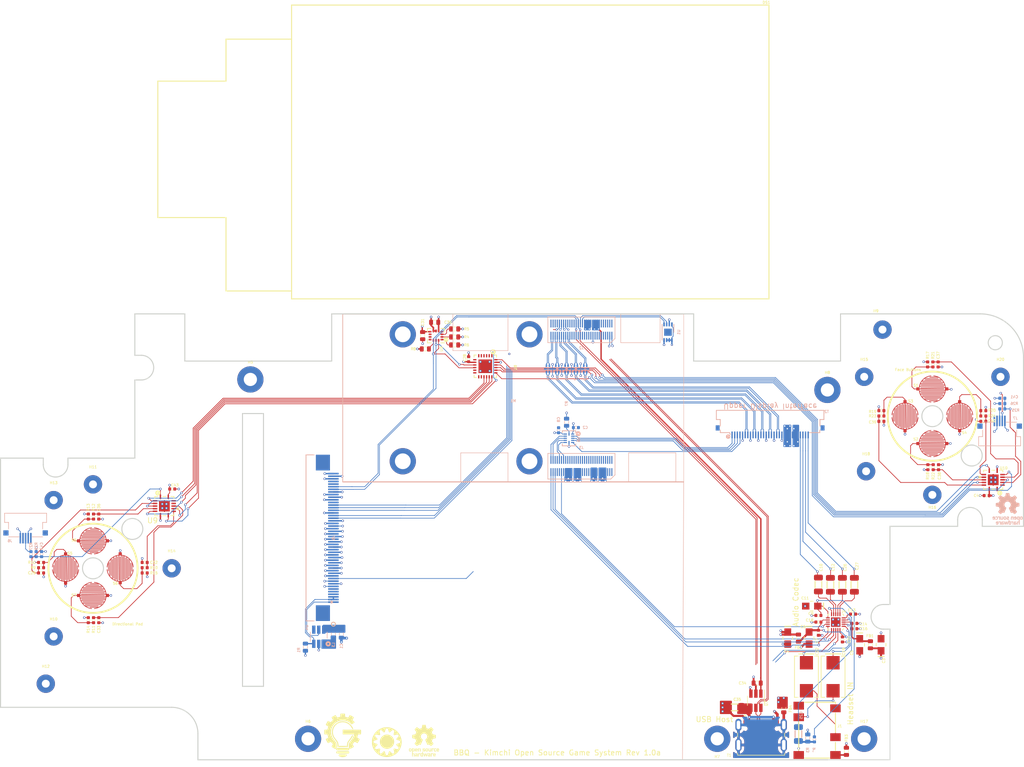
<source format=kicad_pcb>
(kicad_pcb (version 20171130) (host pcbnew "(5.1.10)-1")
  (title_block (title kimchi_ulid) (date 2019-12-15) (rev v0.1) (company GroupGets))
  (layers (0 F.Cu signal) (1 In1.Cu power hide) (2 In2.Cu power hide) (31 B.Cu signal) (34 B.Paste user) (35 F.Paste user) (36 B.SilkS user) (37 F.SilkS user) (38 B.Mask user) (39 F.Mask user) (44 Edge.Cuts user))
  (net 0 "")
  (net 1 GND)
  (net 2 VDD_5V)
  (net 3 VDD_1V8)
  (net 4 VDD_3V3)
  (net 5 I2C4_SCL)
  (net 6 I2C4_SDA)
  (net 7 /DISP_CK_P)
  (net 8 /DISP_D2_N)
  (net 9 /DISP_D2_P)
  (net 10 /DISP_D3_N)
  (net 11 /DISP_D3_P)
  (net 12 ECSPI2_MISO)
  (net 13 /CAM_D0_N)
  (net 14 ECSPI2_MOSI)
  (net 15 /CAM_D0_P)
  (net 16 ECSPI2_SS0)
  (net 17 /CAM_D1_N)
  (net 18 ECSPI2_SCLK)
  (net 19 /CAM_D1_P)
  (net 20 ECSPI1_MISO)
  (net 21 /CAM_CK_N)
  (net 22 ECSPI1_MOSI)
  (net 23 /CAM_CK_P)
  (net 24 ECSPI1_SS0)
  (net 25 /CAM_D2_N)
  (net 26 ECSPI1_SCLK)
  (net 27 /CAM_D2_P)
  (net 28 I2C1_SCL)
  (net 29 /CAM_D3_N)
  (net 30 I2C1_SDA)
  (net 31 /CAM_D3_P)
  (net 32 I2C2_SCL)
  (net 33 I2C2_SDA)
  (net 34 UIM_VPP)
  (net 35 I2C3_SCL)
  (net 36 UIM_RESET_N)
  (net 37 I2C3_SDA)
  (net 38 UIM_CLK)
  (net 39 UIM_DATA)
  (net 40 UIM_PWR)
  (net 41 USB2_VBUS)
  (net 42 USB2_ID)
  (net 43 USB2_DN)
  (net 44 USB2_DP)
  (net 45 /DISP_D0_N)
  (net 46 /DISP_D0_P)
  (net 47 /DISP_D1_N)
  (net 48 /DISP_D1_P)
  (net 49 /USDHC3_DATA2)
  (net 50 /DISP_CK_N)
  (net 51 /USDHC3_DATA1)
  (net 52 /USDHC3_DATA0)
  (net 53 /USDHC3_DATA3)
  (net 54 /USDHC3_CLK)
  (net 55 /USDHC3_CMD)
  (net 56 SAI3_TXFS)
  (net 57 SAI3_MCLK)
  (net 58 GPIO1[0])
  (net 59 GPIO1[1])
  (net 60 GPIO1[9])
  (net 61 GPIO1[10])
  (net 62 GPIO1[11])
  (net 63 GPIO1[12])
  (net 64 UART1_TX)
  (net 65 GPIO1[13])
  (net 66 UART1_RX)
  (net 67 GPIO1[14])
  (net 68 UART3_TX)
  (net 69 GPIO1[15])
  (net 70 UART3_RX)
  (net 71 SAI2_RXFS)
  (net 72 SAI2_MCLK)
  (net 73 SAI2_TXC)
  (net 74 SAI2_TXD0)
  (net 75 SAI2_RXC)
  (net 76 SAI2_TXFS)
  (net 77 SAI2_RXD0)
  (net 78 /ENET_TXC)
  (net 79 /ENET_TX_CTL)
  (net 80 "Net-(J3-Pad58)")
  (net 81 /ENET_TD2)
  (net 82 PCIE_USB_D_P)
  (net 83 /ENET_TD3)
  (net 84 PCIE_USB_D_N)
  (net 85 /ENET_TD0)
  (net 86 SAI3_TXC)
  (net 87 /ENET_TD1)
  (net 88 SAI3_TXD)
  (net 89 /ENET_RX_CTL)
  (net 90 SAI3_RXD)
  (net 91 /ENET_RXC)
  (net 92 SAI3_RXFS)
  (net 93 /ENET_RD0)
  (net 94 SAI3_RXC)
  (net 95 /ENET_RD2)
  (net 96 /ENET_RD1)
  (net 97 /ENET_RD3)
  (net 98 /ENET_MDC)
  (net 99 /ENET_MDIO)
  (net 100 VDDA)
  (net 101 VDD)
  (net 102 MIC_BIAS)
  (net 103 "Net-(C10-Pad1)")
  (net 104 "Net-(C12-Pad1)")
  (net 105 "Net-(C19-Pad2)")
  (net 106 "Net-(C19-Pad1)")
  (net 107 "Net-(C22-Pad2)")
  (net 108 "Net-(C22-Pad1)")
  (net 109 "Net-(C25-Pad2)")
  (net 110 MIC_IN)
  (net 111 "Net-(C26-Pad1)")
  (net 112 "Net-(C27-Pad1)")
  (net 113 VBUS)
  (net 114 "Net-(FB3-Pad2)")
  (net 115 "Net-(J1-Pad6)")
  (net 116 "Net-(J1-Pad5)")
  (net 117 "Net-(R4-Pad2)")
  (net 118 "Net-(R5-Pad2)")
  (net 119 "Net-(R6-Pad2)")
  (net 120 "Net-(R8-Pad2)")
  (net 121 "Net-(U5-Pad11)")
  (net 122 "Net-(U5-Pad10)")
  (net 123 "/USB & Accesories/INT1A_G")
  (net 124 "/USB & Accesories/INT_M")
  (net 125 "Net-(T1-Pad3)")
  (net 126 "Net-(T1-Pad10)")
  (net 127 "Net-(T1-Pad4)")
  (net 128 "Net-(T1-Pad9)")
  (net 129 "Net-(J5-Pad39)")
  (net 130 "Net-(J5-Pad6)")
  (net 131 "Net-(J5-Pad5)")
  (net 132 "Net-(J5-Pad4)")
  (net 133 "/Base Display and Controls/LEFT_BTTN")
  (net 134 "/Base Display and Controls/LEFT_L_R")
  (net 135 "/Base Display and Controls/LEFT_UP_D")
  (net 136 "/Base Display and Controls/RIGHT_BTTN")
  (net 137 "/Base Display and Controls/RIGHT_L_R")
  (net 138 "/Base Display and Controls/RIGHT_UP_D")
  (net 139 "/Base Display and Controls/BTM_DSPLY_RESET")
  (net 140 "/Base Display and Controls/LEDK_BLT")
  (net 141 "/Base Display and Controls/LEDA_BLT")
  (net 142 "/Base Display and Controls/Y_BTTN")
  (net 143 "/Base Display and Controls/A_BTTN")
  (net 144 "/Base Display and Controls/X_BTTN")
  (net 145 "/Base Display and Controls/B_BTTN")
  (net 146 "/Base Display and Controls/UP_BTTN")
  (net 147 "/Base Display and Controls/DOWN_BTTN")
  (net 148 "Net-(FB4-Pad1)")
  (net 149 "Net-(C1-Pad1)")
  (net 150 "Net-(L3-Pad2)")
  (net 151 "/Base Display and Controls/BTTM_DSP_Brightness")
  (net 152 "/Base Display and Controls/TOUCH_I2C_RST")
  (net 153 "/Base Display and Controls/TOUCH_I2C_IRQ")
  (net 154 "/Base Display and Controls/SPI_D_CX")
  (net 155 "/Audio Codec and Speakers/SMIC_R")
  (net 156 "/Audio Codec and Speakers/SMIC_L")
  (net 157 "/Audio Codec and Speakers/SPK_L")
  (net 158 "/Audio Codec and Speakers/SPK_R")
  (net 159 "Net-(R7-Pad2)")
  (net 160 /DISP1_D3_P)
  (net 161 /DISP1_D3_N)
  (net 162 /DISP1_D2_P)
  (net 163 /DISP1_D2_N)
  (net 164 /DISP1_CK_P)
  (net 165 /DISP1_CK_N)
  (net 166 /DISP1_D1_P)
  (net 167 /DISP1_D1_N)
  (net 168 /DISP1_D0_P)
  (net 169 /DISP1_D0_N)
  (net 170 "Net-(T2-Pad4)")
  (net 171 "Net-(T2-Pad3)")
  (net 172 "Net-(T2-Pad2)")
  (net 173 "Net-(T2-Pad1)")
  (net 174 "Net-(U8-Pad11)")
  (net 175 "Net-(U8-Pad7)")
  (net 176 "Net-(U8-Pad6)")
  (net 177 "Net-(U8-Pad5)")
  (net 178 "Net-(U8-Pad4)")
  (net 179 "Net-(U8-Pad3)")
  (net 180 "Net-(U8-Pad2)")
  (net 181 "/Base Display and Controls/LFT_STK_BTTN")
  (net 182 "/Base Display and Controls/RGT_STK_BTTN")
  (net 183 "/Base Display and Controls/IOXP_RST")
  (net 184 "Net-(R16-Pad2)")
  (net 185 "Net-(R10-Pad1)")
  (net 186 "Net-(R11-Pad1)")
  (net 187 "Net-(R12-Pad1)")
  (net 188 "Net-(R17-Pad2)")
  (net 189 "Net-(R18-Pad2)")
  (net 190 "Net-(R19-Pad2)")
  (net 191 "Net-(R20-Pad2)")
  (net 192 "Net-(J6-Pad3)")
  (net 193 "Net-(J7-Pad3)")
  (net 194 "/Base Display and Controls/UP_BTTN1")
  (net 195 "/Base Display and Controls/DOWN_BTTN1")
  (net 196 "/Base Display and Controls/LEFT_BTTN1")
  (net 197 "/Base Display and Controls/RIGHT_BTTN1")
  (net 198 "/Base Display and Controls/LFT_STK_BTTN1")
  (net 199 "/Base Display and Controls/Y_BTTN1")
  (net 200 "/Base Display and Controls/A_BTTN1")
  (net 201 "/Base Display and Controls/X_BTTN1")
  (net 202 "/Base Display and Controls/B_BTTN1")
  (net 203 "/Base Display and Controls/RGT_STK_BTTN1")
  (net 204 "Net-(C2-Pad1)")
  (net 205 "/Base Display and Controls/IOXP_INTA")
  (net 206 "/Base Display and Controls/IOXP_INTB")
  (net 207 "Net-(C13-Pad1)")
  (net 208 "Net-(J4-Pad13)")
  (net 209 "Net-(U9-Pad13)")
  (net 210 "Net-(U9-Pad12)")
  (net 211 "Net-(U10-Pad2)")
  (net 212 "Net-(U10-Pad1)")
  (module kimchi_ulid:R0603 (layer F.Cu) (at 193.868 104.918 270)
    (fp_text reference FB2 (at 1.778 0 180) (layer F.SilkS) (effects (font (size 0.5 0.5) (thickness 0.1))))
    (fp_text value FBMJ1608HM180NTR)
    (pad 2 smd roundrect (at 0.68 0 270) (size 0.74 1) (layers F.Cu F.Paste F.Mask) (net 101 VDD))
    (pad 1 smd roundrect (at -0.68 0 270) (size 0.74 1) (layers F.Cu F.Paste F.Mask) (net 4 VDD_3V3))
  )
  (module kimchi_ulid:R0603 (layer F.Cu) (at 207.584 106.188 90)
    (fp_text reference FB1 (at 1.688 -0.084 180) (layer F.SilkS) (effects (font (size 0.5 0.5) (thickness 0.1))))
    (fp_text value FBMJ1608HM180NTR)
    (pad 2 smd roundrect (at 0.68 0 90) (size 0.74 1) (layers F.Cu F.Paste F.Mask) (net 100 VDDA))
    (pad 1 smd roundrect (at -0.68 0 90) (size 0.74 1) (layers F.Cu F.Paste F.Mask) (net 4 VDD_3V3))
  )
  (module kimchi_ulid:C1206 (layer F.Cu) (at 204.536 94.758 90)
    (fp_text reference C27 (at 3.556 0.508 90) (layer F.SilkS) (effects (font (size 0.5 0.5) (thickness 0.1))))
    (fp_text value T491A105K010AT hide)
    (pad 2 smd roundrect (at 1.325 0 90) (size 1.1 1.7) (layers F.Cu F.Paste F.Mask) (net 158 "/Audio Codec and Speakers/SPK_R"))
    (pad 1 smd roundrect (at -1.325 0 90) (size 1.1 1.7) (layers F.Cu F.Paste F.Mask) (net 112 "Net-(C27-Pad1)"))
  )
  (module kimchi_ulid:C1206 (layer F.Cu) (at 202.25 94.758 90)
    (fp_text reference C26 (at 3.302 0.508 90) (layer F.SilkS) (effects (font (size 0.5 0.5) (thickness 0.1))))
    (fp_text value T491A105K010AT hide)
    (pad 2 smd roundrect (at 1.325 0 90) (size 1.1 1.7) (layers F.Cu F.Paste F.Mask) (net 157 "/Audio Codec and Speakers/SPK_L"))
    (pad 1 smd roundrect (at -1.325 0 90) (size 1.1 1.7) (layers F.Cu F.Paste F.Mask) (net 111 "Net-(C26-Pad1)"))
  )
  (module kimchi_ulid:C0402 (layer F.Cu) (at 202.25 105.172 270)
    (fp_text reference C21 (at 0 -1.27 90) (layer F.SilkS) (effects (font (size 0.5 0.5) (thickness 0.1))))
    (fp_text value C0402C104K9PACTU)
    (pad 2 smd roundrect (at 0.483 0 270) (size 0.559 0.61) (layers F.Cu F.Paste F.Mask) (net 1 GND))
    (pad 1 smd roundrect (at -0.483 0 270) (size 0.559 0.61) (layers F.Cu F.Paste F.Mask) (net 101 VDD))
  )
  (module kimchi_ulid:C0402 (layer F.Cu) (at 197.678 101.87 180)
    (fp_text reference C18 (at 1.678 0.37) (layer F.SilkS) (effects (font (size 0.5 0.5) (thickness 0.1))))
    (fp_text value C0402C104K9PACTU)
    (pad 2 smd roundrect (at 0.483 0 180) (size 0.559 0.61) (layers F.Cu F.Paste F.Mask) (net 1 GND))
    (pad 1 smd roundrect (at -0.483 0 180) (size 0.559 0.61) (layers F.Cu F.Paste F.Mask) (net 101 VDD))
  )
  (module kimchi_ulid:C0402 (layer F.Cu) (at 204.536 103.136)
    (fp_text reference C16 (at 1.778 0) (layer F.SilkS) (effects (font (size 0.5 0.5) (thickness 0.1))))
    (fp_text value C0402C104K9PACTU)
    (pad 2 smd roundrect (at 0.483 0) (size 0.559 0.61) (layers F.Cu F.Paste F.Mask) (net 1 GND))
    (pad 1 smd roundrect (at -0.483 0) (size 0.559 0.61) (layers F.Cu F.Paste F.Mask) (net 100 VDDA))
  )
  (module kimchi_ulid:C0402 (layer F.Cu) (at 204.536 102.12)
    (fp_text reference C14 (at 1.714 0.13) (layer F.SilkS) (effects (font (size 0.5 0.5) (thickness 0.1))))
    (fp_text value C0402C104K9PACTU)
    (pad 2 smd roundrect (at 0.483 0) (size 0.559 0.61) (layers F.Cu F.Paste F.Mask) (net 1 GND))
    (pad 1 smd roundrect (at -0.483 0) (size 0.559 0.61) (layers F.Cu F.Paste F.Mask) (net 100 VDDA))
  )
  (module kimchi_ulid:C1206 (layer F.Cu) (at 199.964 94.758 90)
    (fp_text reference C12 (at 3.302 0.508 90) (layer F.SilkS) (effects (font (size 0.5 0.5) (thickness 0.1))))
    (fp_text value T491A105K010AT hide)
    (pad 2 smd roundrect (at 1.325 0 90) (size 1.1 1.7) (layers F.Cu F.Paste F.Mask) (net 156 "/Audio Codec and Speakers/SMIC_L"))
    (pad 1 smd roundrect (at -1.325 0 90) (size 1.1 1.7) (layers F.Cu F.Paste F.Mask) (net 104 "Net-(C12-Pad1)"))
  )
  (module kimchi_ulid:T494A106M006AT (layer F.Cu) (at 196.408 98.822 180)
    (fp_text reference C11 (at 1.27 1.524) (layer F.SilkS) (effects (font (size 0.5 0.5) (thickness 0.1))))
    (fp_text value T494A106M006AT hide)
    (pad 2 smd rect (at 1.149722 0 270) (size 1.299997 1.405349) (layers F.Cu F.Paste F.Mask) (net 1 GND))
    (pad 1 smd rect (at -1.149722 0 270) (size 1.299997 1.405349) (layers F.Cu F.Paste F.Mask) (net 102 MIC_BIAS))
  )
  (module kimchi_ulid:C1206 (layer F.Cu) (at 197.678 94.703 90)
    (fp_text reference C10 (at 3.247 0.508 90) (layer F.SilkS) (effects (font (size 0.5 0.5) (thickness 0.1))))
    (fp_text value T491A105K010AT hide)
    (pad 2 smd roundrect (at 1.325 0 90) (size 1.1 1.7) (layers F.Cu F.Paste F.Mask) (net 155 "/Audio Codec and Speakers/SMIC_R"))
    (pad 1 smd roundrect (at -1.325 0 90) (size 1.1 1.7) (layers F.Cu F.Paste F.Mask) (net 103 "Net-(C10-Pad1)"))
  )
  (module kimchi_ulid:C0402 (layer F.Cu) (at 197.678 100.6 180)
    (fp_text reference C9 (at 1.428 0.35) (layer F.SilkS) (effects (font (size 0.5 0.5) (thickness 0.1))))
    (fp_text value C0402C104K9PACTU)
    (pad 2 smd roundrect (at 0.483 0 180) (size 0.559 0.61) (layers F.Cu F.Paste F.Mask) (net 1 GND))
    (pad 1 smd roundrect (at -0.483 0 180) (size 0.559 0.61) (layers F.Cu F.Paste F.Mask) (net 102 MIC_BIAS))
  )
  (module kimchi_ulid:C0402 (layer F.Cu) (at 197.678 103.902 270)
    (fp_text reference C7 (at 1.524 0.254 90) (layer F.SilkS) (effects (font (size 0.5 0.5) (thickness 0.1))))
    (fp_text value C0402C104K9PACTU)
    (pad 2 smd roundrect (at 0.483 0 270) (size 0.559 0.61) (layers F.Cu F.Paste F.Mask) (net 1 GND))
    (pad 1 smd roundrect (at -0.483 0 270) (size 0.559 0.61) (layers F.Cu F.Paste F.Mask) (net 101 VDD))
  )
  (module kimchi_ulid:T494A106M006AT (layer F.Cu) (at 195.9 104.918 270)
    (fp_text reference C6 (at -2.168 1.15 180) (layer F.SilkS) (effects (font (size 0.5 0.5) (thickness 0.1))))
    (fp_text value T494A106M006AT hide)
    (pad 2 smd rect (at 1.149722 0) (size 1.299997 1.405349) (layers F.Cu F.Paste F.Mask) (net 1 GND))
    (pad 1 smd rect (at -1.149722 0) (size 1.299997 1.405349) (layers F.Cu F.Paste F.Mask) (net 101 VDD))
  )
  (module kimchi_ulid:T494A106M006AT (layer F.Cu) (at 205.552 106.188 270)
    (fp_text reference C5 (at 1.524 1.524 90) (layer F.SilkS) (effects (font (size 0.5 0.5) (thickness 0.1))))
    (fp_text value T494A106M006AT hide)
    (pad 2 smd rect (at 1.149722 0) (size 1.299997 1.405349) (layers F.Cu F.Paste F.Mask) (net 1 GND))
    (pad 1 smd rect (at -1.149722 0) (size 1.299997 1.405349) (layers F.Cu F.Paste F.Mask) (net 100 VDDA))
  )
  (module kimchi_ulid:T494A106M006AT (layer F.Cu) (at 191.836 104.918 270)
    (fp_text reference C4 (at 2.54 0.254 180) (layer F.SilkS) (effects (font (size 0.5 0.5) (thickness 0.1))))
    (fp_text value T494A106M006AT hide)
    (pad 2 smd rect (at 1.149722 0) (size 1.299997 1.405349) (layers F.Cu F.Paste F.Mask) (net 1 GND))
    (pad 1 smd rect (at -1.149722 0) (size 1.299997 1.405349) (layers F.Cu F.Paste F.Mask) (net 4 VDD_3V3))
  )
  (module kimchi_ulid:T494A106M006AT (layer F.Cu) (at 209.616 106.188 90)
    (fp_text reference C3 (at -3.048 0.508 90) (layer F.SilkS) (effects (font (size 0.5 0.5) (thickness 0.1))))
    (fp_text value T494A106M006AT hide)
    (pad 2 smd rect (at 1.149722 0 180) (size 1.299997 1.405349) (layers F.Cu F.Paste F.Mask) (net 1 GND))
    (pad 1 smd rect (at -1.149722 0 180) (size 1.299997 1.405349) (layers F.Cu F.Paste F.Mask) (net 4 VDD_3V3))
  )
  (module kimchi_ulid:QFN40P300X300X60-21N (layer F.Cu) (at 200.98 101.87 180)
    (fp_text reference J4 (at -1.524 2.032) (layer F.SilkS) (effects (font (size 0.5 0.5) (thickness 0.1))))
    (fp_text value SGTL5000XNLA3)
    (pad 21 smd rect (at 0 0 180) (size 1.8 1.8) (layers F.Cu F.Mask) (net 1 GND))
    (pad 20 smd oval (at -0.8 -1.5 180) (size 0.2 0.8) (layers F.Cu F.Paste F.Mask) (net 101 VDD))
    (pad 19 smd oval (at -0.4 -1.5 180) (size 0.2 0.8) (layers F.Cu F.Paste F.Mask) (net 35 I2C3_SCL))
    (pad 18 smd oval (at 0 -1.5 180) (size 0.2 0.8) (layers F.Cu F.Paste F.Mask) (net 37 I2C3_SDA))
    (pad 17 smd oval (at 0.4 -1.5 180) (size 0.2 0.8) (layers F.Cu F.Paste F.Mask) (net 88 SAI3_TXD))
    (pad 16 smd oval (at 0.8 -1.5 180) (size 0.2 0.8) (layers F.Cu F.Paste F.Mask) (net 90 SAI3_RXD))
    (pad 15 smd oval (at 1.5 -0.8 180) (size 0.8 0.2) (layers F.Cu F.Paste F.Mask) (net 86 SAI3_TXC))
    (pad 14 smd oval (at 1.5 -0.4 180) (size 0.8 0.2) (layers F.Cu F.Paste F.Mask) (net 56 SAI3_TXFS))
    (pad 13 smd oval (at 1.5 0 180) (size 0.8 0.2) (layers F.Cu F.Paste F.Mask) (net 208 "Net-(J4-Pad13)"))
    (pad 12 smd oval (at 1.5 0.4 180) (size 0.8 0.2) (layers F.Cu F.Paste F.Mask) (net 101 VDD))
    (pad 11 smd oval (at 1.5 0.8 180) (size 0.8 0.2) (layers F.Cu F.Paste F.Mask) (net 102 MIC_BIAS))
    (pad 10 smd oval (at 0.8 1.5 180) (size 0.2 0.8) (layers F.Cu F.Paste F.Mask) (net 110 MIC_IN))
    (pad 9 smd oval (at 0.4 1.5 180) (size 0.2 0.8) (layers F.Cu F.Paste F.Mask) (net 103 "Net-(C10-Pad1)"))
    (pad 8 smd oval (at 0 1.5 180) (size 0.2 0.8) (layers F.Cu F.Paste F.Mask) (net 104 "Net-(C12-Pad1)"))
    (pad 7 smd oval (at -0.4 1.5 180) (size 0.2 0.8) (layers F.Cu F.Paste F.Mask) (net 111 "Net-(C26-Pad1)"))
    (pad 6 smd oval (at -0.8 1.5 180) (size 0.2 0.8) (layers F.Cu F.Paste F.Mask) (net 112 "Net-(C27-Pad1)"))
    (pad 5 smd oval (at -1.5 0.8 180) (size 0.8 0.2) (layers F.Cu F.Paste F.Mask) (net 207 "Net-(C13-Pad1)"))
    (pad 4 smd oval (at -1.5 0.4 180) (size 0.8 0.2) (layers F.Cu F.Paste F.Mask) (net 106 "Net-(C19-Pad1)"))
    (pad 3 smd oval (at -1.5 0 180) (size 0.8 0.2) (layers F.Cu F.Paste F.Mask) (net 100 VDDA))
    (pad 2 smd oval (at -1.5 -0.4 180) (size 0.8 0.2) (layers F.Cu F.Paste F.Mask) (net 1 GND))
    (pad 1 smd oval (at -1.5 -0.8 180) (size 0.8 0.2) (layers F.Cu F.Paste F.Mask) (net 108 "Net-(C22-Pad1)"))
  )
  (module kimchi_ulid:C0402 (layer F.Cu) (at 204.282 100.346)
    (fp_text reference C13 (at -0.254 -0.762) (layer F.SilkS) (effects (font (size 0.5 0.5) (thickness 0.1))))
    (fp_text value C0402C104K9PACTU)
    (pad 2 smd roundrect (at 0.483 0) (size 0.559 0.61) (layers F.Cu F.Paste F.Mask) (net 1 GND))
    (pad 1 smd roundrect (at -0.483 0) (size 0.559 0.61) (layers F.Cu F.Paste F.Mask) (net 207 "Net-(C13-Pad1)"))
  )
  (module kimchi_ulid:ER-TFT035-6_LCD_DISPLAY (layer F.Cu) (at 145.25 12.25)
    (fp_text reference DS1 (at 42.5 -28.5) (layer F.SilkS) (effects (font (size 0.5 0.5) (thickness 0.1))))
    (fp_text value ER-TFT035-6)
  )
  (module kimchi_ulid:C0402 (layer F.Cu) (at 229.75 77.75 180)
    (fp_text reference C44 (at 1.75 0) (layer F.SilkS) (effects (font (size 0.5 0.5) (thickness 0.1))))
    (fp_text value C0402C104K9PACTU)
    (pad 2 smd roundrect (at 0.483 0 180) (size 0.559 0.61) (layers F.Cu F.Paste F.Mask) (net 1 GND))
    (pad 1 smd roundrect (at -0.483 0 180) (size 0.559 0.61) (layers F.Cu F.Paste F.Mask) (net 4 VDD_3V3))
  )
  (module kimchi_ulid:C0402 (layer F.Cu) (at 74.5 76.5)
    (fp_text reference C43 (at 0.5 -0.75) (layer F.SilkS) (effects (font (size 0.5 0.5) (thickness 0.1))))
    (fp_text value C0402C104K9PACTU)
    (pad 2 smd roundrect (at 0.483 0) (size 0.559 0.61) (layers F.Cu F.Paste F.Mask) (net 1 GND))
    (pad 1 smd roundrect (at -0.483 0) (size 0.559 0.61) (layers F.Cu F.Paste F.Mask) (net 4 VDD_3V3))
  )
  (module kimchi_ulid:SN74LVC14ARGYR (layer F.Cu) (at 231 74.75 180)
    (fp_text reference U10 (at -2 2.25) (layer F.SilkS) (effects (font (size 0.5 0.5) (thickness 0.1))))
    (fp_text value SN74LVC14ARGYR hide)
    (fp_line (start 0 1.025) (end 0 1.025) (layer F.Cu) (width 0.1524))
    (fp_line (start 0 1.025) (end 0 1.025) (layer F.Cu) (width 0.1524))
    (fp_line (start 0 1.025) (end 0 1.025) (layer F.Cu) (width 0.1524))
    (fp_line (start 0 1.025) (end 0 1.025) (layer F.Cu) (width 0.1524))
    (fp_line (start 0 1.025) (end 0 1.025) (layer F.Cu) (width 0.1524))
    (fp_line (start 0 1.025) (end 0 1.025) (layer F.Cu) (width 0.1524))
    (fp_line (start 0 1.025) (end 0 1.025) (layer F.Cu) (width 0.1524))
    (fp_line (start 0 1.025) (end 0 1.025) (layer F.Cu) (width 0.1524))
    (fp_line (start 0 -1.025) (end 0 -1.025) (layer F.Cu) (width 0.1524))
    (fp_line (start 0 -1.025) (end 0 -1.025) (layer F.Cu) (width 0.1524))
    (fp_line (start 0 -1.025) (end 0 -1.025) (layer F.Cu) (width 0.1524))
    (fp_line (start 0 -1.025) (end 0 -1.025) (layer F.Cu) (width 0.1524))
    (fp_line (start 0 -1.025) (end 0 -1.025) (layer F.Cu) (width 0.1524))
    (fp_line (start 0 -1.025) (end 0 -1.025) (layer F.Cu) (width 0.1524))
    (fp_line (start 0 -1.025) (end 0 -1.025) (layer F.Cu) (width 0.1524))
    (fp_line (start 0 -1.025) (end 0 -1.025) (layer F.Cu) (width 0.1524))
    (pad V thru_hole circle (at 0.3937 -0.3937 180) (size 0.508 0.508) (drill 0.254) (layers *.Cu *.Mask))
    (pad V thru_hole circle (at 0.3937 0.3937 180) (size 0.508 0.508) (drill 0.254) (layers *.Cu *.Mask))
    (pad V thru_hole circle (at -0.3937 -0.3937 180) (size 0.508 0.508) (drill 0.254) (layers *.Cu *.Mask))
    (pad V thru_hole circle (at -0.3937 0.3937 180) (size 0.508 0.508) (drill 0.254) (layers *.Cu *.Mask))
    (pad 15 smd rect (at 0 0 180) (size 2.05 2.05) (layers F.Cu F.Paste F.Mask) (net 1 GND))
    (pad 14 smd rect (at 0.750001 -1.731 180) (size 0.28 0.85) (layers F.Cu F.Paste F.Mask) (net 4 VDD_3V3))
    (pad 13 smd rect (at 1.769001 -1.000001 270) (size 0.28 0.85) (layers F.Cu F.Paste F.Mask) (net 144 "/Base Display and Controls/X_BTTN"))
    (pad 12 smd rect (at 1.769001 -0.499999 270) (size 0.28 0.85) (layers F.Cu F.Paste F.Mask) (net 201 "/Base Display and Controls/X_BTTN1"))
    (pad 11 smd rect (at 1.769001 0 270) (size 0.28 0.85) (layers F.Cu F.Paste F.Mask) (net 143 "/Base Display and Controls/A_BTTN"))
    (pad 10 smd rect (at 1.769001 0.499999 270) (size 0.28 0.85) (layers F.Cu F.Paste F.Mask) (net 200 "/Base Display and Controls/A_BTTN1"))
    (pad 9 smd rect (at 1.769001 1.000001 270) (size 0.28 0.85) (layers F.Cu F.Paste F.Mask) (net 145 "/Base Display and Controls/B_BTTN"))
    (pad 8 smd rect (at 0.750001 1.731 180) (size 0.28 0.85) (layers F.Cu F.Paste F.Mask) (net 202 "/Base Display and Controls/B_BTTN1"))
    (pad 7 smd rect (at -0.750001 1.731 180) (size 0.28 0.85) (layers F.Cu F.Paste F.Mask) (net 1 GND))
    (pad 6 smd rect (at -1.769001 1.000001 270) (size 0.28 0.85) (layers F.Cu F.Paste F.Mask) (net 199 "/Base Display and Controls/Y_BTTN1"))
    (pad 5 smd rect (at -1.769001 0.499999 270) (size 0.28 0.85) (layers F.Cu F.Paste F.Mask) (net 142 "/Base Display and Controls/Y_BTTN"))
    (pad 4 smd rect (at -1.769001 0 270) (size 0.28 0.85) (layers F.Cu F.Paste F.Mask) (net 203 "/Base Display and Controls/RGT_STK_BTTN1"))
    (pad 3 smd rect (at -1.769001 -0.499999 270) (size 0.28 0.85) (layers F.Cu F.Paste F.Mask) (net 182 "/Base Display and Controls/RGT_STK_BTTN"))
    (pad 2 smd rect (at -1.769001 -1.000001 270) (size 0.28 0.85) (layers F.Cu F.Paste F.Mask) (net 211 "Net-(U10-Pad2)"))
    (pad 1 smd rect (at -0.750001 -1.731 180) (size 0.28 0.85) (layers F.Cu F.Paste F.Mask) (net 212 "Net-(U10-Pad1)"))
  )
  (module kimchi_ulid:SN74LVC14ARGYR (layer F.Cu) (at 73 79.75)
    (fp_text reference U9 (at -2.25 2.75) (layer F.SilkS))
    (fp_text value SN74LVC14ARGYR hide)
    (fp_line (start 0 1.025) (end 0 1.025) (layer F.Cu) (width 0.1524))
    (fp_line (start 0 1.025) (end 0 1.025) (layer F.Cu) (width 0.1524))
    (fp_line (start 0 1.025) (end 0 1.025) (layer F.Cu) (width 0.1524))
    (fp_line (start 0 1.025) (end 0 1.025) (layer F.Cu) (width 0.1524))
    (fp_line (start 0 1.025) (end 0 1.025) (layer F.Cu) (width 0.1524))
    (fp_line (start 0 1.025) (end 0 1.025) (layer F.Cu) (width 0.1524))
    (fp_line (start 0 1.025) (end 0 1.025) (layer F.Cu) (width 0.1524))
    (fp_line (start 0 1.025) (end 0 1.025) (layer F.Cu) (width 0.1524))
    (fp_line (start 0 -1.025) (end 0 -1.025) (layer F.Cu) (width 0.1524))
    (fp_line (start 0 -1.025) (end 0 -1.025) (layer F.Cu) (width 0.1524))
    (fp_line (start 0 -1.025) (end 0 -1.025) (layer F.Cu) (width 0.1524))
    (fp_line (start 0 -1.025) (end 0 -1.025) (layer F.Cu) (width 0.1524))
    (fp_line (start 0 -1.025) (end 0 -1.025) (layer F.Cu) (width 0.1524))
    (fp_line (start 0 -1.025) (end 0 -1.025) (layer F.Cu) (width 0.1524))
    (fp_line (start 0 -1.025) (end 0 -1.025) (layer F.Cu) (width 0.1524))
    (fp_line (start 0 -1.025) (end 0 -1.025) (layer F.Cu) (width 0.1524))
    (pad V thru_hole circle (at 0.3937 -0.3937) (size 0.508 0.508) (drill 0.254) (layers *.Cu *.Mask))
    (pad V thru_hole circle (at 0.3937 0.3937) (size 0.508 0.508) (drill 0.254) (layers *.Cu *.Mask))
    (pad V thru_hole circle (at -0.3937 -0.3937) (size 0.508 0.508) (drill 0.254) (layers *.Cu *.Mask))
    (pad V thru_hole circle (at -0.3937 0.3937) (size 0.508 0.508) (drill 0.254) (layers *.Cu *.Mask))
    (pad 15 smd rect (at 0 0) (size 2.05 2.05) (layers F.Cu F.Paste F.Mask) (net 1 GND))
    (pad 14 smd rect (at 0.750001 -1.731) (size 0.28 0.85) (layers F.Cu F.Paste F.Mask) (net 4 VDD_3V3))
    (pad 13 smd rect (at 1.769001 -1.000001 90) (size 0.28 0.85) (layers F.Cu F.Paste F.Mask) (net 209 "Net-(U9-Pad13)"))
    (pad 12 smd rect (at 1.769001 -0.499999 90) (size 0.28 0.85) (layers F.Cu F.Paste F.Mask) (net 210 "Net-(U9-Pad12)"))
    (pad 11 smd rect (at 1.769001 0 90) (size 0.28 0.85) (layers F.Cu F.Paste F.Mask) (net 147 "/Base Display and Controls/DOWN_BTTN"))
    (pad 10 smd rect (at 1.769001 0.499999 90) (size 0.28 0.85) (layers F.Cu F.Paste F.Mask) (net 195 "/Base Display and Controls/DOWN_BTTN1"))
    (pad 9 smd rect (at 1.769001 1.000001 90) (size 0.28 0.85) (layers F.Cu F.Paste F.Mask) (net 136 "/Base Display and Controls/RIGHT_BTTN"))
    (pad 8 smd rect (at 0.750001 1.731) (size 0.28 0.85) (layers F.Cu F.Paste F.Mask) (net 197 "/Base Display and Controls/RIGHT_BTTN1"))
    (pad 7 smd rect (at -0.750001 1.731) (size 0.28 0.85) (layers F.Cu F.Paste F.Mask) (net 1 GND))
    (pad 6 smd rect (at -1.769001 1.000001 90) (size 0.28 0.85) (layers F.Cu F.Paste F.Mask) (net 194 "/Base Display and Controls/UP_BTTN1"))
    (pad 5 smd rect (at -1.769001 0.499999 90) (size 0.28 0.85) (layers F.Cu F.Paste F.Mask) (net 146 "/Base Display and Controls/UP_BTTN"))
    (pad 4 smd rect (at -1.769001 0 90) (size 0.28 0.85) (layers F.Cu F.Paste F.Mask) (net 196 "/Base Display and Controls/LEFT_BTTN1"))
    (pad 3 smd rect (at -1.769001 -0.499999 90) (size 0.28 0.85) (layers F.Cu F.Paste F.Mask) (net 133 "/Base Display and Controls/LEFT_BTTN"))
    (pad 2 smd rect (at -1.769001 -1.000001 90) (size 0.28 0.85) (layers F.Cu F.Paste F.Mask) (net 198 "/Base Display and Controls/LFT_STK_BTTN1"))
    (pad 1 smd rect (at -0.750001 -1.731) (size 0.28 0.85) (layers F.Cu F.Paste F.Mask) (net 181 "/Base Display and Controls/LFT_STK_BTTN"))
  )
  (module AVR-KiCAD-Lib-Resistors:R0402 (layer B.Cu) (at 48.563 88.916 270)
    (fp_text reference R28 (at -1.524 -0.017 270) (layer B.SilkS) (effects (font (size 0.5 0.5) (thickness 0.1)) (justify mirror)))
    (fp_text value RMCF0402FT1K00)
    (pad 1 smd roundrect (at -0.483 0 270) (size 0.559 0.61) (layers B.Cu B.Paste B.Mask) (net 4 VDD_3V3))
    (pad 2 smd roundrect (at 0.483 0 270) (size 0.559 0.61) (layers B.Cu B.Paste B.Mask) (net 181 "/Base Display and Controls/LFT_STK_BTTN"))
  )
  (module AVR-KiCAD-Lib-Resistors:R0402 (layer B.Cu) (at 47.564 88.916 90)
    (fp_text reference R27 (at 1.524 0 270) (layer B.SilkS) (effects (font (size 0.5 0.5) (thickness 0.1)) (justify mirror)))
    (fp_text value RMCF0402FT1K00)
    (pad 1 smd roundrect (at -0.483 0 90) (size 0.559 0.61) (layers B.Cu B.Paste B.Mask) (net 181 "/Base Display and Controls/LFT_STK_BTTN"))
    (pad 2 smd roundrect (at 0.483 0 90) (size 0.559 0.61) (layers B.Cu B.Paste B.Mask) (net 192 "Net-(J6-Pad3)"))
  )
  (module AVR-KiCAD-Lib-Resistors:R0402 (layer B.Cu) (at 232.73 60.214)
    (fp_text reference R26 (at 2.286 0) (layer B.SilkS) (effects (font (size 0.5 0.5) (thickness 0.1)) (justify mirror)))
    (fp_text value RMCF0402FT1K00)
    (pad 1 smd roundrect (at -0.483 0) (size 0.559 0.61) (layers B.Cu B.Paste B.Mask) (net 4 VDD_3V3))
    (pad 2 smd roundrect (at 0.483 0) (size 0.559 0.61) (layers B.Cu B.Paste B.Mask) (net 182 "/Base Display and Controls/RGT_STK_BTTN"))
  )
  (module AVR-KiCAD-Lib-Resistors:R0402 (layer B.Cu) (at 232.73 61.23 180)
    (fp_text reference R25 (at -2.54 -0.254) (layer B.SilkS) (effects (font (size 0.5 0.5) (thickness 0.1)) (justify mirror)))
    (fp_text value RMCF0402FT1K00)
    (pad 1 smd roundrect (at -0.483 0 180) (size 0.559 0.61) (layers B.Cu B.Paste B.Mask) (net 182 "/Base Display and Controls/RGT_STK_BTTN"))
    (pad 2 smd roundrect (at 0.483 0 180) (size 0.559 0.61) (layers B.Cu B.Paste B.Mask) (net 193 "Net-(J7-Pad3)"))
  )
  (module kimchi_ulid:C0402 (layer B.Cu) (at 49.596 88.916 90)
    (fp_text reference C42 (at 1.524 0 270) (layer B.SilkS) (effects (font (size 0.5 0.5) (thickness 0.1)) (justify mirror)))
    (fp_text value C0402C104K9PACTU)
    (pad 2 smd roundrect (at 0.483 0 90) (size 0.559 0.61) (layers B.Cu B.Paste B.Mask) (net 1 GND))
    (pad 1 smd roundrect (at -0.483 0 90) (size 0.559 0.61) (layers B.Cu B.Paste B.Mask) (net 181 "/Base Display and Controls/LFT_STK_BTTN"))
  )
  (module kimchi_ulid:C0402 (layer B.Cu) (at 232.73 59.198 180)
    (fp_text reference C41 (at -2.286 0.254) (layer B.SilkS) (effects (font (size 0.5 0.5) (thickness 0.1)) (justify mirror)))
    (fp_text value C0402C104K9PACTU)
    (pad 2 smd roundrect (at 0.483 0 180) (size 0.559 0.61) (layers B.Cu B.Paste B.Mask) (net 1 GND))
    (pad 1 smd roundrect (at -0.483 0 180) (size 0.559 0.61) (layers B.Cu B.Paste B.Mask) (net 182 "/Base Display and Controls/RGT_STK_BTTN"))
  )
  (module AVR-KiCAD-Lib-Resistors:R0402 (layer F.Cu) (at 229.11 62.58)
    (fp_text reference R24 (at 1.64 0) (layer F.SilkS) (effects (font (size 0.5 0.5) (thickness 0.1))))
    (fp_text value RMCF0402FT1K00)
    (pad 1 smd roundrect (at -0.483 0) (size 0.559 0.61) (layers F.Cu F.Paste F.Mask) (net 191 "Net-(R20-Pad2)"))
    (pad 2 smd roundrect (at 0.483 0) (size 0.559 0.61) (layers F.Cu F.Paste F.Mask) (net 145 "/Base Display and Controls/B_BTTN"))
  )
  (module AVR-KiCAD-Lib-Resistors:R0402 (layer F.Cu) (at 209.68 62.58 180)
    (fp_text reference R23 (at 1.68 0) (layer F.SilkS) (effects (font (size 0.5 0.5) (thickness 0.1))))
    (fp_text value RMCF0402FT1K00)
    (pad 1 smd roundrect (at -0.483 0 180) (size 0.559 0.61) (layers F.Cu F.Paste F.Mask) (net 190 "Net-(R19-Pad2)"))
    (pad 2 smd roundrect (at 0.483 0 180) (size 0.559 0.61) (layers F.Cu F.Paste F.Mask) (net 144 "/Base Display and Controls/X_BTTN"))
  )
  (module AVR-KiCAD-Lib-Resistors:R0402 (layer F.Cu) (at 219.562 72.342 270)
    (fp_text reference R22 (at 1.658 0 270) (layer F.SilkS) (effects (font (size 0.5 0.5) (thickness 0.1))))
    (fp_text value RMCF0402FT1K00)
    (pad 1 smd roundrect (at -0.483 0 270) (size 0.559 0.61) (layers F.Cu F.Paste F.Mask) (net 189 "Net-(R18-Pad2)"))
    (pad 2 smd roundrect (at 0.483 0 270) (size 0.559 0.61) (layers F.Cu F.Paste F.Mask) (net 143 "/Base Display and Controls/A_BTTN"))
  )
  (module AVR-KiCAD-Lib-Resistors:R0402 (layer F.Cu) (at 219.5 52.75 90)
    (fp_text reference R21 (at 1.75 0 90) (layer F.SilkS) (effects (font (size 0.5 0.5) (thickness 0.1))))
    (fp_text value RMCF0402FT1K00)
    (pad 1 smd roundrect (at -0.483 0 90) (size 0.559 0.61) (layers F.Cu F.Paste F.Mask) (net 188 "Net-(R17-Pad2)"))
    (pad 2 smd roundrect (at 0.483 0 90) (size 0.559 0.61) (layers F.Cu F.Paste F.Mask) (net 142 "/Base Display and Controls/Y_BTTN"))
  )
  (module AVR-KiCAD-Lib-Resistors:R0402 (layer F.Cu) (at 229.11 61.564 180)
    (fp_text reference R20 (at -1.64 0.064) (layer F.SilkS) (effects (font (size 0.5 0.5) (thickness 0.1))))
    (fp_text value RMCF0402FT1K00)
    (pad 1 smd roundrect (at -0.483 0 180) (size 0.559 0.61) (layers F.Cu F.Paste F.Mask) (net 4 VDD_3V3))
    (pad 2 smd roundrect (at 0.483 0 180) (size 0.559 0.61) (layers F.Cu F.Paste F.Mask) (net 191 "Net-(R20-Pad2)"))
  )
  (module AVR-KiCAD-Lib-Resistors:R0402 (layer F.Cu) (at 209.68 61.564)
    (fp_text reference R19 (at -1.68 0.186) (layer F.SilkS) (effects (font (size 0.5 0.5) (thickness 0.1))))
    (fp_text value RMCF0402FT1K00)
    (pad 1 smd roundrect (at -0.483 0) (size 0.559 0.61) (layers F.Cu F.Paste F.Mask) (net 4 VDD_3V3))
    (pad 2 smd roundrect (at 0.483 0) (size 0.559 0.61) (layers F.Cu F.Paste F.Mask) (net 190 "Net-(R19-Pad2)"))
  )
  (module AVR-KiCAD-Lib-Resistors:R0402 (layer F.Cu) (at 218.546 72.342 90)
    (fp_text reference R18 (at -1.658 -0.046 270) (layer F.SilkS) (effects (font (size 0.5 0.5) (thickness 0.1))))
    (fp_text value RMCF0402FT1K00)
    (pad 1 smd roundrect (at -0.483 0 90) (size 0.559 0.61) (layers F.Cu F.Paste F.Mask) (net 4 VDD_3V3))
    (pad 2 smd roundrect (at 0.483 0 90) (size 0.559 0.61) (layers F.Cu F.Paste F.Mask) (net 189 "Net-(R18-Pad2)"))
  )
  (module AVR-KiCAD-Lib-Resistors:R0402 (layer F.Cu) (at 218.5 52.75 270)
    (fp_text reference R17 (at -1.75 0 90) (layer F.SilkS) (effects (font (size 0.5 0.5) (thickness 0.1))))
    (fp_text value RMCF0402FT1K00)
    (pad 1 smd roundrect (at -0.483 0 270) (size 0.559 0.61) (layers F.Cu F.Paste F.Mask) (net 4 VDD_3V3))
    (pad 2 smd roundrect (at 0.483 0 270) (size 0.559 0.61) (layers F.Cu F.Paste F.Mask) (net 188 "Net-(R17-Pad2)"))
  )
  (module AVR-KiCAD-Lib-Resistors:R0402 (layer F.Cu) (at 49.5 90.5)
    (fp_text reference R16 (at -1.778 0 180) (layer F.SilkS) (effects (font (size 0.5 0.5) (thickness 0.1))))
    (fp_text value RMCF0402FT1K00)
    (pad 1 smd roundrect (at -0.483 0) (size 0.559 0.61) (layers F.Cu F.Paste F.Mask) (net 4 VDD_3V3))
    (pad 2 smd roundrect (at 0.483 0) (size 0.559 0.61) (layers F.Cu F.Paste F.Mask) (net 184 "Net-(R16-Pad2)"))
  )
  (module AVR-KiCAD-Lib-Resistors:R0402 (layer F.Cu) (at 69.25 92.5 180)
    (fp_text reference R15 (at -1.75 0) (layer F.SilkS) (effects (font (size 0.5 0.5) (thickness 0.1))))
    (fp_text value RMCF0402FT1K00)
    (pad 1 smd roundrect (at -0.483 0 180) (size 0.559 0.61) (layers F.Cu F.Paste F.Mask) (net 4 VDD_3V3))
    (pad 2 smd roundrect (at 0.483 0 180) (size 0.559 0.61) (layers F.Cu F.Paste F.Mask) (net 185 "Net-(R10-Pad1)"))
  )
  (module AVR-KiCAD-Lib-Resistors:R0402 (layer F.Cu) (at 58.5 101.5 270)
    (fp_text reference R14 (at 1.75 0 270) (layer F.SilkS) (effects (font (size 0.5 0.5) (thickness 0.1))))
    (fp_text value RMCF0402FT1K00)
    (pad 1 smd roundrect (at -0.483 0 270) (size 0.559 0.61) (layers F.Cu F.Paste F.Mask) (net 4 VDD_3V3))
    (pad 2 smd roundrect (at 0.483 0 270) (size 0.559 0.61) (layers F.Cu F.Paste F.Mask) (net 186 "Net-(R11-Pad1)"))
  )
  (module AVR-KiCAD-Lib-Resistors:R0402 (layer F.Cu) (at 58.5 81.75 270)
    (fp_text reference R13 (at -1.75 0 270) (layer F.SilkS) (effects (font (size 0.5 0.5) (thickness 0.1))))
    (fp_text value RMCF0402FT1K00)
    (pad 1 smd roundrect (at -0.483 0 270) (size 0.559 0.61) (layers F.Cu F.Paste F.Mask) (net 4 VDD_3V3))
    (pad 2 smd roundrect (at 0.483 0 270) (size 0.559 0.61) (layers F.Cu F.Paste F.Mask) (net 187 "Net-(R12-Pad1)"))
  )
  (module AVR-KiCAD-Lib-Resistors:R0402 (layer F.Cu) (at 59.5 81.75 90)
    (fp_text reference R12 (at 1.75 0 -90) (layer F.SilkS) (effects (font (size 0.5 0.5) (thickness 0.1))))
    (fp_text value RMCF0402FT1K00)
    (pad 1 smd roundrect (at -0.483 0 90) (size 0.559 0.61) (layers F.Cu F.Paste F.Mask) (net 187 "Net-(R12-Pad1)"))
    (pad 2 smd roundrect (at 0.483 0 90) (size 0.559 0.61) (layers F.Cu F.Paste F.Mask) (net 146 "/Base Display and Controls/UP_BTTN"))
  )
  (module AVR-KiCAD-Lib-Resistors:R0402 (layer F.Cu) (at 59.5 101.5 90)
    (fp_text reference R11 (at -1.75 0 270) (layer F.SilkS) (effects (font (size 0.5 0.5) (thickness 0.1))))
    (fp_text value RMCF0402FT1K00)
    (pad 1 smd roundrect (at -0.483 0 90) (size 0.559 0.61) (layers F.Cu F.Paste F.Mask) (net 186 "Net-(R11-Pad1)"))
    (pad 2 smd roundrect (at 0.483 0 90) (size 0.559 0.61) (layers F.Cu F.Paste F.Mask) (net 147 "/Base Display and Controls/DOWN_BTTN"))
  )
  (module AVR-KiCAD-Lib-Resistors:R0402 (layer F.Cu) (at 69.25 91.5)
    (fp_text reference R10 (at 1.75 0) (layer F.SilkS) (effects (font (size 0.5 0.5) (thickness 0.1))))
    (fp_text value RMCF0402FT1K00)
    (pad 1 smd roundrect (at -0.483 0) (size 0.559 0.61) (layers F.Cu F.Paste F.Mask) (net 185 "Net-(R10-Pad1)"))
    (pad 2 smd roundrect (at 0.483 0) (size 0.559 0.61) (layers F.Cu F.Paste F.Mask) (net 136 "/Base Display and Controls/RIGHT_BTTN"))
  )
  (module AVR-KiCAD-Lib-Resistors:R0402 (layer F.Cu) (at 49.5 91.5 180)
    (fp_text reference R9 (at 1.524 0 180) (layer F.SilkS) (effects (font (size 0.5 0.5) (thickness 0.1))))
    (fp_text value RMCF0402FT1K00)
    (pad 1 smd roundrect (at -0.483 0 180) (size 0.559 0.61) (layers F.Cu F.Paste F.Mask) (net 184 "Net-(R16-Pad2)"))
    (pad 2 smd roundrect (at 0.483 0 180) (size 0.559 0.61) (layers F.Cu F.Paste F.Mask) (net 133 "/Base Display and Controls/LEFT_BTTN"))
  )
  (module kimchi_ulid:C0402 (layer F.Cu) (at 229.11 63.596 180)
    (fp_text reference C40 (at -1.64 0.096 180) (layer F.SilkS) (effects (font (size 0.5 0.5) (thickness 0.1))))
    (fp_text value C0402C104K9PACTU)
    (pad 2 smd roundrect (at 0.483 0 180) (size 0.559 0.61) (layers F.Cu F.Paste F.Mask) (net 1 GND))
    (pad 1 smd roundrect (at -0.483 0 180) (size 0.559 0.61) (layers F.Cu F.Paste F.Mask) (net 145 "/Base Display and Controls/B_BTTN"))
  )
  (module kimchi_ulid:C0402 (layer F.Cu) (at 209.68 63.596)
    (fp_text reference C39 (at -1.68 0.154) (layer F.SilkS) (effects (font (size 0.5 0.5) (thickness 0.1))))
    (fp_text value C0402C104K9PACTU)
    (pad 2 smd roundrect (at 0.483 0) (size 0.559 0.61) (layers F.Cu F.Paste F.Mask) (net 1 GND))
    (pad 1 smd roundrect (at -0.483 0) (size 0.559 0.61) (layers F.Cu F.Paste F.Mask) (net 144 "/Base Display and Controls/X_BTTN"))
  )
  (module kimchi_ulid:C0402 (layer F.Cu) (at 220.578 72.342 90)
    (fp_text reference C38 (at -1.658 0.172 90) (layer F.SilkS) (effects (font (size 0.5 0.5) (thickness 0.1))))
    (fp_text value C0402C104K9PACTU)
    (pad 2 smd roundrect (at 0.483 0 90) (size 0.559 0.61) (layers F.Cu F.Paste F.Mask) (net 1 GND))
    (pad 1 smd roundrect (at -0.483 0 90) (size 0.559 0.61) (layers F.Cu F.Paste F.Mask) (net 143 "/Base Display and Controls/A_BTTN"))
  )
  (module kimchi_ulid:C0402 (layer F.Cu) (at 220.5 52.75 270)
    (fp_text reference C37 (at -1.75 0 270) (layer F.SilkS) (effects (font (size 0.5 0.5) (thickness 0.1))))
    (fp_text value C0402C104K9PACTU)
    (pad 2 smd roundrect (at 0.483 0 270) (size 0.559 0.61) (layers F.Cu F.Paste F.Mask) (net 1 GND))
    (pad 1 smd roundrect (at -0.483 0 270) (size 0.559 0.61) (layers F.Cu F.Paste F.Mask) (net 142 "/Base Display and Controls/Y_BTTN"))
  )
  (module kimchi_ulid:C0402 (layer F.Cu) (at 60.5 81.75 270)
    (fp_text reference C36 (at -1.75 0 270) (layer F.SilkS) (effects (font (size 0.5 0.5) (thickness 0.1))))
    (fp_text value C0402C104K9PACTU)
    (pad 2 smd roundrect (at 0.483 0 270) (size 0.559 0.61) (layers F.Cu F.Paste F.Mask) (net 1 GND))
    (pad 1 smd roundrect (at -0.483 0 270) (size 0.559 0.61) (layers F.Cu F.Paste F.Mask) (net 146 "/Base Display and Controls/UP_BTTN"))
  )
  (module kimchi_ulid:C0402 (layer F.Cu) (at 60.5 101.5 270)
    (fp_text reference C33 (at 1.75 0 270) (layer F.SilkS) (effects (font (size 0.5 0.5) (thickness 0.1))))
    (fp_text value C0402C104K9PACTU)
    (pad 2 smd roundrect (at 0.483 0 270) (size 0.559 0.61) (layers F.Cu F.Paste F.Mask) (net 1 GND))
    (pad 1 smd roundrect (at -0.483 0 270) (size 0.559 0.61) (layers F.Cu F.Paste F.Mask) (net 147 "/Base Display and Controls/DOWN_BTTN"))
  )
  (module kimchi_ulid:C0402 (layer F.Cu) (at 69.25 90.5 180)
    (fp_text reference C32 (at -1.75 0) (layer F.SilkS) (effects (font (size 0.5 0.5) (thickness 0.1))))
    (fp_text value C0402C104K9PACTU)
    (pad 2 smd roundrect (at 0.483 0 180) (size 0.559 0.61) (layers F.Cu F.Paste F.Mask) (net 1 GND))
    (pad 1 smd roundrect (at -0.483 0 180) (size 0.559 0.61) (layers F.Cu F.Paste F.Mask) (net 136 "/Base Display and Controls/RIGHT_BTTN"))
  )
  (module kimchi_ulid:C0402 (layer F.Cu) (at 49.5 92.5)
    (fp_text reference C29 (at -1.778 0 180) (layer F.SilkS) (effects (font (size 0.5 0.5) (thickness 0.1))))
    (fp_text value C0402C104K9PACTU)
    (pad 2 smd roundrect (at 0.483 0) (size 0.559 0.61) (layers F.Cu F.Paste F.Mask) (net 1 GND))
    (pad 1 smd roundrect (at -0.483 0) (size 0.559 0.61) (layers F.Cu F.Paste F.Mask) (net 133 "/Base Display and Controls/LEFT_BTTN"))
  )
  (module kimchi_ulid:C0402 (layer F.Cu) (at 131 51.75 90)
    (fp_text reference C28 (at 0.25 -0.75 90) (layer F.SilkS) (effects (font (size 0.5 0.5) (thickness 0.1))))
    (fp_text value C0402C104K9PACTU)
    (pad 2 smd roundrect (at 0.483 0 90) (size 0.559 0.61) (layers F.Cu F.Paste F.Mask) (net 1 GND))
    (pad 1 smd roundrect (at -0.483 0 90) (size 0.559 0.61) (layers F.Cu F.Paste F.Mask) (net 4 VDD_3V3))
  )
  (module kimchi_ulid:MCP23018T-E (layer F.Cu) (at 134.178 53.102 270)
    (fp_text reference U8 (at 0.25 -5.75 90) (layer F.SilkS) (effects (font (size 0.5 0.5) (thickness 0.1))))
    (fp_text value MCP23018T-E_MJ)
    (pad 25 smd rect (at 0 0 270) (size 2.5908 2.5908) (layers F.Cu F.Paste F.Mask) (net 1 GND))
    (pad 24 smd rect (at -1.25 -2.0066 270) (size 0.254 0.6096) (layers F.Cu F.Paste F.Mask) (net 202 "/Base Display and Controls/B_BTTN1"))
    (pad 23 smd rect (at -0.750001 -2.0066 270) (size 0.254 0.6096) (layers F.Cu F.Paste F.Mask) (net 1 GND))
    (pad 22 smd rect (at -0.25 -2.0066 270) (size 0.254 0.6096) (layers F.Cu F.Paste F.Mask) (net 200 "/Base Display and Controls/A_BTTN1"))
    (pad 21 smd rect (at 0.25 -2.0066 270) (size 0.254 0.6096) (layers F.Cu F.Paste F.Mask) (net 201 "/Base Display and Controls/X_BTTN1"))
    (pad 20 smd rect (at 0.750001 -2.0066 270) (size 0.254 0.6096) (layers F.Cu F.Paste F.Mask) (net 203 "/Base Display and Controls/RGT_STK_BTTN1"))
    (pad 19 smd rect (at 1.25 -2.0066 270) (size 0.254 0.6096) (layers F.Cu F.Paste F.Mask) (net 199 "/Base Display and Controls/Y_BTTN1"))
    (pad 18 smd rect (at 2.0066 -1.25) (size 0.254 0.6096) (layers F.Cu F.Paste F.Mask) (net 195 "/Base Display and Controls/DOWN_BTTN1"))
    (pad 17 smd rect (at 2.0066 -0.750001) (size 0.254 0.6096) (layers F.Cu F.Paste F.Mask) (net 194 "/Base Display and Controls/UP_BTTN1"))
    (pad 16 smd rect (at 2.0066 -0.25) (size 0.254 0.6096) (layers F.Cu F.Paste F.Mask) (net 196 "/Base Display and Controls/LEFT_BTTN1"))
    (pad 15 smd rect (at 2.0066 0.25) (size 0.254 0.6096) (layers F.Cu F.Paste F.Mask) (net 198 "/Base Display and Controls/LFT_STK_BTTN1"))
    (pad 14 smd rect (at 2.0066 0.750001) (size 0.254 0.6096) (layers F.Cu F.Paste F.Mask) (net 205 "/Base Display and Controls/IOXP_INTA"))
    (pad 13 smd rect (at 2.0066 1.25) (size 0.254 0.6096) (layers F.Cu F.Paste F.Mask) (net 206 "/Base Display and Controls/IOXP_INTB"))
    (pad 12 smd rect (at 1.25 2.0066 270) (size 0.254 0.6096) (layers F.Cu F.Paste F.Mask) (net 183 "/Base Display and Controls/IOXP_RST"))
    (pad 11 smd rect (at 0.750001 2.0066 270) (size 0.254 0.6096) (layers F.Cu F.Paste F.Mask) (net 174 "Net-(U8-Pad11)"))
    (pad 10 smd rect (at 0.25 2.0066 270) (size 0.254 0.6096) (layers F.Cu F.Paste F.Mask) (net 37 I2C3_SDA))
    (pad 9 smd rect (at -0.25 2.0066 270) (size 0.254 0.6096) (layers F.Cu F.Paste F.Mask) (net 35 I2C3_SCL))
    (pad 8 smd rect (at -0.750001 2.0066 270) (size 0.254 0.6096) (layers F.Cu F.Paste F.Mask) (net 4 VDD_3V3))
    (pad 7 smd rect (at -1.25 2.0066 270) (size 0.254 0.6096) (layers F.Cu F.Paste F.Mask) (net 175 "Net-(U8-Pad7)"))
    (pad 6 smd rect (at -2.0066 1.25) (size 0.254 0.6096) (layers F.Cu F.Paste F.Mask) (net 176 "Net-(U8-Pad6)"))
    (pad 5 smd rect (at -2.0066 0.750001) (size 0.254 0.6096) (layers F.Cu F.Paste F.Mask) (net 177 "Net-(U8-Pad5)"))
    (pad 4 smd rect (at -2.0066 0.25) (size 0.254 0.6096) (layers F.Cu F.Paste F.Mask) (net 178 "Net-(U8-Pad4)"))
    (pad 3 smd rect (at -2.0066 -0.25) (size 0.254 0.6096) (layers F.Cu F.Paste F.Mask) (net 179 "Net-(U8-Pad3)"))
    (pad 2 smd rect (at -2.0066 -0.750001) (size 0.254 0.6096) (layers F.Cu F.Paste F.Mask) (net 180 "Net-(U8-Pad2)"))
    (pad 1 smd rect (at -2.0066 -1.25) (size 0.254 0.6096) (layers F.Cu F.Paste F.Mask) (net 197 "/Base Display and Controls/RIGHT_BTTN1"))
  )
  (module kimchi_ulid:LCFE121002 (layer B.Cu) (at 153.228 53.61 90)
    (fp_text reference L8 (at -1.778 0 90) (layer B.SilkS) (effects (font (size 0.5 0.5) (thickness 0.1)) (justify mirror)))
    (fp_text value LCFE121002)
    (pad 6 smd rect (at 0 0.49 270) (size 0.3 0.5) (layers B.Cu B.Paste B.Mask) (net 1 GND))
    (pad 1 smd rect (at -0.625 -0.275) (size 0.3 0.5) (layers B.Cu B.Paste B.Mask) (net 161 /DISP1_D3_N))
    (pad 2 smd rect (at -0.625 0.275) (size 0.3 0.5) (layers B.Cu B.Paste B.Mask) (net 160 /DISP1_D3_P))
    (pad 3 smd rect (at 0.625 0.275) (size 0.3 0.5) (layers B.Cu B.Paste B.Mask) (net 11 /DISP_D3_P))
    (pad 4 smd rect (at 0.625 -0.275) (size 0.3 0.5) (layers B.Cu B.Paste B.Mask) (net 10 /DISP_D3_N))
    (pad 5 smd rect (at 0 -0.49 270) (size 0.3 0.5) (layers B.Cu B.Paste B.Mask) (net 1 GND))
  )
  (module kimchi_ulid:LCFE121002 (layer B.Cu) (at 151.45 53.61 90)
    (fp_text reference L7 (at -1.778 0 90) (layer B.SilkS) (effects (font (size 0.5 0.5) (thickness 0.1)) (justify mirror)))
    (fp_text value LCFE121002)
    (pad 6 smd rect (at 0 0.49 270) (size 0.3 0.5) (layers B.Cu B.Paste B.Mask) (net 1 GND))
    (pad 1 smd rect (at -0.625 -0.275) (size 0.3 0.5) (layers B.Cu B.Paste B.Mask) (net 163 /DISP1_D2_N))
    (pad 2 smd rect (at -0.625 0.275) (size 0.3 0.5) (layers B.Cu B.Paste B.Mask) (net 162 /DISP1_D2_P))
    (pad 3 smd rect (at 0.625 0.275) (size 0.3 0.5) (layers B.Cu B.Paste B.Mask) (net 9 /DISP_D2_P))
    (pad 4 smd rect (at 0.625 -0.275) (size 0.3 0.5) (layers B.Cu B.Paste B.Mask) (net 8 /DISP_D2_N))
    (pad 5 smd rect (at 0 -0.49 270) (size 0.3 0.5) (layers B.Cu B.Paste B.Mask) (net 1 GND))
  )
  (module kimchi_ulid:LCFE121002 (layer B.Cu) (at 149.672 53.61 90)
    (fp_text reference L6 (at -1.778 0 90) (layer B.SilkS) (effects (font (size 0.5 0.5) (thickness 0.1)) (justify mirror)))
    (fp_text value LCFE121002)
    (pad 6 smd rect (at 0 0.49 270) (size 0.3 0.5) (layers B.Cu B.Paste B.Mask) (net 1 GND))
    (pad 1 smd rect (at -0.625 -0.275) (size 0.3 0.5) (layers B.Cu B.Paste B.Mask) (net 165 /DISP1_CK_N))
    (pad 2 smd rect (at -0.625 0.275) (size 0.3 0.5) (layers B.Cu B.Paste B.Mask) (net 164 /DISP1_CK_P))
    (pad 3 smd rect (at 0.625 0.275) (size 0.3 0.5) (layers B.Cu B.Paste B.Mask) (net 7 /DISP_CK_P))
    (pad 4 smd rect (at 0.625 -0.275) (size 0.3 0.5) (layers B.Cu B.Paste B.Mask) (net 50 /DISP_CK_N))
    (pad 5 smd rect (at 0 -0.49 270) (size 0.3 0.5) (layers B.Cu B.Paste B.Mask) (net 1 GND))
  )
  (module kimchi_ulid:LCFE121002 (layer B.Cu) (at 147.894 53.61 90)
    (fp_text reference L5 (at -1.778 0 90) (layer B.SilkS) (effects (font (size 0.5 0.5) (thickness 0.1)) (justify mirror)))
    (fp_text value LCFE121002)
    (pad 6 smd rect (at 0 0.49 270) (size 0.3 0.5) (layers B.Cu B.Paste B.Mask) (net 1 GND))
    (pad 1 smd rect (at -0.625 -0.275) (size 0.3 0.5) (layers B.Cu B.Paste B.Mask) (net 167 /DISP1_D1_N))
    (pad 2 smd rect (at -0.625 0.275) (size 0.3 0.5) (layers B.Cu B.Paste B.Mask) (net 166 /DISP1_D1_P))
    (pad 3 smd rect (at 0.625 0.275) (size 0.3 0.5) (layers B.Cu B.Paste B.Mask) (net 48 /DISP_D1_P))
    (pad 4 smd rect (at 0.625 -0.275) (size 0.3 0.5) (layers B.Cu B.Paste B.Mask) (net 47 /DISP_D1_N))
    (pad 5 smd rect (at 0 -0.49 270) (size 0.3 0.5) (layers B.Cu B.Paste B.Mask) (net 1 GND))
  )
  (module kimchi_ulid:LCFE121002 (layer B.Cu) (at 146.116 53.61 90)
    (fp_text reference L4 (at -1.778 0 90) (layer B.SilkS) (effects (font (size 0.5 0.5) (thickness 0.1)) (justify mirror)))
    (fp_text value LCFE121002)
    (pad 6 smd rect (at 0 0.49 270) (size 0.3 0.5) (layers B.Cu B.Paste B.Mask) (net 1 GND))
    (pad 1 smd rect (at -0.625 -0.275) (size 0.3 0.5) (layers B.Cu B.Paste B.Mask) (net 169 /DISP1_D0_N))
    (pad 2 smd rect (at -0.625 0.275) (size 0.3 0.5) (layers B.Cu B.Paste B.Mask) (net 168 /DISP1_D0_P))
    (pad 3 smd rect (at 0.625 0.275) (size 0.3 0.5) (layers B.Cu B.Paste B.Mask) (net 46 /DISP_D0_P))
    (pad 4 smd rect (at 0.625 -0.275) (size 0.3 0.5) (layers B.Cu B.Paste B.Mask) (net 45 /DISP_D0_N))
    (pad 5 smd rect (at 0 -0.49 270) (size 0.3 0.5) (layers B.Cu B.Paste B.Mask) (net 1 GND))
  )
  (module kimchi_ulid:TXB0104RUTR (layer B.Cu) (at 150.136 66.8302 180)
    (fp_text reference U6 (at -1.822 -0.2418 270) (layer B.SilkS) (effects (font (size 0.5 0.5) (thickness 0.1)) (justify mirror)))
    (fp_text value TXB0104RUTR)
    (pad 12 smd rect (at 0 0.800001 180) (size 0.2 0.6) (layers B.Cu B.Paste B.Mask) (net 159 "Net-(R7-Pad2)"))
    (pad 11 smd rect (at 0.700001 0.800001 90) (size 0.2 0.6) (layers B.Cu B.Paste B.Mask) (net 4 VDD_3V3))
    (pad 10 smd rect (at 0.700001 0.399999 90) (size 0.2 0.6) (layers B.Cu B.Paste B.Mask) (net 58 GPIO1[0]))
    (pad 9 smd rect (at 0.700001 0 90) (size 0.2 0.6) (layers B.Cu B.Paste B.Mask) (net 59 GPIO1[1]))
    (pad 8 smd rect (at 0.700001 -0.399999 90) (size 0.2 0.6) (layers B.Cu B.Paste B.Mask) (net 62 GPIO1[11]))
    (pad 7 smd rect (at 0.700001 -0.800001 90) (size 0.2 0.6) (layers B.Cu B.Paste B.Mask) (net 65 GPIO1[13]))
    (pad 6 smd rect (at 0 -0.800001 180) (size 0.2 0.6) (layers B.Cu B.Paste B.Mask) (net 1 GND))
    (pad 5 smd rect (at -0.700001 -0.800001 90) (size 0.2 0.6) (layers B.Cu B.Paste B.Mask) (net 170 "Net-(T2-Pad4)"))
    (pad 4 smd rect (at -0.700001 -0.399999 90) (size 0.2 0.6) (layers B.Cu B.Paste B.Mask) (net 171 "Net-(T2-Pad3)"))
    (pad 3 smd rect (at -0.700001 0 90) (size 0.2 0.6) (layers B.Cu B.Paste B.Mask) (net 172 "Net-(T2-Pad2)"))
    (pad 2 smd rect (at -0.700001 0.399999 90) (size 0.2 0.6) (layers B.Cu B.Paste B.Mask) (net 173 "Net-(T2-Pad1)"))
    (pad 1 smd rect (at -0.700001 0.800001 90) (size 0.2 0.6) (layers B.Cu B.Paste B.Mask) (net 204 "Net-(C2-Pad1)"))
  )
  (module kimchi_ulid:R0603 (layer B.Cu) (at 149.672 63.77 270)
    (fp_text reference R7 (at -3.556 0 90) (layer B.SilkS) (effects (font (size 0.5 0.5) (thickness 0.1)) (justify mirror)))
    (fp_text value RC0603JR-074K7L)
    (pad 2 smd roundrect (at 0.68 0 270) (size 0.74 1) (layers B.Cu B.Paste B.Mask) (net 159 "Net-(R7-Pad2)"))
    (pad 1 smd roundrect (at -0.68 0 270) (size 0.74 1) (layers B.Cu B.Paste B.Mask) (net 4 VDD_3V3))
  )
  (module kimchi_ulid:C0402 (layer B.Cu) (at 148.148 65.294 90)
    (fp_text reference C8 (at 2.032 0 90) (layer B.SilkS) (effects (font (size 0.5 0.5) (thickness 0.1)) (justify mirror)))
    (fp_text value C0402C104K9PACTU)
    (pad 2 smd roundrect (at 0.483 0 90) (size 0.559 0.61) (layers B.Cu B.Paste B.Mask) (net 1 GND))
    (pad 1 smd roundrect (at -0.483 0 90) (size 0.559 0.61) (layers B.Cu B.Paste B.Mask) (net 4 VDD_3V3))
  )
  (module kimchi_ulid:C0402 (layer B.Cu) (at 151.45 64.786)
    (fp_text reference C2 (at 1.778 0) (layer B.SilkS) (effects (font (size 0.5 0.5) (thickness 0.1)) (justify mirror)))
    (fp_text value C0402C104K9PACTU)
    (pad 2 smd roundrect (at 0.483 0) (size 0.559 0.61) (layers B.Cu B.Paste B.Mask) (net 1 GND))
    (pad 1 smd roundrect (at -0.483 0) (size 0.559 0.61) (layers B.Cu B.Paste B.Mask) (net 204 "Net-(C2-Pad1)"))
  )
  (module kimchi_ulid:SFV30R-4STBE1HLF (layer B.Cu) (at 188.471975 62.754 180)
    (fp_text reference T2 (at -10.778025 1.004) (layer B.SilkS) (effects (font (size 0.5 0.5) (thickness 0.1)) (justify mirror)))
    (fp_text value SFV30R-4STBE1HLF hide)
    (pad 30 smd rect (at -7.25 -3.429 90) (size 1.2954 0.254) (layers B.Cu B.Paste B.Mask) (net 158 "/Audio Codec and Speakers/SPK_R"))
    (pad 29 smd rect (at -6.75 -3.429 90) (size 1.2954 0.254) (layers B.Cu B.Paste B.Mask) (net 157 "/Audio Codec and Speakers/SPK_L"))
    (pad 28 smd rect (at -6.25 -3.429 90) (size 1.2954 0.254) (layers B.Cu B.Paste B.Mask) (net 156 "/Audio Codec and Speakers/SMIC_L"))
    (pad 27 smd rect (at -5.75 -3.429 90) (size 1.2954 0.254) (layers B.Cu B.Paste B.Mask) (net 155 "/Audio Codec and Speakers/SMIC_R"))
    (pad 26 smd rect (at -5.25 -3.429 90) (size 1.2954 0.254) (layers B.Cu B.Paste B.Mask) (net 4 VDD_3V3))
    (pad 25 smd rect (at -4.75 -3.429 90) (size 1.2954 0.254) (layers B.Cu B.Paste B.Mask) (net 4 VDD_3V3))
    (pad 32 smd rect (at 10 -2.1 180) (size 0.75 1) (layers B.Cu B.Paste B.Mask))
    (pad 31 smd rect (at -10 -2.1 180) (size 0.75 1) (layers B.Cu B.Paste B.Mask))
    (pad 24 smd rect (at -4.249999 -3.429 90) (size 1.2954 0.254) (layers B.Cu B.Paste B.Mask) (net 4 VDD_3V3))
    (pad 23 smd rect (at -3.75 -3.429 90) (size 1.2954 0.254) (layers B.Cu B.Paste B.Mask) (net 3 VDD_1V8))
    (pad 22 smd rect (at -3.249998 -3.429 90) (size 1.2954 0.254) (layers B.Cu B.Paste B.Mask) (net 3 VDD_1V8))
    (pad 21 smd rect (at -2.749999 -3.429 90) (size 1.2954 0.254) (layers B.Cu B.Paste B.Mask) (net 3 VDD_1V8))
    (pad 20 smd rect (at -2.249998 -3.429 90) (size 1.2954 0.254) (layers B.Cu B.Paste B.Mask) (net 1 GND))
    (pad 19 smd rect (at -1.749999 -3.429 90) (size 1.2954 0.254) (layers B.Cu B.Paste B.Mask) (net 160 /DISP1_D3_P))
    (pad 18 smd rect (at -1.25 -3.429 90) (size 1.2954 0.254) (layers B.Cu B.Paste B.Mask) (net 161 /DISP1_D3_N))
    (pad 17 smd rect (at -0.749998 -3.429 90) (size 1.2954 0.254) (layers B.Cu B.Paste B.Mask) (net 1 GND))
    (pad 16 smd rect (at -0.249999 -3.429 90) (size 1.2954 0.254) (layers B.Cu B.Paste B.Mask) (net 162 /DISP1_D2_P))
    (pad 15 smd rect (at 0.250003 -3.429 90) (size 1.2954 0.254) (layers B.Cu B.Paste B.Mask) (net 163 /DISP1_D2_N))
    (pad 14 smd rect (at 0.750002 -3.429 90) (size 1.2954 0.254) (layers B.Cu B.Paste B.Mask) (net 1 GND))
    (pad 13 smd rect (at 1.25 -3.429 90) (size 1.2954 0.254) (layers B.Cu B.Paste B.Mask) (net 164 /DISP1_CK_P))
    (pad 12 smd rect (at 1.750002 -3.429 90) (size 1.2954 0.254) (layers B.Cu B.Paste B.Mask) (net 165 /DISP1_CK_N))
    (pad 11 smd rect (at 2.250001 -3.429 90) (size 1.2954 0.254) (layers B.Cu B.Paste B.Mask) (net 1 GND))
    (pad 10 smd rect (at 2.750003 -3.429 90) (size 1.2954 0.254) (layers B.Cu B.Paste B.Mask) (net 166 /DISP1_D1_P))
    (pad 9 smd rect (at 3.250002 -3.429 90) (size 1.2954 0.254) (layers B.Cu B.Paste B.Mask) (net 167 /DISP1_D1_N))
    (pad 8 smd rect (at 3.750001 -3.429 90) (size 1.2954 0.254) (layers B.Cu B.Paste B.Mask) (net 1 GND))
    (pad 7 smd rect (at 4.250002 -3.429 90) (size 1.2954 0.254) (layers B.Cu B.Paste B.Mask) (net 168 /DISP1_D0_P))
    (pad 6 smd rect (at 4.750001 -3.429 90) (size 1.2954 0.254) (layers B.Cu B.Paste B.Mask) (net 169 /DISP1_D0_N))
    (pad 5 smd rect (at 5.25 -3.429 90) (size 1.2954 0.254) (layers B.Cu B.Paste B.Mask) (net 1 GND))
    (pad 4 smd rect (at 5.750002 -3.429 90) (size 1.2954 0.254) (layers B.Cu B.Paste B.Mask) (net 170 "Net-(T2-Pad4)"))
    (pad 3 smd rect (at 6.250001 -3.429 90) (size 1.2954 0.254) (layers B.Cu B.Paste B.Mask) (net 171 "Net-(T2-Pad3)"))
    (pad 2 smd rect (at 6.750002 -3.429 90) (size 1.2954 0.254) (layers B.Cu B.Paste B.Mask) (net 172 "Net-(T2-Pad2)"))
    (pad 1 smd rect (at 7.250001 -3.429 90) (size 1.2954 0.254) (layers B.Cu B.Paste B.Mask) (net 173 "Net-(T2-Pad1)"))
  )
  (module kimchi_ulid:SOT-23-6_Handsoldering (layer B.Cu) (at 102.428 104.664 90)
    (fp_text reference U4 (at 1.778 -2.286 90) (layer B.SilkS) (effects (font (size 0.5 0.5) (thickness 0.1)) (justify mirror)))
    (fp_text value AP3019AKTR-G1)
    (pad 1 smd rect (at -1.35 0.95 90) (size 1.56 0.65) (layers B.Cu B.Paste B.Mask) (net 150 "Net-(L3-Pad2)"))
    (pad 2 smd rect (at -1.35 0 90) (size 1.56 0.65) (layers B.Cu B.Paste B.Mask) (net 1 GND))
    (pad 3 smd rect (at -1.35 -0.95 90) (size 1.56 0.65) (layers B.Cu B.Paste B.Mask) (net 140 "/Base Display and Controls/LEDK_BLT"))
    (pad 4 smd rect (at 1.35 -0.95 90) (size 1.56 0.65) (layers B.Cu B.Paste B.Mask) (net 151 "/Base Display and Controls/BTTM_DSP_Brightness"))
    (pad 6 smd rect (at 1.35 0.95 90) (size 1.56 0.65) (layers B.Cu B.Paste B.Mask) (net 149 "Net-(C1-Pad1)"))
    (pad 5 smd rect (at 1.35 0 90) (size 1.56 0.65) (layers B.Cu B.Paste B.Mask) (net 141 "/Base Display and Controls/LEDA_BLT"))
  )
  (module kimchi_ulid:R0603 (layer B.Cu) (at 99.888 106.652 270)
    (fp_text reference R1 (at 0.552 1.27 90) (layer B.SilkS) (effects (font (size 0.5 0.5) (thickness 0.1)) (justify mirror)))
    (fp_text value RE0603FRE0710RL)
    (pad 2 smd roundrect (at 0.68 0 270) (size 0.74 1) (layers B.Cu B.Paste B.Mask) (net 1 GND))
    (pad 1 smd roundrect (at -0.68 0 270) (size 0.74 1) (layers B.Cu B.Paste B.Mask) (net 140 "/Base Display and Controls/LEDK_BLT"))
  )
  (module kimchi_ulid:R0603 (layer B.Cu) (at 105.222 104.156 270)
    (fp_text reference L3 (at 2.032 0 90) (layer B.SilkS) (effects (font (size 0.5 0.5) (thickness 0.1)) (justify mirror)))
    (fp_text value TYA4012220M-10)
    (pad 2 smd roundrect (at 0.68 0 270) (size 0.74 1) (layers B.Cu B.Paste B.Mask) (net 150 "Net-(L3-Pad2)"))
    (pad 1 smd roundrect (at -0.68 0 270) (size 0.74 1) (layers B.Cu B.Paste B.Mask) (net 149 "Net-(C1-Pad1)"))
  )
  (module kimchi_ulid:C0603 (layer B.Cu) (at 106.746 104.156 270)
    (fp_text reference C1 (at 2.286 0 90) (layer B.SilkS) (effects (font (size 0.5 0.5) (thickness 0.1)) (justify mirror)))
    (fp_text value C0603C105K4PAC7411 hide)
    (pad 2 smd roundrect (at 0.68 0 270) (size 0.74 1) (layers B.Cu B.Paste B.Mask) (net 1 GND))
    (pad 1 smd roundrect (at -0.68 0 270) (size 0.74 1) (layers B.Cu B.Paste B.Mask) (net 149 "Net-(C1-Pad1)"))
  )
  (module kimchi_ulid:M2.5HOLE (layer F.Cu) (at 206.395 124.112999)
    (fp_text reference H17 (at 0 -3.31) (layer F.SilkS) (effects (font (size 0.5 0.5) (thickness 0.1))))
    (fp_text value M2.5HOLE)
    (pad 1 thru_hole circle (at 0 0) (size 5 5) (drill 2.52) (layers *.Cu *.Mask) (net 1 GND))
  )
  (module kimchi_ulid:R0603 (layer F.Cu) (at 191.074 118.38 90)
    (fp_text reference FB4 (at 0 1.27 270) (layer F.SilkS) (effects (font (size 0.5 0.5) (thickness 0.1))))
    (fp_text value FBMJ1608HM180NTR)
    (pad 2 smd roundrect (at 0.68 0 90) (size 0.74 1) (layers F.Cu F.Paste F.Mask) (net 1 GND))
    (pad 1 smd roundrect (at -0.68 0 90) (size 0.74 1) (layers F.Cu F.Paste F.Mask) (net 148 "Net-(FB4-Pad1)"))
  )
  (module kimchi_ulid:SFV5R-1STE1HLF (layer B.Cu) (at 46.548 85.868)
    (fp_text reference J6 (at -3 0.5) (layer B.SilkS) (effects (font (size 0.5 0.5) (thickness 0.1)) (justify mirror)))
    (fp_text value SFV5R-1STE1HLF)
    (pad 7 smd rect (at 3.75 -1) (size 1 1) (layers B.Cu B.Paste B.Mask))
    (pad 6 smd rect (at -3.75 -1) (size 1 1) (layers B.Cu B.Paste B.Mask))
    (pad 4 smd rect (at 0.5 0) (size 0.3048 2.0066) (layers B.Cu B.Paste B.Mask) (net 1 GND))
    (pad 1 smd rect (at -1 0) (size 0.3048 2.0066) (layers B.Cu B.Paste B.Mask) (net 4 VDD_3V3))
    (pad 3 smd rect (at 0.000001 0) (size 0.3048 2.0066) (layers B.Cu B.Paste B.Mask) (net 192 "Net-(J6-Pad3)"))
    (pad 5 smd rect (at 1.000001 0) (size 0.3048 2.0066) (layers B.Cu B.Paste B.Mask) (net 134 "/Base Display and Controls/LEFT_L_R"))
    (pad 2 smd rect (at -0.499998 0) (size 0.3048 2.0066) (layers B.Cu B.Paste B.Mask) (net 135 "/Base Display and Controls/LEFT_UP_D"))
  )
  (module kimchi_ulid:MEM_SWITCH (layer F.Cu) (at 219.395 57.42 90)
    (fp_text reference S1 (at 0.67 -3.145 180) (layer F.SilkS) (effects (font (size 0.5 0.5) (thickness 0.1))))
    (fp_text value MEM_SWITCH)
    (fp_line (start 2.25 -0.5) (end 2.25 1.1) (layer F.Cu) (width 0.12))
    (fp_line (start -0.75 -2.15) (end -0.75 2.4) (layer F.Cu) (width 0.12))
    (fp_line (start 0.75 -2.15) (end 0.75 2.4) (layer F.Cu) (width 0.12))
    (fp_line (start -1.25 -1.9) (end -1.25 2.15) (layer F.Cu) (width 0.12))
    (fp_line (start -2.25 -0.55) (end -2.25 1) (layer F.Cu) (width 0.12))
    (fp_line (start -1.75 -1.5) (end -1.75 1.75) (layer F.Cu) (width 0.12))
    (fp_line (start 0.2 -2.25) (end 0.25 2.5) (layer F.Cu) (width 0.12))
    (fp_line (start -0.25 2.5) (end -0.25 -2.25) (layer F.Cu) (width 0.12))
    (fp_line (start 1.25 -1.9) (end 1.25 2.15) (layer F.Cu) (width 0.12))
    (fp_line (start 1.75 -1.4) (end 1.75 1.8) (layer F.Cu) (width 0.12))
    (fp_line (start -2 1) (end -2 -1.5) (layer F.Cu) (width 0.12))
    (fp_line (start -1.5 1.75) (end -1.5 -2) (layer F.Cu) (width 0.12))
    (fp_line (start -1 2) (end -1 -2.25) (layer F.Cu) (width 0.12))
    (fp_line (start -0.5 2.3) (end -0.5 -2.45) (layer F.Cu) (width 0.12))
    (fp_line (start 2 1.1) (end 2 -1.5) (layer F.Cu) (width 0.12))
    (fp_line (start 1.5 1.7) (end 1.5 -2) (layer F.Cu) (width 0.12))
    (fp_line (start 1 2) (end 1 -2.25) (layer F.Cu) (width 0.12))
    (fp_line (start 0.5 2.2) (end 0.5 -2.45) (layer F.Cu) (width 0.12))
    (fp_line (start 0 -2.5) (end 0 2.2) (layer F.Cu) (width 0.12))
    (fp_arc (start 0 0) (end -2.5 0.25) (angle -168.5788137) (layer F.Cu) (width 0.12))
    (fp_arc (start 0 0) (end 2.5 -0.25) (angle -168.5788137) (layer F.Cu) (width 0.12))
    (pad 2 smd rect (at 0 2.75 90) (size 0.6 0.6) (layers F.Cu F.Paste F.Mask) (net 1 GND))
    (pad 1 smd rect (at 0 -2.75 90) (size 0.6 0.6) (layers F.Cu F.Paste F.Mask) (net 188 "Net-(R17-Pad2)"))
  )
  (module kimchi_ulid:MEM_SWITCH (layer F.Cu) (at 224.602 62.612999)
    (fp_text reference S4 (at 0.898 3.137001) (layer F.SilkS) (effects (font (size 0.5 0.5) (thickness 0.1))))
    (fp_text value MEM_SWITCH)
    (fp_line (start 2.25 -0.5) (end 2.25 1.1) (layer F.Cu) (width 0.12))
    (fp_line (start -0.75 -2.15) (end -0.75 2.4) (layer F.Cu) (width 0.12))
    (fp_line (start 0.75 -2.15) (end 0.75 2.4) (layer F.Cu) (width 0.12))
    (fp_line (start -1.25 -1.9) (end -1.25 2.15) (layer F.Cu) (width 0.12))
    (fp_line (start -2.25 -0.55) (end -2.25 1) (layer F.Cu) (width 0.12))
    (fp_line (start -1.75 -1.5) (end -1.75 1.75) (layer F.Cu) (width 0.12))
    (fp_line (start 0.2 -2.25) (end 0.25 2.5) (layer F.Cu) (width 0.12))
    (fp_line (start -0.25 2.5) (end -0.25 -2.25) (layer F.Cu) (width 0.12))
    (fp_line (start 1.25 -1.9) (end 1.25 2.15) (layer F.Cu) (width 0.12))
    (fp_line (start 1.75 -1.4) (end 1.75 1.8) (layer F.Cu) (width 0.12))
    (fp_line (start -2 1) (end -2 -1.5) (layer F.Cu) (width 0.12))
    (fp_line (start -1.5 1.75) (end -1.5 -2) (layer F.Cu) (width 0.12))
    (fp_line (start -1 2) (end -1 -2.25) (layer F.Cu) (width 0.12))
    (fp_line (start -0.5 2.3) (end -0.5 -2.45) (layer F.Cu) (width 0.12))
    (fp_line (start 2 1.1) (end 2 -1.5) (layer F.Cu) (width 0.12))
    (fp_line (start 1.5 1.7) (end 1.5 -2) (layer F.Cu) (width 0.12))
    (fp_line (start 1 2) (end 1 -2.25) (layer F.Cu) (width 0.12))
    (fp_line (start 0.5 2.2) (end 0.5 -2.45) (layer F.Cu) (width 0.12))
    (fp_line (start 0 -2.5) (end 0 2.2) (layer F.Cu) (width 0.12))
    (fp_arc (start 0 0) (end -2.5 0.25) (angle -168.5788137) (layer F.Cu) (width 0.12))
    (fp_arc (start 0 0) (end 2.5 -0.25) (angle -168.5788137) (layer F.Cu) (width 0.12))
    (pad 2 smd rect (at 0 2.75) (size 0.6 0.6) (layers F.Cu F.Paste F.Mask) (net 1 GND))
    (pad 1 smd rect (at 0 -2.75) (size 0.6 0.6) (layers F.Cu F.Paste F.Mask) (net 191 "Net-(R20-Pad2)"))
  )
  (module kimchi_ulid:MEM_SWITCH (layer F.Cu) (at 219.395 67.834 90)
    (fp_text reference S2 (at 0.834 -3.145 180) (layer F.SilkS) (effects (font (size 0.5 0.5) (thickness 0.1))))
    (fp_text value MEM_SWITCH)
    (fp_line (start 2.25 -0.5) (end 2.25 1.1) (layer F.Cu) (width 0.12))
    (fp_line (start -0.75 -2.15) (end -0.75 2.4) (layer F.Cu) (width 0.12))
    (fp_line (start 0.75 -2.15) (end 0.75 2.4) (layer F.Cu) (width 0.12))
    (fp_line (start -1.25 -1.9) (end -1.25 2.15) (layer F.Cu) (width 0.12))
    (fp_line (start -2.25 -0.55) (end -2.25 1) (layer F.Cu) (width 0.12))
    (fp_line (start -1.75 -1.5) (end -1.75 1.75) (layer F.Cu) (width 0.12))
    (fp_line (start 0.2 -2.25) (end 0.25 2.5) (layer F.Cu) (width 0.12))
    (fp_line (start -0.25 2.5) (end -0.25 -2.25) (layer F.Cu) (width 0.12))
    (fp_line (start 1.25 -1.9) (end 1.25 2.15) (layer F.Cu) (width 0.12))
    (fp_line (start 1.75 -1.4) (end 1.75 1.8) (layer F.Cu) (width 0.12))
    (fp_line (start -2 1) (end -2 -1.5) (layer F.Cu) (width 0.12))
    (fp_line (start -1.5 1.75) (end -1.5 -2) (layer F.Cu) (width 0.12))
    (fp_line (start -1 2) (end -1 -2.25) (layer F.Cu) (width 0.12))
    (fp_line (start -0.5 2.3) (end -0.5 -2.45) (layer F.Cu) (width 0.12))
    (fp_line (start 2 1.1) (end 2 -1.5) (layer F.Cu) (width 0.12))
    (fp_line (start 1.5 1.7) (end 1.5 -2) (layer F.Cu) (width 0.12))
    (fp_line (start 1 2) (end 1 -2.25) (layer F.Cu) (width 0.12))
    (fp_line (start 0.5 2.2) (end 0.5 -2.45) (layer F.Cu) (width 0.12))
    (fp_line (start 0 -2.5) (end 0 2.2) (layer F.Cu) (width 0.12))
    (fp_arc (start 0 0) (end -2.5 0.25) (angle -168.5788137) (layer F.Cu) (width 0.12))
    (fp_arc (start 0 0) (end 2.5 -0.25) (angle -168.5788137) (layer F.Cu) (width 0.12))
    (pad 2 smd rect (at 0 2.75 90) (size 0.6 0.6) (layers F.Cu F.Paste F.Mask) (net 1 GND))
    (pad 1 smd rect (at 0 -2.75 90) (size 0.6 0.6) (layers F.Cu F.Paste F.Mask) (net 189 "Net-(R18-Pad2)"))
  )
  (module kimchi_ulid:MEM_SWITCH (layer F.Cu) (at 214.188 62.612999)
    (fp_text reference S3 (at 1.062 -2.862999) (layer F.SilkS) (effects (font (size 0.5 0.5) (thickness 0.1))))
    (fp_text value MEM_SWITCH)
    (fp_line (start 2.25 -0.5) (end 2.25 1.1) (layer F.Cu) (width 0.12))
    (fp_line (start -0.75 -2.15) (end -0.75 2.4) (layer F.Cu) (width 0.12))
    (fp_line (start 0.75 -2.15) (end 0.75 2.4) (layer F.Cu) (width 0.12))
    (fp_line (start -1.25 -1.9) (end -1.25 2.15) (layer F.Cu) (width 0.12))
    (fp_line (start -2.25 -0.55) (end -2.25 1) (layer F.Cu) (width 0.12))
    (fp_line (start -1.75 -1.5) (end -1.75 1.75) (layer F.Cu) (width 0.12))
    (fp_line (start 0.2 -2.25) (end 0.25 2.5) (layer F.Cu) (width 0.12))
    (fp_line (start -0.25 2.5) (end -0.25 -2.25) (layer F.Cu) (width 0.12))
    (fp_line (start 1.25 -1.9) (end 1.25 2.15) (layer F.Cu) (width 0.12))
    (fp_line (start 1.75 -1.4) (end 1.75 1.8) (layer F.Cu) (width 0.12))
    (fp_line (start -2 1) (end -2 -1.5) (layer F.Cu) (width 0.12))
    (fp_line (start -1.5 1.75) (end -1.5 -2) (layer F.Cu) (width 0.12))
    (fp_line (start -1 2) (end -1 -2.25) (layer F.Cu) (width 0.12))
    (fp_line (start -0.5 2.3) (end -0.5 -2.45) (layer F.Cu) (width 0.12))
    (fp_line (start 2 1.1) (end 2 -1.5) (layer F.Cu) (width 0.12))
    (fp_line (start 1.5 1.7) (end 1.5 -2) (layer F.Cu) (width 0.12))
    (fp_line (start 1 2) (end 1 -2.25) (layer F.Cu) (width 0.12))
    (fp_line (start 0.5 2.2) (end 0.5 -2.45) (layer F.Cu) (width 0.12))
    (fp_line (start 0 -2.5) (end 0 2.2) (layer F.Cu) (width 0.12))
    (fp_arc (start 0 0) (end -2.5 0.25) (angle -168.5788137) (layer F.Cu) (width 0.12))
    (fp_arc (start 0 0) (end 2.5 -0.25) (angle -168.5788137) (layer F.Cu) (width 0.12))
    (pad 2 smd rect (at 0 2.75) (size 0.6 0.6) (layers F.Cu F.Paste F.Mask) (net 1 GND))
    (pad 1 smd rect (at 0 -2.75) (size 0.6 0.6) (layers F.Cu F.Paste F.Mask) (net 190 "Net-(R19-Pad2)"))
  )
  (module kimchi_ulid:MEM_SWITCH (layer F.Cu) (at 59.395 96.79 90)
    (fp_text reference S7 (at 0.04 -3.645 180) (layer F.SilkS) (effects (font (size 0.5 0.5) (thickness 0.1))))
    (fp_text value MEM_SWITCH)
    (fp_line (start 2.25 -0.5) (end 2.25 1.1) (layer F.Cu) (width 0.12))
    (fp_line (start -0.75 -2.15) (end -0.75 2.4) (layer F.Cu) (width 0.12))
    (fp_line (start 0.75 -2.15) (end 0.75 2.4) (layer F.Cu) (width 0.12))
    (fp_line (start -1.25 -1.9) (end -1.25 2.15) (layer F.Cu) (width 0.12))
    (fp_line (start -2.25 -0.55) (end -2.25 1) (layer F.Cu) (width 0.12))
    (fp_line (start -1.75 -1.5) (end -1.75 1.75) (layer F.Cu) (width 0.12))
    (fp_line (start 0.2 -2.25) (end 0.25 2.5) (layer F.Cu) (width 0.12))
    (fp_line (start -0.25 2.5) (end -0.25 -2.25) (layer F.Cu) (width 0.12))
    (fp_line (start 1.25 -1.9) (end 1.25 2.15) (layer F.Cu) (width 0.12))
    (fp_line (start 1.75 -1.4) (end 1.75 1.8) (layer F.Cu) (width 0.12))
    (fp_line (start -2 1) (end -2 -1.5) (layer F.Cu) (width 0.12))
    (fp_line (start -1.5 1.75) (end -1.5 -2) (layer F.Cu) (width 0.12))
    (fp_line (start -1 2) (end -1 -2.25) (layer F.Cu) (width 0.12))
    (fp_line (start -0.5 2.3) (end -0.5 -2.45) (layer F.Cu) (width 0.12))
    (fp_line (start 2 1.1) (end 2 -1.5) (layer F.Cu) (width 0.12))
    (fp_line (start 1.5 1.7) (end 1.5 -2) (layer F.Cu) (width 0.12))
    (fp_line (start 1 2) (end 1 -2.25) (layer F.Cu) (width 0.12))
    (fp_line (start 0.5 2.2) (end 0.5 -2.45) (layer F.Cu) (width 0.12))
    (fp_line (start 0 -2.5) (end 0 2.2) (layer F.Cu) (width 0.12))
    (fp_arc (start 0 0) (end -2.5 0.25) (angle -168.5788137) (layer F.Cu) (width 0.12))
    (fp_arc (start 0 0) (end 2.5 -0.25) (angle -168.5788137) (layer F.Cu) (width 0.12))
    (pad 2 smd rect (at 0 2.75 90) (size 0.6 0.6) (layers F.Cu F.Paste F.Mask) (net 1 GND))
    (pad 1 smd rect (at 0 -2.75 90) (size 0.6 0.6) (layers F.Cu F.Paste F.Mask) (net 186 "Net-(R11-Pad1)"))
  )
  (module kimchi_ulid:MEM_SWITCH (layer F.Cu) (at 64.582 91.613 180)
    (fp_text reference S6 (at 0.918 -2.863) (layer F.SilkS) (effects (font (size 0.5 0.5) (thickness 0.1))))
    (fp_text value MEM_SWITCH)
    (fp_line (start 2.25 -0.5) (end 2.25 1.1) (layer F.Cu) (width 0.12))
    (fp_line (start -0.75 -2.15) (end -0.75 2.4) (layer F.Cu) (width 0.12))
    (fp_line (start 0.75 -2.15) (end 0.75 2.4) (layer F.Cu) (width 0.12))
    (fp_line (start -1.25 -1.9) (end -1.25 2.15) (layer F.Cu) (width 0.12))
    (fp_line (start -2.25 -0.55) (end -2.25 1) (layer F.Cu) (width 0.12))
    (fp_line (start -1.75 -1.5) (end -1.75 1.75) (layer F.Cu) (width 0.12))
    (fp_line (start 0.2 -2.25) (end 0.25 2.5) (layer F.Cu) (width 0.12))
    (fp_line (start -0.25 2.5) (end -0.25 -2.25) (layer F.Cu) (width 0.12))
    (fp_line (start 1.25 -1.9) (end 1.25 2.15) (layer F.Cu) (width 0.12))
    (fp_line (start 1.75 -1.4) (end 1.75 1.8) (layer F.Cu) (width 0.12))
    (fp_line (start -2 1) (end -2 -1.5) (layer F.Cu) (width 0.12))
    (fp_line (start -1.5 1.75) (end -1.5 -2) (layer F.Cu) (width 0.12))
    (fp_line (start -1 2) (end -1 -2.25) (layer F.Cu) (width 0.12))
    (fp_line (start -0.5 2.3) (end -0.5 -2.45) (layer F.Cu) (width 0.12))
    (fp_line (start 2 1.1) (end 2 -1.5) (layer F.Cu) (width 0.12))
    (fp_line (start 1.5 1.7) (end 1.5 -2) (layer F.Cu) (width 0.12))
    (fp_line (start 1 2) (end 1 -2.25) (layer F.Cu) (width 0.12))
    (fp_line (start 0.5 2.2) (end 0.5 -2.45) (layer F.Cu) (width 0.12))
    (fp_line (start 0 -2.5) (end 0 2.2) (layer F.Cu) (width 0.12))
    (fp_arc (start 0 0) (end -2.5 0.25) (angle -168.5788137) (layer F.Cu) (width 0.12))
    (fp_arc (start 0 0) (end 2.5 -0.25) (angle -168.5788137) (layer F.Cu) (width 0.12))
    (pad 2 smd rect (at 0 2.75 180) (size 0.6 0.6) (layers F.Cu F.Paste F.Mask) (net 1 GND))
    (pad 1 smd rect (at 0 -2.75 180) (size 0.6 0.6) (layers F.Cu F.Paste F.Mask) (net 185 "Net-(R10-Pad1)"))
  )
  (module kimchi_ulid:MEM_SWITCH (layer F.Cu) (at 54.168 91.613)
    (fp_text reference S5 (at 0.832 -2.863) (layer F.SilkS) (effects (font (size 0.5 0.5) (thickness 0.1))))
    (fp_text value MEM_SWITCH)
    (fp_line (start 2.25 -0.5) (end 2.25 1.1) (layer F.Cu) (width 0.12))
    (fp_line (start -0.75 -2.15) (end -0.75 2.4) (layer F.Cu) (width 0.12))
    (fp_line (start 0.75 -2.15) (end 0.75 2.4) (layer F.Cu) (width 0.12))
    (fp_line (start -1.25 -1.9) (end -1.25 2.15) (layer F.Cu) (width 0.12))
    (fp_line (start -2.25 -0.55) (end -2.25 1) (layer F.Cu) (width 0.12))
    (fp_line (start -1.75 -1.5) (end -1.75 1.75) (layer F.Cu) (width 0.12))
    (fp_line (start 0.2 -2.25) (end 0.25 2.5) (layer F.Cu) (width 0.12))
    (fp_line (start -0.25 2.5) (end -0.25 -2.25) (layer F.Cu) (width 0.12))
    (fp_line (start 1.25 -1.9) (end 1.25 2.15) (layer F.Cu) (width 0.12))
    (fp_line (start 1.75 -1.4) (end 1.75 1.8) (layer F.Cu) (width 0.12))
    (fp_line (start -2 1) (end -2 -1.5) (layer F.Cu) (width 0.12))
    (fp_line (start -1.5 1.75) (end -1.5 -2) (layer F.Cu) (width 0.12))
    (fp_line (start -1 2) (end -1 -2.25) (layer F.Cu) (width 0.12))
    (fp_line (start -0.5 2.3) (end -0.5 -2.45) (layer F.Cu) (width 0.12))
    (fp_line (start 2 1.1) (end 2 -1.5) (layer F.Cu) (width 0.12))
    (fp_line (start 1.5 1.7) (end 1.5 -2) (layer F.Cu) (width 0.12))
    (fp_line (start 1 2) (end 1 -2.25) (layer F.Cu) (width 0.12))
    (fp_line (start 0.5 2.2) (end 0.5 -2.45) (layer F.Cu) (width 0.12))
    (fp_line (start 0 -2.5) (end 0 2.2) (layer F.Cu) (width 0.12))
    (fp_arc (start 0 0) (end -2.5 0.25) (angle -168.5788137) (layer F.Cu) (width 0.12))
    (fp_arc (start 0 0) (end 2.5 -0.25) (angle -168.5788137) (layer F.Cu) (width 0.12))
    (pad 2 smd rect (at 0 2.75) (size 0.6 0.6) (layers F.Cu F.Paste F.Mask) (net 1 GND))
    (pad 1 smd rect (at 0 -2.75) (size 0.6 0.6) (layers F.Cu F.Paste F.Mask) (net 184 "Net-(R16-Pad2)"))
  )
  (module kimchi_ulid:MEM_SWITCH (layer F.Cu) (at 59.395 86.376 90)
    (fp_text reference S8 (at 0.126 -3.645 180) (layer F.SilkS) (effects (font (size 0.5 0.5) (thickness 0.1))))
    (fp_text value MEM_SWITCH)
    (fp_line (start 2.25 -0.5) (end 2.25 1.1) (layer F.Cu) (width 0.12))
    (fp_line (start -0.75 -2.15) (end -0.75 2.4) (layer F.Cu) (width 0.12))
    (fp_line (start 0.75 -2.15) (end 0.75 2.4) (layer F.Cu) (width 0.12))
    (fp_line (start -1.25 -1.9) (end -1.25 2.15) (layer F.Cu) (width 0.12))
    (fp_line (start -2.25 -0.55) (end -2.25 1) (layer F.Cu) (width 0.12))
    (fp_line (start -1.75 -1.5) (end -1.75 1.75) (layer F.Cu) (width 0.12))
    (fp_line (start 0.2 -2.25) (end 0.25 2.5) (layer F.Cu) (width 0.12))
    (fp_line (start -0.25 2.5) (end -0.25 -2.25) (layer F.Cu) (width 0.12))
    (fp_line (start 1.25 -1.9) (end 1.25 2.15) (layer F.Cu) (width 0.12))
    (fp_line (start 1.75 -1.4) (end 1.75 1.8) (layer F.Cu) (width 0.12))
    (fp_line (start -2 1) (end -2 -1.5) (layer F.Cu) (width 0.12))
    (fp_line (start -1.5 1.75) (end -1.5 -2) (layer F.Cu) (width 0.12))
    (fp_line (start -1 2) (end -1 -2.25) (layer F.Cu) (width 0.12))
    (fp_line (start -0.5 2.3) (end -0.5 -2.45) (layer F.Cu) (width 0.12))
    (fp_line (start 2 1.1) (end 2 -1.5) (layer F.Cu) (width 0.12))
    (fp_line (start 1.5 1.7) (end 1.5 -2) (layer F.Cu) (width 0.12))
    (fp_line (start 1 2) (end 1 -2.25) (layer F.Cu) (width 0.12))
    (fp_line (start 0.5 2.2) (end 0.5 -2.45) (layer F.Cu) (width 0.12))
    (fp_line (start 0 -2.5) (end 0 2.2) (layer F.Cu) (width 0.12))
    (fp_arc (start 0 0) (end -2.5 0.25) (angle -168.5788137) (layer F.Cu) (width 0.12))
    (fp_arc (start 0 0) (end 2.5 -0.25) (angle -168.5788137) (layer F.Cu) (width 0.12))
    (pad 2 smd rect (at 0 2.75 90) (size 0.6 0.6) (layers F.Cu F.Paste F.Mask) (net 1 GND))
    (pad 1 smd rect (at 0 -2.75 90) (size 0.6 0.6) (layers F.Cu F.Paste F.Mask) (net 187 "Net-(R12-Pad1)"))
  )
  (module kimchi_ulid:SFV5R-1STE1HLF (layer B.Cu) (at 232.222 63.516 180)
    (fp_text reference J7 (at -3 0.5) (layer B.SilkS) (effects (font (size 0.5 0.5) (thickness 0.1)) (justify mirror)))
    (fp_text value SFV5R-1STE1HLF)
    (pad 7 smd rect (at 3.75 -1 180) (size 1 1) (layers B.Cu B.Paste B.Mask))
    (pad 6 smd rect (at -3.75 -1 180) (size 1 1) (layers B.Cu B.Paste B.Mask))
    (pad 4 smd rect (at 0.5 0 180) (size 0.3048 2.0066) (layers B.Cu B.Paste B.Mask) (net 1 GND))
    (pad 1 smd rect (at -1 0 180) (size 0.3048 2.0066) (layers B.Cu B.Paste B.Mask) (net 4 VDD_3V3))
    (pad 3 smd rect (at 0.000001 0 180) (size 0.3048 2.0066) (layers B.Cu B.Paste B.Mask) (net 193 "Net-(J7-Pad3)"))
    (pad 5 smd rect (at 1.000001 0 180) (size 0.3048 2.0066) (layers B.Cu B.Paste B.Mask) (net 137 "/Base Display and Controls/RIGHT_L_R"))
    (pad 2 smd rect (at -0.499998 0 180) (size 0.3048 2.0066) (layers B.Cu B.Paste B.Mask) (net 138 "/Base Display and Controls/RIGHT_UP_D"))
  )
  (module kimchi_ulid:68715014522 (layer B.Cu) (at 105.222 98.06 90)
    (fp_text reference J5 (at 12.250001 0 270) (layer B.SilkS) (effects (font (size 0.5 0.5) (thickness 0.1)) (justify mirror)))
    (fp_text value 68715014522 hide)
    (fp_text user * (at 0 0 270) (layer B.SilkS) (effects (justify mirror)))
    (pad 52 smd rect (at 26.599998 -2.000001) (size 2.6924 2.9972) (layers B.Cu B.Paste B.Mask))
    (pad 51 smd rect (at -2.099996 -2.000001) (size 2.6924 2.9972) (layers B.Cu B.Paste B.Mask))
    (pad 50 smd rect (at 24.500002 0 90) (size 0.3048 2.0066) (layers B.Cu B.Paste B.Mask) (net 1 GND))
    (pad 49 smd rect (at 24 0 90) (size 0.3048 2.0066) (layers B.Cu B.Paste B.Mask) (net 1 GND))
    (pad 48 smd rect (at 23.500001 0 90) (size 0.3048 2.0066) (layers B.Cu B.Paste B.Mask) (net 1 GND))
    (pad 47 smd rect (at 23 0 90) (size 0.3048 2.0066) (layers B.Cu B.Paste B.Mask) (net 152 "/Base Display and Controls/TOUCH_I2C_RST"))
    (pad 46 smd rect (at 22.500001 0 90) (size 0.3048 2.0066) (layers B.Cu B.Paste B.Mask) (net 153 "/Base Display and Controls/TOUCH_I2C_IRQ"))
    (pad 45 smd rect (at 22.000002 0 90) (size 0.3048 2.0066) (layers B.Cu B.Paste B.Mask) (net 37 I2C3_SDA))
    (pad 44 smd rect (at 21.5 0 90) (size 0.3048 2.0066) (layers B.Cu B.Paste B.Mask) (net 35 I2C3_SCL))
    (pad 43 smd rect (at 21.000001 0 90) (size 0.3048 2.0066) (layers B.Cu B.Paste B.Mask) (net 1 GND))
    (pad 42 smd rect (at 20.5 0 90) (size 0.3048 2.0066) (layers B.Cu B.Paste B.Mask) (net 4 VDD_3V3))
    (pad 41 smd rect (at 20.000001 0 90) (size 0.3048 2.0066) (layers B.Cu B.Paste B.Mask) (net 4 VDD_3V3))
    (pad 40 smd rect (at 19.500002 0 90) (size 0.3048 2.0066) (layers B.Cu B.Paste B.Mask) (net 4 VDD_3V3))
    (pad 39 smd rect (at 19 0 90) (size 0.3048 2.0066) (layers B.Cu B.Paste B.Mask) (net 129 "Net-(J5-Pad39)"))
    (pad 38 smd rect (at 18.500001 0 90) (size 0.3048 2.0066) (layers B.Cu B.Paste B.Mask) (net 24 ECSPI1_SS0))
    (pad 37 smd rect (at 18 0 90) (size 0.3048 2.0066) (layers B.Cu B.Paste B.Mask) (net 154 "/Base Display and Controls/SPI_D_CX"))
    (pad 36 smd rect (at 17.500001 0 90) (size 0.3048 2.0066) (layers B.Cu B.Paste B.Mask) (net 26 ECSPI1_SCLK))
    (pad 35 smd rect (at 17.000002 0 90) (size 0.3048 2.0066) (layers B.Cu B.Paste B.Mask) (net 4 VDD_3V3))
    (pad 34 smd rect (at 16.5 0 90) (size 0.3048 2.0066) (layers B.Cu B.Paste B.Mask) (net 22 ECSPI1_MOSI))
    (pad 33 smd rect (at 16.000001 0 90) (size 0.3048 2.0066) (layers B.Cu B.Paste B.Mask) (net 20 ECSPI1_MISO))
    (pad 32 smd rect (at 15.5 0 90) (size 0.3048 2.0066) (layers B.Cu B.Paste B.Mask) (net 1 GND))
    (pad 31 smd rect (at 15.000001 0 90) (size 0.3048 2.0066) (layers B.Cu B.Paste B.Mask) (net 1 GND))
    (pad 30 smd rect (at 14.500002 0 90) (size 0.3048 2.0066) (layers B.Cu B.Paste B.Mask) (net 1 GND))
    (pad 29 smd rect (at 14 0 90) (size 0.3048 2.0066) (layers B.Cu B.Paste B.Mask) (net 1 GND))
    (pad 28 smd rect (at 13.500001 0 90) (size 0.3048 2.0066) (layers B.Cu B.Paste B.Mask) (net 1 GND))
    (pad 27 smd rect (at 13 0 90) (size 0.3048 2.0066) (layers B.Cu B.Paste B.Mask) (net 1 GND))
    (pad 26 smd rect (at 12.500001 0 90) (size 0.3048 2.0066) (layers B.Cu B.Paste B.Mask) (net 1 GND))
    (pad 25 smd rect (at 12.000002 0 90) (size 0.3048 2.0066) (layers B.Cu B.Paste B.Mask) (net 1 GND))
    (pad 24 smd rect (at 11.5 0 90) (size 0.3048 2.0066) (layers B.Cu B.Paste B.Mask) (net 1 GND))
    (pad 23 smd rect (at 11.000001 0 90) (size 0.3048 2.0066) (layers B.Cu B.Paste B.Mask) (net 1 GND))
    (pad 22 smd rect (at 10.500002 0 90) (size 0.3048 2.0066) (layers B.Cu B.Paste B.Mask) (net 1 GND))
    (pad 21 smd rect (at 10.000001 0 90) (size 0.3048 2.0066) (layers B.Cu B.Paste B.Mask) (net 1 GND))
    (pad 20 smd rect (at 9.500002 0 90) (size 0.3048 2.0066) (layers B.Cu B.Paste B.Mask) (net 1 GND))
    (pad 19 smd rect (at 9 0 90) (size 0.3048 2.0066) (layers B.Cu B.Paste B.Mask) (net 1 GND))
    (pad 18 smd rect (at 8.500001 0 90) (size 0.3048 2.0066) (layers B.Cu B.Paste B.Mask) (net 1 GND))
    (pad 17 smd rect (at 8.000002 0 90) (size 0.3048 2.0066) (layers B.Cu B.Paste B.Mask) (net 1 GND))
    (pad 16 smd rect (at 7.5 0 90) (size 0.3048 2.0066) (layers B.Cu B.Paste B.Mask) (net 1 GND))
    (pad 15 smd rect (at 7.000001 0 90) (size 0.3048 2.0066) (layers B.Cu B.Paste B.Mask) (net 1 GND))
    (pad 14 smd rect (at 6.5 0 90) (size 0.3048 2.0066) (layers B.Cu B.Paste B.Mask) (net 1 GND))
    (pad 13 smd rect (at 6.000001 0 90) (size 0.3048 2.0066) (layers B.Cu B.Paste B.Mask) (net 4 VDD_3V3))
    (pad 12 smd rect (at 5.500002 0 90) (size 0.3048 2.0066) (layers B.Cu B.Paste B.Mask) (net 1 GND))
    (pad 11 smd rect (at 5 0 90) (size 0.3048 2.0066) (layers B.Cu B.Paste B.Mask) (net 1 GND))
    (pad 10 smd rect (at 4.500001 0 90) (size 0.3048 2.0066) (layers B.Cu B.Paste B.Mask) (net 139 "/Base Display and Controls/BTM_DSPLY_RESET"))
    (pad 9 smd rect (at 4 0 90) (size 0.3048 2.0066) (layers B.Cu B.Paste B.Mask) (net 4 VDD_3V3))
    (pad 8 smd rect (at 3.500001 0 90) (size 0.3048 2.0066) (layers B.Cu B.Paste B.Mask) (net 4 VDD_3V3))
    (pad 7 smd rect (at 3.000002 0 90) (size 0.3048 2.0066) (layers B.Cu B.Paste B.Mask) (net 4 VDD_3V3))
    (pad 6 smd rect (at 2.5 0 90) (size 0.3048 2.0066) (layers B.Cu B.Paste B.Mask) (net 130 "Net-(J5-Pad6)"))
    (pad 5 smd rect (at 2.000001 0 90) (size 0.3048 2.0066) (layers B.Cu B.Paste B.Mask) (net 131 "Net-(J5-Pad5)"))
    (pad 4 smd rect (at 1.5 0 90) (size 0.3048 2.0066) (layers B.Cu B.Paste B.Mask) (net 132 "Net-(J5-Pad4)"))
    (pad 3 smd rect (at 1.000001 0 90) (size 0.3048 2.0066) (layers B.Cu B.Paste B.Mask) (net 140 "/Base Display and Controls/LEDK_BLT"))
    (pad 2 smd rect (at 0.500002 0 90) (size 0.3048 2.0066) (layers B.Cu B.Paste B.Mask) (net 140 "/Base Display and Controls/LEDK_BLT"))
    (pad 1 smd rect (at 0 0 90) (size 0.3048 2.0066) (layers B.Cu B.Paste B.Mask) (net 141 "/Base Display and Controls/LEDA_BLT"))
  )
  (module kimchi_ulid:kimchi-micro-3d-model (layer B.Cu) (at 139.512 59.198 180)
    (fp_text reference M1 (at 0 -0.5) (layer B.SilkS) (effects (font (size 0.5 0.5) (thickness 0.1)) (justify mirror)))
    (fp_text value Kimchi_SBC)
  )
  (module kimchi_ulid:JAE_DX07S016JA1R1500 (layer F.Cu) (at 186.756 122.19)
    (fp_text reference T1 (at -6.096 5.08) (layer F.SilkS) (effects (font (size 0.5 0.5) (thickness 0.1))))
    (fp_text value DX07S016JA1R1500)
    (pad 1 smd rect (at -3.1 -1.1) (size 0.52 1) (layers F.Cu F.Paste F.Mask) (net 1 GND))
    (pad 12 smd rect (at 3.1 -1.1) (size 0.52 1) (layers F.Cu F.Paste F.Mask) (net 1 GND))
    (pad 2 smd rect (at -2.35 -1.1) (size 0.52 1) (layers F.Cu F.Paste F.Mask) (net 113 VBUS))
    (pad 11 smd rect (at 2.35 -1.1) (size 0.52 1) (layers F.Cu F.Paste F.Mask) (net 113 VBUS))
    (pad 3 smd rect (at -1.75 -1.1) (size 0.27 1) (layers F.Cu F.Paste F.Mask) (net 125 "Net-(T1-Pad3)"))
    (pad 10 smd rect (at 1.75 -1.1) (size 0.27 1) (layers F.Cu F.Paste F.Mask) (net 126 "Net-(T1-Pad10)"))
    (pad 4 smd rect (at -1.25 -1.1) (size 0.27 1) (layers F.Cu F.Paste F.Mask) (net 127 "Net-(T1-Pad4)"))
    (pad 5 smd rect (at -0.75 -1.1) (size 0.27 1) (layers F.Cu F.Paste F.Mask) (net 43 USB2_DN))
    (pad 6 smd rect (at -0.25 -1.1) (size 0.27 1) (layers F.Cu F.Paste F.Mask) (net 44 USB2_DP))
    (pad 7 smd rect (at 0.25 -1.1) (size 0.27 1) (layers F.Cu F.Paste F.Mask) (net 44 USB2_DP))
    (pad 8 smd rect (at 0.75 -1.1) (size 0.27 1) (layers F.Cu F.Paste F.Mask) (net 43 USB2_DN))
    (pad 9 smd rect (at 1.25 -1.1) (size 0.27 1) (layers F.Cu F.Paste F.Mask) (net 128 "Net-(T1-Pad9)"))
    (pad None np_thru_hole circle (at 3 0) (size 0.6 0.6) (drill 0.6) (layers *.Cu *.Mask))
    (pad None np_thru_hole circle (at 3 0) (size 0.63 0.63) (drill 0.63) (layers *.Cu *.Mask))
    (pad S1 smd rect (at -1.4 3.1) (size 1 2) (layers F.Cu F.Paste F.Mask) (net 148 "Net-(FB4-Pad1)"))
    (pad S2 smd rect (at 1.4 3.1) (size 1 2) (layers F.Cu F.Paste F.Mask) (net 148 "Net-(FB4-Pad1)"))
    (pad None np_thru_hole circle (at -3 0) (size 0.63 0.63) (drill 0.63) (layers *.Cu *.Mask))
    (pad S3 thru_hole oval (at -4.32 -0.725) (size 1.158 2.316) (drill oval 0.65 1.65) (layers *.Cu *.Mask) (net 148 "Net-(FB4-Pad1)"))
    (pad S4 thru_hole oval (at 4.32 -0.725) (size 1.158 2.316) (drill oval 0.65 1.65) (layers *.Cu *.Mask) (net 148 "Net-(FB4-Pad1)"))
    (pad S5 thru_hole oval (at -4.32 3.1) (size 1.2 2.4) (drill oval 0.65 1.95) (layers *.Cu *.Mask) (net 148 "Net-(FB4-Pad1)"))
    (pad S6 thru_hole oval (at 4.32 3.1) (size 1.2 2.4) (drill oval 0.65 1.95) (layers *.Cu *.Mask) (net 148 "Net-(FB4-Pad1)"))
  )
  (module kimchi_ulid:M1.5HOLE (layer F.Cu) (at 232.385381 55.112999)
    (fp_text reference H20 (at 0 -3.31) (layer F.SilkS) (effects (font (size 0.5 0.5) (thickness 0.1))))
    (fp_text value M1.5HOLE)
    (pad 1 thru_hole circle (at 0 0) (size 3.5 3.5) (drill 1.51) (layers *.Cu *.Mask) (net 1 GND))
  )
  (module kimchi_ulid:M1.5HOLE (layer F.Cu) (at 206.768106 73.112999)
    (fp_text reference H18 (at 0 -3.31) (layer F.SilkS) (effects (font (size 0.5 0.5) (thickness 0.1))))
    (fp_text value M1.5HOLE)
    (pad 1 thru_hole circle (at 0 0) (size 3.5 3.5) (drill 1.51) (layers *.Cu *.Mask) (net 1 GND))
  )
  (module kimchi_ulid:M1.5HOLE (layer F.Cu) (at 219.395 77.613)
    (fp_text reference H16 (at 0 2.387) (layer F.SilkS) (effects (font (size 0.5 0.5) (thickness 0.1))))
    (fp_text value M1.5HOLE)
    (pad 1 thru_hole circle (at 0 0) (size 3.5 3.5) (drill 1.51) (layers *.Cu *.Mask) (net 1 GND))
  )
  (module kimchi_ulid:M1.5HOLE (layer F.Cu) (at 206.404619 55.112999)
    (fp_text reference H15 (at 0 -3.31) (layer F.SilkS) (effects (font (size 0.5 0.5) (thickness 0.1))))
    (fp_text value M1.5HOLE)
    (pad 1 thru_hole circle (at 0 0) (size 3.5 3.5) (drill 1.51) (layers *.Cu *.Mask) (net 1 GND))
  )
  (module kimchi_ulid:M1.5HOLE (layer F.Cu) (at 74.395 91.613)
    (fp_text reference H14 (at 0 -3.31) (layer F.SilkS) (effects (font (size 0.5 0.5) (thickness 0.1))))
    (fp_text value M1.5HOLE)
    (pad 1 thru_hole circle (at 0 0) (size 3.5 3.5) (drill 1.51) (layers *.Cu *.Mask) (net 1 GND))
  )
  (module kimchi_ulid:M1.5HOLE (layer F.Cu) (at 51.895 78.622618)
    (fp_text reference H13 (at 0 -3.31) (layer F.SilkS) (effects (font (size 0.5 0.5) (thickness 0.1))))
    (fp_text value M1.5HOLE)
    (pad 1 thru_hole circle (at 0 0) (size 3.5 3.5) (drill 1.51) (layers *.Cu *.Mask) (net 1 GND))
  )
  (module kimchi_ulid:M1.5HOLE (layer F.Cu) (at 50.395 113.613)
    (fp_text reference H12 (at 0 -3.31) (layer F.SilkS) (effects (font (size 0.5 0.5) (thickness 0.1))))
    (fp_text value M1.5HOLE)
    (pad 1 thru_hole circle (at 0 0) (size 3.5 3.5) (drill 1.51) (layers *.Cu *.Mask) (net 1 GND))
  )
  (module kimchi_ulid:M1.5HOLE (layer F.Cu) (at 59.395 75.613)
    (fp_text reference H11 (at 0 -3.31) (layer F.SilkS) (effects (font (size 0.5 0.5) (thickness 0.1))))
    (fp_text value M1.5HOLE)
    (pad 1 thru_hole circle (at 0 0) (size 3.5 3.5) (drill 1.51) (layers *.Cu *.Mask) (net 1 GND))
  )
  (module kimchi_ulid:M1.5HOLE (layer F.Cu) (at 51.895 104.603381)
    (fp_text reference H10 (at 0 -3.31) (layer F.SilkS) (effects (font (size 0.5 0.5) (thickness 0.1))))
    (fp_text value M1.5HOLE)
    (pad 1 thru_hole circle (at 0 0) (size 3.5 3.5) (drill 1.51) (layers *.Cu *.Mask) (net 1 GND))
  )
  (module kimchi_ulid:M1.5HOLE (layer F.Cu) (at 209.895 46.112999)
    (fp_text reference H9 (at -1.27 -3.556) (layer F.SilkS) (effects (font (size 0.5 0.5) (thickness 0.1))))
    (fp_text value M1.5HOLE)
    (pad 1 thru_hole circle (at 0 0) (size 3.5 3.5) (drill 1.51) (layers *.Cu *.Mask) (net 1 GND))
  )
  (module kimchi_ulid:M2.5HOLE (layer F.Cu) (at 199.395 57.612999)
    (fp_text reference H8 (at 0 -3.31) (layer F.SilkS) (effects (font (size 0.5 0.5) (thickness 0.1))))
    (fp_text value M2.5HOLE)
    (pad 1 thru_hole circle (at 0 0) (size 5 5) (drill 2.52) (layers *.Cu *.Mask) (net 1 GND))
  )
  (module kimchi_ulid:M2.5HOLE (layer F.Cu) (at 178.395 124.112999)
    (fp_text reference H7 (at -0.021 3.411001) (layer F.SilkS) (effects (font (size 0.5 0.5) (thickness 0.1))))
    (fp_text value M2.5HOLE)
    (pad 1 thru_hole circle (at 0 0) (size 5 5) (drill 2.52) (layers *.Cu *.Mask) (net 1 GND))
  )
  (module kimchi_ulid:M2.5HOLE (layer F.Cu) (at 100.395 124.112999)
    (fp_text reference H6 (at 0 -3.31) (layer F.SilkS) (effects (font (size 0.5 0.5) (thickness 0.1))))
    (fp_text value M2.5HOLE)
    (pad 1 thru_hole circle (at 0 0) (size 5 5) (drill 2.52) (layers *.Cu *.Mask) (net 1 GND))
  )
  (module kimchi_ulid:M2.5HOLE (layer F.Cu) (at 89.395 55.613)
    (fp_text reference H5 (at 0 -3.31) (layer F.SilkS) (effects (font (size 0.5 0.5) (thickness 0.1))))
    (fp_text value M2.5HOLE)
    (pad 1 thru_hole circle (at 0 0) (size 5 5) (drill 2.52) (layers *.Cu *.Mask) (net 1 GND))
  )
  (module Package_TO_SOT_SMD:SOT-23-6_Handsoldering (layer F.Cu) (at 185.756 116.86 270)
    (fp_text reference U7 (at 0.508 -2.032 270) (layer F.SilkS) (effects (font (size 0.5 0.5) (thickness 0.1))))
    (fp_text value TPD3S014)
    (pad 5 smd rect (at 1.35 0 270) (size 1.56 0.65) (layers F.Cu F.Paste F.Mask) (net 44 USB2_DP))
    (pad 6 smd rect (at 1.35 -0.95 270) (size 1.56 0.65) (layers F.Cu F.Paste F.Mask) (net 43 USB2_DN))
    (pad 4 smd rect (at 1.35 0.95 270) (size 1.56 0.65) (layers F.Cu F.Paste F.Mask) (net 113 VBUS))
    (pad 3 smd rect (at -1.35 0.95 270) (size 1.56 0.65) (layers F.Cu F.Paste F.Mask) (net 2 VDD_5V))
    (pad 2 smd rect (at -1.35 0 270) (size 1.56 0.65) (layers F.Cu F.Paste F.Mask) (net 1 GND))
    (pad 1 smd rect (at -1.35 -0.95 270) (size 1.56 0.65) (layers F.Cu F.Paste F.Mask) (net 2 VDD_5V))
  )
  (module kimchi_ulid:LSM6DSRTR (layer F.Cu) (at 124.78 47.26 180)
    (fp_text reference U5 (at -1.016 -2.54 90) (layer F.SilkS) (effects (font (size 0.5 0.5) (thickness 0.1))))
    (fp_text value LSM6DSRTR hide)
    (pad 14 smd rect (at -0.500126 -0.889 180) (size 0.3048 0.5334) (layers F.Cu F.Paste F.Mask) (net 37 I2C3_SDA))
    (pad 13 smd rect (at 0 -0.889 180) (size 0.3048 0.5334) (layers F.Cu F.Paste F.Mask) (net 35 I2C3_SCL))
    (pad 12 smd rect (at 0.500126 -0.889 180) (size 0.3048 0.5334) (layers F.Cu F.Paste F.Mask) (net 120 "Net-(R8-Pad2)"))
    (pad 11 smd rect (at 1.1303 -0.750189 270) (size 0.3048 0.5334) (layers F.Cu F.Paste F.Mask) (net 121 "Net-(U5-Pad11)"))
    (pad 10 smd rect (at 1.1303 -0.250063 270) (size 0.3048 0.5334) (layers F.Cu F.Paste F.Mask) (net 122 "Net-(U5-Pad10)"))
    (pad 9 smd rect (at 1.1303 0.250063 270) (size 0.3048 0.5334) (layers F.Cu F.Paste F.Mask) (net 123 "/USB & Accesories/INT1A_G"))
    (pad 8 smd rect (at 1.1303 0.750189 270) (size 0.3048 0.5334) (layers F.Cu F.Paste F.Mask) (net 4 VDD_3V3))
    (pad 7 smd rect (at 0.500126 0.889 180) (size 0.3048 0.5334) (layers F.Cu F.Paste F.Mask) (net 1 GND))
    (pad 6 smd rect (at 0 0.889 180) (size 0.3048 0.5334) (layers F.Cu F.Paste F.Mask) (net 1 GND))
    (pad 5 smd rect (at -0.500126 0.889 180) (size 0.3048 0.5334) (layers F.Cu F.Paste F.Mask) (net 4 VDD_3V3))
    (pad 4 smd rect (at -1.1303 0.750189 270) (size 0.3048 0.5334) (layers F.Cu F.Paste F.Mask) (net 124 "/USB & Accesories/INT_M"))
    (pad 3 smd rect (at -1.1303 0.250063 270) (size 0.3048 0.5334) (layers F.Cu F.Paste F.Mask) (net 118 "Net-(R5-Pad2)"))
    (pad 2 smd rect (at -1.1303 -0.250063 270) (size 0.3048 0.5334) (layers F.Cu F.Paste F.Mask) (net 117 "Net-(R4-Pad2)"))
    (pad 1 smd rect (at -1.1303 -0.750189 270) (size 0.3048 0.5334) (layers F.Cu F.Paste F.Mask) (net 119 "Net-(R6-Pad2)"))
  )
  (module kimchi_ulid:R0603 (layer F.Cu) (at 122.748 49.8)
    (fp_text reference R8 (at -2.286 0 180) (layer F.SilkS) (effects (font (size 0.5 0.5) (thickness 0.1))))
    (fp_text value RC0603JR-074K7L)
    (pad 2 smd roundrect (at 0.68 0) (size 0.74 1) (layers F.Cu F.Paste F.Mask) (net 120 "Net-(R8-Pad2)"))
    (pad 1 smd roundrect (at -0.68 0) (size 0.74 1) (layers F.Cu F.Paste F.Mask) (net 4 VDD_3V3))
  )
  (module kimchi_ulid:R0603 (layer F.Cu) (at 128.336 49.038 180)
    (fp_text reference R6 (at -2.286 0 180) (layer F.SilkS) (effects (font (size 0.5 0.5) (thickness 0.1))))
    (fp_text value RC0603JR-074K7L)
    (pad 2 smd roundrect (at 0.68 0 180) (size 0.74 1) (layers F.Cu F.Paste F.Mask) (net 119 "Net-(R6-Pad2)"))
    (pad 1 smd roundrect (at -0.68 0 180) (size 0.74 1) (layers F.Cu F.Paste F.Mask) (net 4 VDD_3V3))
  )
  (module kimchi_ulid:R0603 (layer F.Cu) (at 128.336 45.99 180)
    (fp_text reference R5 (at -2.286 0 180) (layer F.SilkS) (effects (font (size 0.5 0.5) (thickness 0.1))))
    (fp_text value RC0603JR-074K7L)
    (pad 2 smd roundrect (at 0.68 0 180) (size 0.74 1) (layers F.Cu F.Paste F.Mask) (net 118 "Net-(R5-Pad2)"))
    (pad 1 smd roundrect (at -0.68 0 180) (size 0.74 1) (layers F.Cu F.Paste F.Mask) (net 4 VDD_3V3))
  )
  (module kimchi_ulid:R0603 (layer F.Cu) (at 128.336 47.514 180)
    (fp_text reference R4 (at -2.286 0 180) (layer F.SilkS) (effects (font (size 0.5 0.5) (thickness 0.1))))
    (fp_text value RC0603JR-074K7L)
    (pad 2 smd roundrect (at 0.68 0 180) (size 0.74 1) (layers F.Cu F.Paste F.Mask) (net 117 "Net-(R4-Pad2)"))
    (pad 1 smd roundrect (at -0.68 0 180) (size 0.74 1) (layers F.Cu F.Paste F.Mask) (net 4 VDD_3V3))
  )
  (module AVR-KiCAD-Lib-Resistors:R0603 (layer B.Cu) (at 195.646 123.968 270)
    (fp_text reference R3 (at 2.286 0 270) (layer B.SilkS) (effects (font (size 0.5 0.5) (thickness 0.1)) (justify mirror)))
    (fp_text value RC0603FR-0747KL)
    (pad 2 smd roundrect (at 0.68 0 270) (size 0.74 1) (layers B.Cu B.Paste B.Mask) (net 109 "Net-(C25-Pad2)"))
    (pad 1 smd roundrect (at -0.68 0 270) (size 0.74 1) (layers B.Cu B.Paste B.Mask) (net 1 GND))
  )
  (module AVR-KiCAD-Lib-Resistors:R0402 (layer B.Cu) (at 196.916 124.222 90)
    (fp_text reference R2 (at -2.032 0 270) (layer B.SilkS) (effects (font (size 0.5 0.5) (thickness 0.1)) (justify mirror)))
    (fp_text value RC0402JR-072K2L)
    (pad 1 smd roundrect (at -0.483 0 90) (size 0.559 0.61) (layers B.Cu B.Paste B.Mask) (net 109 "Net-(C25-Pad2)"))
    (pad 2 smd roundrect (at 0.483 0 90) (size 0.559 0.61) (layers B.Cu B.Paste B.Mask) (net 102 MIC_BIAS))
  )
  (module Symbol:OSHW-Logo_5.7x6mm_SilkScreen (layer F.Cu) (at 122.494 124.476)
    (fp_text reference LOGO2 hide)
    (fp_text value Logo_Open_Hardware_Small hide)
  )
  (module Symbol:OSHW-Logo_5.7x6mm_SilkScreen (layer B.Cu) (at 233.746 80.28 180)
    (fp_text reference LOGO1 hide)
    (fp_text value Logo_Open_Hardware_Small hide)
  )
  (module kimchi_ulid:oshpark_logo (layer F.Cu) (at 115.382 124.73)
    (fp_text reference L2 hide)
    (fp_text value OSHPARK_LOGO hide)
  )
  (module kimchi_ulid:groupgets_logo (layer F.Cu) (at 107 123.46)
    (fp_text reference L1 hide)
    (fp_text value GG_LOGO hide)
  )
  (module kimchi_ulid:54-00177 (layer F.Cu) (at 197.424 129.302 90)
    (fp_text reference J1 (at 7.62 4.318 180) (layer F.SilkS) (effects (font (size 0.5 0.5) (thickness 0.1))))
    (fp_text value 54-00177)
    (pad "" np_thru_hole circle (at 9.5 0 90) (size 1.5 1.5) (drill 1.5) (layers *.Cu *.Mask))
    (pad "" np_thru_hole circle (at 2.5 0 90) (size 1.5 1.5) (drill 1.5) (layers *.Cu *.Mask))
    (pad 6 smd rect (at 11 3.5 90) (size 1.5 2) (layers F.Cu F.Paste F.Mask) (net 115 "Net-(J1-Pad6)"))
    (pad 5 smd rect (at 11.5 -3.5 90) (size 1.5 2) (layers F.Cu F.Paste F.Mask) (net 116 "Net-(J1-Pad5)"))
    (pad 4 smd rect (at 9.3 -3.5 90) (size 1.5 2) (layers F.Cu F.Paste F.Mask) (net 105 "Net-(C19-Pad2)"))
    (pad 3 smd rect (at 5.5 3.5 90) (size 1.5 2) (layers F.Cu F.Paste F.Mask) (net 107 "Net-(C22-Pad2)"))
    (pad 2 smd rect (at 2.1 -3.5 90) (size 1.5 2) (layers F.Cu F.Paste F.Mask) (net 109 "Net-(C25-Pad2)"))
    (pad 1 smd rect (at 2.1 3.5 90) (size 1.5 2) (layers F.Cu F.Paste F.Mask) (net 114 "Net-(FB3-Pad2)"))
  )
  (module kimchi_ulid:R0603 (layer F.Cu) (at 203.012 126.508 270)
    (fp_text reference FB3 (at -2.54 0 90) (layer F.SilkS) (effects (font (size 0.5 0.5) (thickness 0.1))))
    (fp_text value FBMJ1608HM180NTR)
    (pad 2 smd roundrect (at 0.68 0 270) (size 0.74 1) (layers F.Cu F.Paste F.Mask) (net 114 "Net-(FB3-Pad2)"))
    (pad 1 smd roundrect (at -0.68 0 270) (size 0.74 1) (layers F.Cu F.Paste F.Mask) (net 1 GND))
  )
  (module kimchi_ulid:C1206 (layer F.Cu) (at 181.692 118.13 180)
    (fp_text reference C35 (at -0.508 1.524) (layer F.SilkS) (effects (font (size 0.5 0.5) (thickness 0.1))))
    (fp_text value CC1206MKX5R5BB107 hide)
    (pad 2 smd roundrect (at 1.325 0 180) (size 1.1 1.7) (layers F.Cu F.Paste F.Mask) (net 1 GND))
    (pad 1 smd roundrect (at -1.325 0 180) (size 1.1 1.7) (layers F.Cu F.Paste F.Mask) (net 113 VBUS))
  )
  (module kimchi_ulid:C0603 (layer F.Cu) (at 186 113.5 180)
    (fp_text reference C34 (at 2.794 0 180) (layer F.SilkS) (effects (font (size 0.5 0.5) (thickness 0.1))))
    (fp_text value C0603C104M5RACAUTO hide)
    (pad 2 smd roundrect (at 0.68 0 180) (size 0.74 1) (layers F.Cu F.Paste F.Mask) (net 1 GND))
    (pad 1 smd roundrect (at -0.68 0 180) (size 0.74 1) (layers F.Cu F.Paste F.Mask) (net 2 VDD_5V))
  )
  (module kimchi_ulid:C0603 (layer F.Cu) (at 122.24 47.26 270)
    (fp_text reference C31 (at -2.54 0 270) (layer F.SilkS) (effects (font (size 0.5 0.5) (thickness 0.1))))
    (fp_text value CL10A106MP8NNNC hide)
    (pad 2 smd roundrect (at 0.68 0 270) (size 0.74 1) (layers F.Cu F.Paste F.Mask) (net 1 GND))
    (pad 1 smd roundrect (at -0.68 0 270) (size 0.74 1) (layers F.Cu F.Paste F.Mask) (net 4 VDD_3V3))
  )
  (module kimchi_ulid:C0603 (layer F.Cu) (at 124.526 44.72 180)
    (fp_text reference C30 (at -2.54 0 180) (layer F.SilkS) (effects (font (size 0.5 0.5) (thickness 0.1))))
    (fp_text value C0603C104M5RACAUTO hide)
    (pad 2 smd roundrect (at 0.68 0 180) (size 0.74 1) (layers F.Cu F.Paste F.Mask) (net 1 GND))
    (pad 1 smd roundrect (at -0.68 0 180) (size 0.74 1) (layers F.Cu F.Paste F.Mask) (net 4 VDD_3V3))
  )
  (module kimchi_ulid:C1206 (layer B.Cu) (at 193.868 123.206 270)
    (fp_text reference C25 (at -3.556 -0.508 270) (layer B.SilkS) (effects (font (size 0.5 0.5) (thickness 0.1)) (justify mirror)))
    (fp_text value T491A105K010AT hide)
    (pad 2 smd roundrect (at 1.325 0 270) (size 1.1 1.7) (layers B.Cu B.Paste B.Mask) (net 109 "Net-(C25-Pad2)"))
    (pad 1 smd roundrect (at -1.325 0 270) (size 1.1 1.7) (layers B.Cu B.Paste B.Mask) (net 110 MIC_IN))
  )
  (module kimchi_ulid:T491D227M010AT (layer F.Cu) (at 195.392 112.284 270)
    (fp_text reference C22 (at -4.826 -2.032 90) (layer F.SilkS) (effects (font (size 0.5 0.5) (thickness 0.1))))
    (fp_text value T491D227M010AT)
    (pad 2 smd rect (at 2.672194 0) (size 2.499995 2.560396) (layers F.Cu F.Paste F.Mask) (net 107 "Net-(C22-Pad2)"))
    (pad 1 smd rect (at -2.672194 0) (size 2.499995 2.560396) (layers F.Cu F.Paste F.Mask) (net 108 "Net-(C22-Pad1)"))
  )
  (module kimchi_ulid:T491D227M010AT (layer F.Cu) (at 200.472 112.284 270)
    (fp_text reference C19 (at -4.826 -2.032 90) (layer F.SilkS) (effects (font (size 0.5 0.5) (thickness 0.1))))
    (fp_text value T491D227M010AT)
    (pad 2 smd rect (at 2.672194 0) (size 2.499995 2.560396) (layers F.Cu F.Paste F.Mask) (net 105 "Net-(C19-Pad2)"))
    (pad 1 smd rect (at -2.672194 0) (size 2.499995 2.560396) (layers F.Cu F.Paste F.Mask) (net 106 "Net-(C19-Pad1)"))
  )
  (module kimchi_ulid:MountingHole_3mm_Pad (layer F.Cu) (at 142.6 71.211)
    (fp_text reference H4 hide)
    (fp_text value MountingHole_Pad hide)
    (pad 1 thru_hole circle (at 0 0) (size 5 5) (drill 3) (layers *.Cu *.Mask) (net 1 GND))
  )
  (module kimchi_ulid:MountingHole_3mm_Pad (layer F.Cu) (at 142.6 47.011)
    (fp_text reference H2 hide)
    (fp_text value MountingHole_Pad hide)
    (pad 1 thru_hole circle (at 0 0) (size 5 5) (drill 3) (layers *.Cu *.Mask) (net 1 GND))
  )
  (module kimchi_ulid:MountingHole_3mm_Pad (layer F.Cu) (at 118.45 71.211)
    (fp_text reference H3 hide)
    (fp_text value MountingHole_Pad hide)
    (pad 1 thru_hole circle (at 0 0) (size 5 5) (drill 3) (layers *.Cu *.Mask) (net 1 GND))
  )
  (module kimchi_ulid:MountingHole_3mm_Pad (layer F.Cu) (at 118.45 47.011)
    (fp_text reference H1 hide)
    (fp_text value MountingHole_Pad hide)
    (pad 1 thru_hole circle (at 0 0) (size 5 5) (drill 3) (layers *.Cu *.Mask) (net 1 GND))
  )
  (module "kimchi_ulid:DF40HC(3.5)-60DS" (layer B.Cu) (at 152.5 72.111 180)
    (fp_text reference J3 (at 0 3.5 180) (layer B.SilkS) (effects (font (size 0.5 0.5) (thickness 0.1)) (justify mirror)))
    (fp_text value "DF40HC(3.5)-60DS" hide)
    (pad 36 smd rect (at 3.8 -1.16 180) (size 0.2 1.5) (layers B.Cu B.Paste B.Mask) (net 56 SAI3_TXFS))
    (pad 37 smd rect (at 3.4 -1.16 180) (size 0.2 1.5) (layers B.Cu B.Paste B.Mask) (net 57 SAI3_MCLK))
    (pad 38 smd rect (at 3 -1.16 180) (size 0.2 1.5) (layers B.Cu B.Paste B.Mask) (net 1 GND))
    (pad 39 smd rect (at 2.6 -1.16 180) (size 0.2 1.5) (layers B.Cu B.Paste B.Mask) (net 1 GND))
    (pad 40 smd rect (at 2.2 -1.16 180) (size 0.2 1.5) (layers B.Cu B.Paste B.Mask) (net 1 GND))
    (pad 30 smd rect (at 5.8 1.16 180) (size 0.2 1.5) (layers B.Cu B.Paste B.Mask) (net 58 GPIO1[0]))
    (pad 41 smd rect (at 1.8 -1.16 180) (size 0.2 1.5) (layers B.Cu B.Paste B.Mask) (net 1 GND))
    (pad 29 smd rect (at 5.4 1.16 180) (size 0.2 1.5) (layers B.Cu B.Paste B.Mask) (net 59 GPIO1[1]))
    (pad 42 smd rect (at 1.4 -1.16 180) (size 0.2 1.5) (layers B.Cu B.Paste B.Mask) (net 3 VDD_1V8))
    (pad 28 smd rect (at 5 1.16 180) (size 0.2 1.5) (layers B.Cu B.Paste B.Mask) (net 60 GPIO1[9]))
    (pad 43 smd rect (at 1 -1.16 180) (size 0.2 1.5) (layers B.Cu B.Paste B.Mask) (net 3 VDD_1V8))
    (pad 27 smd rect (at 4.6 1.16 180) (size 0.2 1.5) (layers B.Cu B.Paste B.Mask) (net 61 GPIO1[10]))
    (pad 44 smd rect (at 0.6 -1.16 180) (size 0.2 1.5) (layers B.Cu B.Paste B.Mask) (net 3 VDD_1V8))
    (pad 26 smd rect (at 4.2 1.16 180) (size 0.2 1.5) (layers B.Cu B.Paste B.Mask) (net 62 GPIO1[11]))
    (pad 45 smd rect (at 0.2 -1.16 180) (size 0.2 1.5) (layers B.Cu B.Paste B.Mask) (net 3 VDD_1V8))
    (pad 25 smd rect (at 3.8 1.16 180) (size 0.2 1.5) (layers B.Cu B.Paste B.Mask) (net 63 GPIO1[12]))
    (pad 46 smd rect (at -0.2 -1.16 180) (size 0.2 1.5) (layers B.Cu B.Paste B.Mask) (net 64 UART1_TX))
    (pad 24 smd rect (at 3.4 1.16 180) (size 0.2 1.5) (layers B.Cu B.Paste B.Mask) (net 65 GPIO1[13]))
    (pad 47 smd rect (at -0.6 -1.16 180) (size 0.2 1.5) (layers B.Cu B.Paste B.Mask) (net 66 UART1_RX))
    (pad 23 smd rect (at 3 1.16 180) (size 0.2 1.5) (layers B.Cu B.Paste B.Mask) (net 67 GPIO1[14]))
    (pad 48 smd rect (at -1 -1.16 180) (size 0.2 1.5) (layers B.Cu B.Paste B.Mask) (net 68 UART3_TX))
    (pad 22 smd rect (at 2.6 1.16 180) (size 0.2 1.5) (layers B.Cu B.Paste B.Mask) (net 69 GPIO1[15]))
    (pad 49 smd rect (at -1.4 -1.16 180) (size 0.2 1.5) (layers B.Cu B.Paste B.Mask) (net 70 UART3_RX))
    (pad 21 smd rect (at 2.2 1.16 180) (size 0.2 1.5) (layers B.Cu B.Paste B.Mask) (net 71 SAI2_RXFS))
    (pad 50 smd rect (at -1.8 -1.16 180) (size 0.2 1.5) (layers B.Cu B.Paste B.Mask) (net 1 GND))
    (pad 20 smd rect (at 1.8 1.16 180) (size 0.2 1.5) (layers B.Cu B.Paste B.Mask) (net 72 SAI2_MCLK))
    (pad 51 smd rect (at -2.2 -1.16 180) (size 0.2 1.5) (layers B.Cu B.Paste B.Mask) (net 1 GND))
    (pad 19 smd rect (at 1.4 1.16 180) (size 0.2 1.5) (layers B.Cu B.Paste B.Mask) (net 73 SAI2_TXC))
    (pad 52 smd rect (at -2.6 -1.16 180) (size 0.2 1.5) (layers B.Cu B.Paste B.Mask) (net 1 GND))
    (pad 18 smd rect (at 1 1.16 180) (size 0.2 1.5) (layers B.Cu B.Paste B.Mask) (net 74 SAI2_TXD0))
    (pad 53 smd rect (at -3 -1.16 180) (size 0.2 1.5) (layers B.Cu B.Paste B.Mask) (net 1 GND))
    (pad 17 smd rect (at 0.6 1.16 180) (size 0.2 1.5) (layers B.Cu B.Paste B.Mask) (net 75 SAI2_RXC))
    (pad 54 smd rect (at -3.4 -1.16 180) (size 0.2 1.5) (layers B.Cu B.Paste B.Mask) (net 4 VDD_3V3))
    (pad 16 smd rect (at 0.2 1.16 180) (size 0.2 1.5) (layers B.Cu B.Paste B.Mask) (net 76 SAI2_TXFS))
    (pad 55 smd rect (at -3.8 -1.16 180) (size 0.2 1.5) (layers B.Cu B.Paste B.Mask) (net 4 VDD_3V3))
    (pad 15 smd rect (at -0.2 1.16 180) (size 0.2 1.5) (layers B.Cu B.Paste B.Mask) (net 77 SAI2_RXD0))
    (pad 56 smd rect (at -4.2 -1.16 180) (size 0.2 1.5) (layers B.Cu B.Paste B.Mask) (net 4 VDD_3V3))
    (pad 14 smd rect (at -0.6 1.16 180) (size 0.2 1.5) (layers B.Cu B.Paste B.Mask) (net 78 /ENET_TXC))
    (pad 57 smd rect (at -4.6 -1.16 180) (size 0.2 1.5) (layers B.Cu B.Paste B.Mask) (net 4 VDD_3V3))
    (pad 13 smd rect (at -1 1.16 180) (size 0.2 1.5) (layers B.Cu B.Paste B.Mask) (net 79 /ENET_TX_CTL))
    (pad 58 smd rect (at -5 -1.16 180) (size 0.2 1.5) (layers B.Cu B.Paste B.Mask) (net 80 "Net-(J3-Pad58)"))
    (pad 12 smd rect (at -1.4 1.16 180) (size 0.2 1.5) (layers B.Cu B.Paste B.Mask) (net 81 /ENET_TD2))
    (pad 59 smd rect (at -5.4 -1.16 180) (size 0.2 1.5) (layers B.Cu B.Paste B.Mask) (net 82 PCIE_USB_D_P))
    (pad 11 smd rect (at -1.8 1.16 180) (size 0.2 1.5) (layers B.Cu B.Paste B.Mask) (net 83 /ENET_TD3))
    (pad 60 smd rect (at -5.8 -1.16 180) (size 0.2 1.5) (layers B.Cu B.Paste B.Mask) (net 84 PCIE_USB_D_N))
    (pad 10 smd rect (at -2.2 1.16 180) (size 0.2 1.5) (layers B.Cu B.Paste B.Mask) (net 85 /ENET_TD0))
    (pad 31 smd rect (at 5.8 -1.16 180) (size 0.2 1.5) (layers B.Cu B.Paste B.Mask) (net 86 SAI3_TXC))
    (pad 9 smd rect (at -2.6 1.16 180) (size 0.2 1.5) (layers B.Cu B.Paste B.Mask) (net 87 /ENET_TD1))
    (pad 32 smd rect (at 5.4 -1.16 180) (size 0.2 1.5) (layers B.Cu B.Paste B.Mask) (net 88 SAI3_TXD))
    (pad 8 smd rect (at -3 1.16 180) (size 0.2 1.5) (layers B.Cu B.Paste B.Mask) (net 89 /ENET_RX_CTL))
    (pad 33 smd rect (at 5 -1.16 180) (size 0.2 1.5) (layers B.Cu B.Paste B.Mask) (net 90 SAI3_RXD))
    (pad 7 smd rect (at -3.4 1.16 180) (size 0.2 1.5) (layers B.Cu B.Paste B.Mask) (net 91 /ENET_RXC))
    (pad 34 smd rect (at 4.6 -1.16 180) (size 0.2 1.5) (layers B.Cu B.Paste B.Mask) (net 92 SAI3_RXFS))
    (pad 6 smd rect (at -3.8 1.16 180) (size 0.2 1.5) (layers B.Cu B.Paste B.Mask) (net 93 /ENET_RD0))
    (pad 35 smd rect (at 4.2 -1.16 180) (size 0.2 1.5) (layers B.Cu B.Paste B.Mask) (net 94 SAI3_RXC))
    (pad 5 smd rect (at -4.2 1.16 180) (size 0.2 1.5) (layers B.Cu B.Paste B.Mask) (net 95 /ENET_RD2))
    (pad 4 smd rect (at -4.6 1.16 180) (size 0.2 1.5) (layers B.Cu B.Paste B.Mask) (net 96 /ENET_RD1))
    (pad 3 smd rect (at -5 1.16 180) (size 0.2 1.5) (layers B.Cu B.Paste B.Mask) (net 97 /ENET_RD3))
    (pad 2 smd rect (at -5.4 1.16 180) (size 0.2 1.5) (layers B.Cu B.Paste B.Mask) (net 98 /ENET_MDC))
    (pad 1 smd rect (at -5.8 1.16 180) (size 0.2 1.5) (layers B.Cu B.Paste B.Mask) (net 99 /ENET_MDIO))
  )
  (module "kimchi_ulid:DF40HC(3.5)-60DS" (layer B.Cu) (at 152.5 46.111 180)
    (fp_text reference J2 (at 0 -3.5) (layer B.SilkS) (effects (font (size 0.5 0.5) (thickness 0.1)) (justify mirror)))
    (fp_text value "DF40HC(3.5)-60DS" hide)
    (pad 36 smd rect (at 3.8 -1.16 180) (size 0.2 1.5) (layers B.Cu B.Paste B.Mask) (net 7 /DISP_CK_P))
    (pad 37 smd rect (at 3.4 -1.16 180) (size 0.2 1.5) (layers B.Cu B.Paste B.Mask) (net 8 /DISP_D2_N))
    (pad 38 smd rect (at 3 -1.16 180) (size 0.2 1.5) (layers B.Cu B.Paste B.Mask) (net 9 /DISP_D2_P))
    (pad 39 smd rect (at 2.6 -1.16 180) (size 0.2 1.5) (layers B.Cu B.Paste B.Mask) (net 10 /DISP_D3_N))
    (pad 40 smd rect (at 2.2 -1.16 180) (size 0.2 1.5) (layers B.Cu B.Paste B.Mask) (net 11 /DISP_D3_P))
    (pad 30 smd rect (at 5.8 1.16 180) (size 0.2 1.5) (layers B.Cu B.Paste B.Mask) (net 12 ECSPI2_MISO))
    (pad 41 smd rect (at 1.8 -1.16 180) (size 0.2 1.5) (layers B.Cu B.Paste B.Mask) (net 13 /CAM_D0_N))
    (pad 29 smd rect (at 5.4 1.16 180) (size 0.2 1.5) (layers B.Cu B.Paste B.Mask) (net 14 ECSPI2_MOSI))
    (pad 42 smd rect (at 1.4 -1.16 180) (size 0.2 1.5) (layers B.Cu B.Paste B.Mask) (net 15 /CAM_D0_P))
    (pad 28 smd rect (at 5 1.16 180) (size 0.2 1.5) (layers B.Cu B.Paste B.Mask) (net 16 ECSPI2_SS0))
    (pad 43 smd rect (at 1 -1.16 180) (size 0.2 1.5) (layers B.Cu B.Paste B.Mask) (net 17 /CAM_D1_N))
    (pad 27 smd rect (at 4.6 1.16 180) (size 0.2 1.5) (layers B.Cu B.Paste B.Mask) (net 18 ECSPI2_SCLK))
    (pad 44 smd rect (at 0.6 -1.16 180) (size 0.2 1.5) (layers B.Cu B.Paste B.Mask) (net 19 /CAM_D1_P))
    (pad 26 smd rect (at 4.2 1.16 180) (size 0.2 1.5) (layers B.Cu B.Paste B.Mask) (net 20 ECSPI1_MISO))
    (pad 45 smd rect (at 0.2 -1.16 180) (size 0.2 1.5) (layers B.Cu B.Paste B.Mask) (net 21 /CAM_CK_N))
    (pad 25 smd rect (at 3.8 1.16 180) (size 0.2 1.5) (layers B.Cu B.Paste B.Mask) (net 22 ECSPI1_MOSI))
    (pad 46 smd rect (at -0.2 -1.16 180) (size 0.2 1.5) (layers B.Cu B.Paste B.Mask) (net 23 /CAM_CK_P))
    (pad 24 smd rect (at 3.4 1.16 180) (size 0.2 1.5) (layers B.Cu B.Paste B.Mask) (net 24 ECSPI1_SS0))
    (pad 47 smd rect (at -0.6 -1.16 180) (size 0.2 1.5) (layers B.Cu B.Paste B.Mask) (net 25 /CAM_D2_N))
    (pad 23 smd rect (at 3 1.16 180) (size 0.2 1.5) (layers B.Cu B.Paste B.Mask) (net 26 ECSPI1_SCLK))
    (pad 48 smd rect (at -1 -1.16 180) (size 0.2 1.5) (layers B.Cu B.Paste B.Mask) (net 27 /CAM_D2_P))
    (pad 22 smd rect (at 2.6 1.16 180) (size 0.2 1.5) (layers B.Cu B.Paste B.Mask) (net 28 I2C1_SCL))
    (pad 49 smd rect (at -1.4 -1.16 180) (size 0.2 1.5) (layers B.Cu B.Paste B.Mask) (net 29 /CAM_D3_N))
    (pad 21 smd rect (at 2.2 1.16 180) (size 0.2 1.5) (layers B.Cu B.Paste B.Mask) (net 30 I2C1_SDA))
    (pad 50 smd rect (at -1.8 -1.16 180) (size 0.2 1.5) (layers B.Cu B.Paste B.Mask) (net 31 /CAM_D3_P))
    (pad 20 smd rect (at 1.8 1.16 180) (size 0.2 1.5) (layers B.Cu B.Paste B.Mask) (net 32 I2C2_SCL))
    (pad 51 smd rect (at -2.2 -1.16 180) (size 0.2 1.5) (layers B.Cu B.Paste B.Mask) (net 1 GND))
    (pad 19 smd rect (at 1.4 1.16 180) (size 0.2 1.5) (layers B.Cu B.Paste B.Mask) (net 33 I2C2_SDA))
    (pad 52 smd rect (at -2.6 -1.16 180) (size 0.2 1.5) (layers B.Cu B.Paste B.Mask) (net 34 UIM_VPP))
    (pad 18 smd rect (at 1 1.16 180) (size 0.2 1.5) (layers B.Cu B.Paste B.Mask) (net 35 I2C3_SCL))
    (pad 53 smd rect (at -3 -1.16 180) (size 0.2 1.5) (layers B.Cu B.Paste B.Mask) (net 36 UIM_RESET_N))
    (pad 17 smd rect (at 0.6 1.16 180) (size 0.2 1.5) (layers B.Cu B.Paste B.Mask) (net 37 I2C3_SDA))
    (pad 54 smd rect (at -3.4 -1.16 180) (size 0.2 1.5) (layers B.Cu B.Paste B.Mask) (net 38 UIM_CLK))
    (pad 16 smd rect (at 0.2 1.16 180) (size 0.2 1.5) (layers B.Cu B.Paste B.Mask) (net 5 I2C4_SCL))
    (pad 55 smd rect (at -3.8 -1.16 180) (size 0.2 1.5) (layers B.Cu B.Paste B.Mask) (net 39 UIM_DATA))
    (pad 15 smd rect (at -0.2 1.16 180) (size 0.2 1.5) (layers B.Cu B.Paste B.Mask) (net 6 I2C4_SDA))
    (pad 56 smd rect (at -4.2 -1.16 180) (size 0.2 1.5) (layers B.Cu B.Paste B.Mask) (net 40 UIM_PWR))
    (pad 14 smd rect (at -0.6 1.16 180) (size 0.2 1.5) (layers B.Cu B.Paste B.Mask) (net 1 GND))
    (pad 57 smd rect (at -4.6 -1.16 180) (size 0.2 1.5) (layers B.Cu B.Paste B.Mask) (net 41 USB2_VBUS))
    (pad 13 smd rect (at -1 1.16 180) (size 0.2 1.5) (layers B.Cu B.Paste B.Mask) (net 1 GND))
    (pad 58 smd rect (at -5 -1.16 180) (size 0.2 1.5) (layers B.Cu B.Paste B.Mask) (net 42 USB2_ID))
    (pad 12 smd rect (at -1.4 1.16 180) (size 0.2 1.5) (layers B.Cu B.Paste B.Mask) (net 1 GND))
    (pad 59 smd rect (at -5.4 -1.16 180) (size 0.2 1.5) (layers B.Cu B.Paste B.Mask) (net 43 USB2_DN))
    (pad 11 smd rect (at -1.8 1.16 180) (size 0.2 1.5) (layers B.Cu B.Paste B.Mask) (net 1 GND))
    (pad 60 smd rect (at -5.8 -1.16 180) (size 0.2 1.5) (layers B.Cu B.Paste B.Mask) (net 44 USB2_DP))
    (pad 10 smd rect (at -2.2 1.16 180) (size 0.2 1.5) (layers B.Cu B.Paste B.Mask) (net 2 VDD_5V))
    (pad 31 smd rect (at 5.8 -1.16 180) (size 0.2 1.5) (layers B.Cu B.Paste B.Mask) (net 45 /DISP_D0_N))
    (pad 9 smd rect (at -2.6 1.16 180) (size 0.2 1.5) (layers B.Cu B.Paste B.Mask) (net 2 VDD_5V))
    (pad 32 smd rect (at 5.4 -1.16 180) (size 0.2 1.5) (layers B.Cu B.Paste B.Mask) (net 46 /DISP_D0_P))
    (pad 8 smd rect (at -3 1.16 180) (size 0.2 1.5) (layers B.Cu B.Paste B.Mask) (net 2 VDD_5V))
    (pad 33 smd rect (at 5 -1.16 180) (size 0.2 1.5) (layers B.Cu B.Paste B.Mask) (net 47 /DISP_D1_N))
    (pad 7 smd rect (at -3.4 1.16 180) (size 0.2 1.5) (layers B.Cu B.Paste B.Mask) (net 2 VDD_5V))
    (pad 34 smd rect (at 4.6 -1.16 180) (size 0.2 1.5) (layers B.Cu B.Paste B.Mask) (net 48 /DISP_D1_P))
    (pad 6 smd rect (at -3.8 1.16 180) (size 0.2 1.5) (layers B.Cu B.Paste B.Mask) (net 49 /USDHC3_DATA2))
    (pad 35 smd rect (at 4.2 -1.16 180) (size 0.2 1.5) (layers B.Cu B.Paste B.Mask) (net 50 /DISP_CK_N))
    (pad 5 smd rect (at -4.2 1.16 180) (size 0.2 1.5) (layers B.Cu B.Paste B.Mask) (net 51 /USDHC3_DATA1))
    (pad 4 smd rect (at -4.6 1.16 180) (size 0.2 1.5) (layers B.Cu B.Paste B.Mask) (net 52 /USDHC3_DATA0))
    (pad 3 smd rect (at -5 1.16 180) (size 0.2 1.5) (layers B.Cu B.Paste B.Mask) (net 53 /USDHC3_DATA3))
    (pad 2 smd rect (at -5.4 1.16 180) (size 0.2 1.5) (layers B.Cu B.Paste B.Mask) (net 54 /USDHC3_CLK))
    (pad 1 smd rect (at -5.8 1.16 180) (size 0.2 1.5) (layers B.Cu B.Paste B.Mask) (net 55 /USDHC3_CMD))
  )
  (module Package_DFN_QFN:DFN-8-1EP_3x2mm_P0.5mm_EP1.36x1.46mm (layer B.Cu) (at 169 46.611 90)
    (fp_text reference U1 (at 0 2.05 270) (layer B.SilkS) (effects (font (size 0.5 0.5) (thickness 0.1)) (justify mirror)))
    (fp_text value 24C32 hide)
    (pad 9 smd rect (at 0 0 90) (size 1.36 1.46) (layers B.Cu B.Mask))
    (pad 8 smd rect (at 1.5 0.75 90) (size 0.75 0.3) (layers B.Cu B.Paste B.Mask) (net 4 VDD_3V3))
    (pad 7 smd rect (at 1.5 0.25 90) (size 0.75 0.3) (layers B.Cu B.Paste B.Mask) (net 1 GND))
    (pad 6 smd rect (at 1.5 -0.25 90) (size 0.75 0.3) (layers B.Cu B.Paste B.Mask) (net 5 I2C4_SCL))
    (pad 5 smd rect (at 1.5 -0.75 90) (size 0.75 0.3) (layers B.Cu B.Paste B.Mask) (net 6 I2C4_SDA))
    (pad 4 smd rect (at -1.5 -0.75 90) (size 0.75 0.3) (layers B.Cu B.Paste B.Mask) (net 1 GND))
    (pad 3 smd rect (at -1.5 -0.25 90) (size 0.75 0.3) (layers B.Cu B.Paste B.Mask) (net 4 VDD_3V3))
    (pad 2 smd rect (at -1.5 0.25 90) (size 0.75 0.3) (layers B.Cu B.Paste B.Mask) (net 4 VDD_3V3))
    (pad 1 smd rect (at -1.5 0.75 90) (size 0.75 0.3) (layers B.Cu B.Paste B.Mask) (net 4 VDD_3V3))
  )
  (gr_line (start 172 75.111) (end 171.77 128.032) (layer B.SilkS) (width 0.1))
  (gr_circle (center 219.395 62.612999) (end 227.895 62.612999) (layer F.SilkS) (width 0.35))
  (gr_circle (center 59.395 91.613) (end 67.895 91.613) (layer F.SilkS) (width 0.35))
  (gr_text "Upper Display Interface" (at 188.5 60.75 180) (layer B.SilkS) (effects (font (size 1 1)) (justify mirror)))
  (gr_text "Audio Codec" (at 193.36 98.06 90) (layer F.SilkS) (effects (font (size 1 1))))
  (gr_text "Headset IN" (at 203.774 117.364 90) (layer F.SilkS) (effects (font (size 1 1))))
  (gr_text "USB Host" (at 177.866 120.412) (layer F.SilkS) (effects (font (size 1 1))))
  (gr_text "BBQ - Kimchi Open Source Game System Rev 1.0a" (at 147.894 126.762) (layer F.SilkS) (effects (font (size 1 1))))
  (gr_text "Directional Pad" (at 66 102.25) (layer F.SilkS) (effects (font (size 0.5 0.5) (thickness 0.1))))
  (gr_text "Face Buttons" (at 214.75 53.75) (layer F.SilkS) (effects (font (size 0.5 0.5) (thickness 0.1))))
  (gr_line (start 211.31969 128.112999) (end 211.31969 118.112999) (layer Edge.Cuts) (width 0.15))
  (gr_line (start 199.395 128.112999) (end 211.31969 128.112999) (layer Edge.Cuts) (width 0.15))
  (gr_circle (center 66.895282 84.112718) (end 68.895282 84.112718) (layer Edge.Cuts) (width 0.2))
  (gr_line (start 67.368794 70.613) (end 67.368794 55.713) (layer Edge.Cuts) (width 0.2))
  (gr_line (start 210.06969 103.213) (end 211.31969 103.213) (layer Edge.Cuts) (width 0.2))
  (gr_arc (start 74.395 123.112999) (end 79.395 123.112999) (angle -90) (layer Edge.Cuts) (width 0.2))
  (gr_line (start 211.31969 103.213) (end 211.31969 118.112999) (layer Edge.Cuts) (width 0.2))
  (gr_line (start 41.768106 118.112999) (end 74.395 118.112999) (layer Edge.Cuts) (width 0.2))
  (gr_line (start 54.618794 70.613) (end 67.368794 70.613) (layer Edge.Cuts) (width 0.2))
  (gr_line (start 67.368794 51.012999) (end 67.368794 43.112999) (layer Edge.Cuts) (width 0.2))
  (gr_line (start 76.895 52.112999) (end 104.895 52.112999) (layer Edge.Cuts) (width 0.2))
  (gr_line (start 79.395 123.112999) (end 79.395 128.112999) (layer Edge.Cuts) (width 0.2))
  (gr_line (start 67.368794 51.012999) (end 68.618794 51.012999) (layer Edge.Cuts) (width 0.2))
  (gr_arc (start 52.268794 71.863) (end 49.918794 71.863) (angle -180) (layer Edge.Cuts) (width 0.2))
  (gr_line (start 54.618794 71.863) (end 54.618794 70.613) (layer Edge.Cuts) (width 0.2))
  (gr_line (start 67.368794 43.112999) (end 76.895 43.112999) (layer Edge.Cuts) (width 0.2))
  (gr_line (start 76.895 43.112999) (end 76.895 52.112999) (layer Edge.Cuts) (width 0.2))
  (gr_line (start 79.395 128.112999) (end 199.395 128.112999) (layer Edge.Cuts) (width 0.2))
  (gr_line (start 49.918794 70.613) (end 49.918794 71.863) (layer Edge.Cuts) (width 0.2))
  (gr_line (start 41.768106 118.112999) (end 41.768106 70.613) (layer Edge.Cuts) (width 0.2))
  (gr_line (start 41.768106 70.613) (end 49.918794 70.613) (layer Edge.Cuts) (width 0.2))
  (gr_line (start 68.618794 55.713) (end 67.368794 55.713) (layer Edge.Cuts) (width 0.2))
  (gr_arc (start 68.618794 53.363) (end 68.618794 55.713) (angle -180) (layer Edge.Cuts) (width 0.2))
  (gr_line (start 211.31969 98.513) (end 210.06969 98.513) (layer Edge.Cuts) (width 0.2))
  (gr_line (start 224.21969 83.613) (end 224.21969 82.363) (layer Edge.Cuts) (width 0.2))
  (gr_line (start 236.768106 83.613) (end 236.768106 51.612999) (layer Edge.Cuts) (width 0.2))
  (gr_line (start 228.91969 82.363) (end 228.91969 83.613) (layer Edge.Cuts) (width 0.2))
  (gr_arc (start 226.56969 82.363) (end 228.91969 82.363) (angle -180) (layer Edge.Cuts) (width 0.2))
  (gr_circle (center 226.895282 70.113281) (end 228.895282 70.113281) (layer Edge.Cuts) (width 0.2))
  (gr_circle (center 59.395 91.613) (end 61.395 91.613) (layer Edge.Cuts) (width 0.2))
  (gr_line (start 201.895 43.112999) (end 228.521894 43.112999) (layer Edge.Cuts) (width 0.2))
  (gr_line (start 104.895 43.112999) (end 104.895 52.112999) (layer Edge.Cuts) (width 0.2))
  (gr_line (start 173.895 52.112999) (end 201.895 52.112999) (layer Edge.Cuts) (width 0.2))
  (gr_line (start 201.895 43.112999) (end 201.895 52.112999) (layer Edge.Cuts) (width 0.2))
  (gr_line (start 228.91969 83.613) (end 236.768106 83.613) (layer Edge.Cuts) (width 0.2))
  (gr_line (start 211.31969 83.613) (end 224.21969 83.613) (layer Edge.Cuts) (width 0.2))
  (gr_line (start 104.895 43.112999) (end 173.895 43.112999) (layer Edge.Cuts) (width 0.2))
  (gr_line (start 173.895 43.112999) (end 173.895 52.112999) (layer Edge.Cuts) (width 0.2))
  (gr_circle (center 219.395 62.612999) (end 221.395 62.612999) (layer Edge.Cuts) (width 0.2))
  (gr_arc (start 228.521894 51.362999) (end 236.768105 51.612999) (angle -91.73650158) (layer Edge.Cuts) (width 0.2))
  (gr_line (start 211.31969 83.613) (end 211.31969 98.513) (layer Edge.Cuts) (width 0.2))
  (gr_line (start 87.895 62.113) (end 87.895 114.113) (layer Edge.Cuts) (width 0.2))
  (gr_line (start 87.895 114.113) (end 91.895 114.113) (layer Edge.Cuts) (width 0.2))
  (gr_arc (start 210.06969 100.863) (end 210.06969 98.513) (angle -180) (layer Edge.Cuts) (width 0.2))
  (gr_line (start 91.895 114.113) (end 91.895 62.113) (layer Edge.Cuts) (width 0.2))
  (gr_circle (center 231.395 48.612999) (end 232.745 48.612999) (layer Edge.Cuts) (width 0.2))
  (gr_line (start 91.895 62.113) (end 87.895 62.113) (layer Edge.Cuts) (width 0.2))
  (gr_line (start 170.5 69.611) (end 161.5 69.611) (layer B.SilkS) (width 0.1))
  (gr_line (start 170.5 75.111) (end 170.5 69.611) (layer B.SilkS) (width 0.1))
  (gr_line (start 161.5 75.111) (end 170.5 75.111) (layer B.SilkS) (width 0.1))
  (gr_line (start 161.5 69.611) (end 161.5 75.111) (layer B.SilkS) (width 0.1))
  (gr_line (start 138.5 69.611) (end 129.5 69.611) (layer B.SilkS) (width 0.1))
  (gr_line (start 138.5 75.111) (end 138.5 69.611) (layer B.SilkS) (width 0.1))
  (gr_line (start 129.5 75.111) (end 138.5 75.111) (layer B.SilkS) (width 0.1))
  (gr_line (start 129.5 69.611) (end 129.5 75.111) (layer B.SilkS) (width 0.1))
  (gr_line (start 138.5 43.111) (end 128 43.111) (layer B.SilkS) (width 0.1))
  (gr_line (start 138.5 50.111) (end 138.5 43.111) (layer B.SilkS) (width 0.1))
  (gr_line (start 128 50.111) (end 138.5 50.111) (layer B.SilkS) (width 0.1))
  (gr_line (start 128 43.111) (end 128 50.111) (layer B.SilkS) (width 0.1))
  (gr_line (start 167.5 43.111) (end 160 43.111) (layer B.SilkS) (width 0.1))
  (gr_line (start 167.5 48.611) (end 167.5 43.111) (layer B.SilkS) (width 0.1))
  (gr_line (start 160 48.611) (end 167.5 48.611) (layer B.SilkS) (width 0.1))
  (gr_line (start 160 43.111) (end 160 48.611) (layer B.SilkS) (width 0.1))
  (gr_line (start 107 75.111) (end 107 43.111) (layer B.SilkS) (width 0.15))
  (gr_line (start 172 75.111) (end 107 75.111) (layer B.SilkS) (width 0.15))
  (via (at 154 46) (size 0.4064) (drill 0.2) (layers F.Cu B.Cu) (net 1))
  (via (at 153.25 46) (size 0.4064) (drill 0.2) (layers F.Cu B.Cu) (net 1))
  (via (at 203 125) (size 0.4572) (drill 0.254) (layers F.Cu B.Cu) (net 1))
  (via (at 150.5 75) (size 0.4572) (drill 0.254) (layers F.Cu B.Cu) (net 1))
  (via (at 61.25 102) (size 0.4572) (drill 0.254) (layers F.Cu B.Cu) (net 1))
  (via (at 50 93.25) (size 0.4572) (drill 0.254) (layers F.Cu B.Cu) (net 1))
  (via (at 75.75 76.5) (size 0.4572) (drill 0.254) (layers F.Cu B.Cu) (net 1))
  (via (at 135 54) (size 0.4572) (drill 0.254) (layers F.Cu B.Cu) (net 1))
  (via (at 133.25 54) (size 0.4572) (drill 0.254) (layers F.Cu B.Cu) (net 1))
  (via (at 135 52.25) (size 0.4572) (drill 0.254) (layers F.Cu B.Cu) (net 1))
  (via (at 133.25 52.25) (size 0.4572) (drill 0.254) (layers F.Cu B.Cu) (net 1))
  (via (at 50.358 88.408) (size 0.4572) (drill 0.254) (layers F.Cu B.Cu) (net 1))
  (via (at 195.138 98.822) (size 0.4572) (drill 0.254) (layers F.Cu B.Cu) (net 1))
  (via (at 201.488 102.378) (size 0.4572) (drill 0.254) (layers F.Cu B.Cu) (net 1))
  (via (at 200.472 102.378) (size 0.4572) (drill 0.254) (layers F.Cu B.Cu) (net 1))
  (via (at 201.488 101.362) (size 0.4572) (drill 0.254) (layers F.Cu B.Cu) (net 1))
  (via (at 200.472 101.362) (size 0.4572) (drill 0.254) (layers F.Cu B.Cu) (net 1))
  (via (at 196.408 100.6) (size 0.4572) (drill 0.254) (layers F.Cu B.Cu) (net 1))
  (via (at 196.408 101.87) (size 0.4572) (drill 0.254) (layers F.Cu B.Cu) (net 1))
  (via (at 205.552 100.346) (size 0.4572) (drill 0.254) (layers F.Cu B.Cu) (net 1))
  (via (at 154.75 74.438) (size 0.4572) (drill 0.254) (layers F.Cu B.Cu) (net 1))
  (via (at 195.646 122.444) (size 0.4572) (drill 0.254) (layers F.Cu B.Cu) (net 1))
  (via (at 99.888 108.22) (size 0.4572) (drill 0.254) (layers F.Cu B.Cu) (net 1))
  (via (at 107.762 104.918) (size 0.4572) (drill 0.254) (layers F.Cu B.Cu) (net 1))
  (via (at 102.428 107.204) (size 0.4572) (drill 0.254) (layers F.Cu B.Cu) (net 1))
  (via (at 106.746 105.68) (size 0.4572) (drill 0.254) (layers F.Cu B.Cu) (net 1))
  (via (at 190.058 117.11) (size 0.4572) (drill 0.254) (layers F.Cu B.Cu) (net 1))
  (via (at 179.406 118.892) (size 0.4572) (drill 0.254) (layers F.Cu B.Cu) (net 1))
  (via (at 179.406 118.13) (size 0.4572) (drill 0.254) (layers F.Cu B.Cu) (net 1))
  (via (at 179.406 117.368) (size 0.4572) (drill 0.254) (layers F.Cu B.Cu) (net 1))
  (via (at 62.804 86.376) (size 0.4572) (drill 0.254) (layers F.Cu B.Cu) (net 1))
  (via (at 54.168 95.012) (size 0.4572) (drill 0.254) (layers F.Cu B.Cu) (net 1))
  (via (at 64.582 88.238) (size 0.4572) (drill 0.254) (layers F.Cu B.Cu) (net 1))
  (via (at 62.804 96.79) (size 0.4572) (drill 0.254) (layers F.Cu B.Cu) (net 1))
  (via (at 214.188 66.056) (size 0.4572) (drill 0.254) (layers F.Cu B.Cu) (net 1))
  (via (at 224.602 66.056) (size 0.4572) (drill 0.254) (layers F.Cu B.Cu) (net 1))
  (segment (start 62.804 96.79) (end 62.158028 96.79) (width 0.127) (layer F.Cu) (net 1))
  (segment (start 54.168 95.012) (end 54.168 94.376028) (width 0.4) (layer F.Cu) (net 1))
  (segment (start 62.804 86.376) (end 62.158028 86.376) (width 0.127) (layer F.Cu) (net 1))
  (via (at 191.074 116.348) (size 0.4572) (drill 0.254) (layers F.Cu B.Cu) (net 1))
  (via (at 190.058 116.348) (size 0.4572) (drill 0.254) (layers F.Cu B.Cu) (net 1))
  (segment (start 180.676 118.13) (end 180.367 118.13) (width 0.127) (layer F.Cu) (net 1))
  (via (at 189.296008 118.888) (size 0.4572) (drill 0.254) (layers F.Cu B.Cu) (net 1))
  (segment (start 189.856 121.09) (end 189.856 119.447992) (width 0.5) (layer F.Cu) (net 1))
  (segment (start 189.856 119.447992) (end 189.296008 118.888) (width 0.5) (layer F.Cu) (net 1))
  (segment (start 106.828 104.918) (end 106.746 104.836) (width 0.127) (layer B.Cu) (net 1))
  (segment (start 107.762 104.918) (end 106.828 104.918) (width 0.5) (layer B.Cu) (net 1))
  (segment (start 106.746 105.68) (end 106.746 104.836) (width 0.5) (layer B.Cu) (net 1))
  (segment (start 105.222 74.06) (end 106.876 74.06) (width 0.254) (layer B.Cu) (net 1))
  (segment (start 105.222 74.559999) (end 103.565999 74.559999) (width 0.254) (layer B.Cu) (net 1))
  (segment (start 105.222 73.559998) (end 103.581998 73.559998) (width 0.254) (layer B.Cu) (net 1))
  (segment (start 105.222 77.059999) (end 106.918001 77.059999) (width 0.254) (layer B.Cu) (net 1))
  (segment (start 105.222 82.56) (end 106.994 82.56) (width 0.254) (layer B.Cu) (net 1))
  (segment (start 105.222 83.559998) (end 106.977998 83.559998) (width 0.127) (layer B.Cu) (net 1))
  (segment (start 105.222 84.559999) (end 106.961999 84.559999) (width 0.254) (layer B.Cu) (net 1))
  (segment (start 105.222 85.559999) (end 106.945999 85.559999) (width 0.254) (layer B.Cu) (net 1))
  (segment (start 105.222 89.559999) (end 106.864001 89.559999) (width 0.254) (layer B.Cu) (net 1))
  (segment (start 106.918001 77.059999) (end 106.918001 77.059999) (width 0.127) (layer B.Cu) (net 1))
  (via (at 106.918001 77.059999) (size 0.4572) (drill 0.254) (layers F.Cu B.Cu) (net 1))
  (segment (start 106.994 82.56) (end 106.994 82.56) (width 0.127) (layer B.Cu) (net 1))
  (via (at 106.994 82.56) (size 0.4572) (drill 0.254) (layers F.Cu B.Cu) (net 1))
  (segment (start 106.977998 83.559998) (end 106.977998 83.559998) (width 0.127) (layer B.Cu) (net 1))
  (via (at 106.977998 83.559998) (size 0.4572) (drill 0.254) (layers F.Cu B.Cu) (net 1))
  (segment (start 106.961999 84.559999) (end 106.961999 84.559999) (width 0.127) (layer B.Cu) (net 1))
  (via (at 106.961999 84.559999) (size 0.4572) (drill 0.254) (layers F.Cu B.Cu) (net 1))
  (segment (start 106.945999 85.559999) (end 106.945999 85.559999) (width 0.127) (layer B.Cu) (net 1))
  (via (at 106.945999 85.559999) (size 0.4572) (drill 0.254) (layers F.Cu B.Cu) (net 1))
  (segment (start 106.864001 89.559999) (end 106.881999 89.559999) (width 0.127) (layer B.Cu) (net 1))
  (via (at 106.864001 89.559999) (size 0.4572) (drill 0.254) (layers F.Cu B.Cu) (net 1))
  (via (at 103.698 93.06) (size 0.4572) (drill 0.254) (layers F.Cu B.Cu) (net 1))
  (segment (start 105.222 93.06) (end 103.698 93.06) (width 0.254) (layer B.Cu) (net 1))
  (segment (start 105.222 92.559998) (end 106.746 92.559998) (width 0.254) (layer B.Cu) (net 1))
  (via (at 106.746 92.559998) (size 0.4572) (drill 0.254) (layers F.Cu B.Cu) (net 1))
  (segment (start 105.222 91.56) (end 106.746 91.56) (width 0.254) (layer B.Cu) (net 1))
  (via (at 106.746 91.56) (size 0.4572) (drill 0.254) (layers F.Cu B.Cu) (net 1))
  (segment (start 105.222 90.56) (end 106.746 90.56) (width 0.254) (layer B.Cu) (net 1))
  (via (at 106.746 90.56) (size 0.4572) (drill 0.254) (layers F.Cu B.Cu) (net 1))
  (via (at 103.698 90.059998) (size 0.4572) (drill 0.254) (layers F.Cu B.Cu) (net 1))
  (segment (start 105.222 90.059998) (end 103.698 90.059998) (width 0.254) (layer B.Cu) (net 1))
  (via (at 106.746 88.559998) (size 0.4572) (drill 0.254) (layers F.Cu B.Cu) (net 1))
  (segment (start 105.222 88.559998) (end 106.746 88.559998) (width 0.254) (layer B.Cu) (net 1))
  (segment (start 105.222 88.059999) (end 103.698 88.059999) (width 0.254) (layer B.Cu) (net 1))
  (via (at 103.698 88.059999) (size 0.4572) (drill 0.254) (layers F.Cu B.Cu) (net 1))
  (via (at 103.698004 87.059999) (size 0.4572) (drill 0.254) (layers F.Cu B.Cu) (net 1))
  (segment (start 105.222 87.059999) (end 103.698004 87.059999) (width 0.254) (layer B.Cu) (net 1))
  (segment (start 105.222 86.56) (end 106.746 86.56) (width 0.254) (layer B.Cu) (net 1))
  (via (at 106.746 86.56) (size 0.4572) (drill 0.254) (layers F.Cu B.Cu) (net 1))
  (segment (start 105.222 87.559998) (end 106.746 87.559998) (width 0.254) (layer B.Cu) (net 1))
  (via (at 106.746 87.559998) (size 0.4572) (drill 0.254) (layers F.Cu B.Cu) (net 1))
  (via (at 103.698 91.059999) (size 0.4572) (drill 0.254) (layers F.Cu B.Cu) (net 1))
  (segment (start 105.222 91.059999) (end 103.698 91.059999) (width 0.254) (layer B.Cu) (net 1))
  (via (at 103.698 89.06) (size 0.4572) (drill 0.254) (layers F.Cu B.Cu) (net 1))
  (segment (start 105.222 89.06) (end 103.698 89.06) (width 0.254) (layer B.Cu) (net 1))
  (segment (start 105.222 86.059998) (end 103.698 86.059998) (width 0.254) (layer B.Cu) (net 1))
  (via (at 103.698 86.059998) (size 0.4572) (drill 0.254) (layers F.Cu B.Cu) (net 1))
  (via (at 103.698 85.06) (size 0.4572) (drill 0.254) (layers F.Cu B.Cu) (net 1))
  (segment (start 105.222 85.06) (end 103.698 85.06) (width 0.254) (layer B.Cu) (net 1))
  (segment (start 105.222 84.06) (end 103.698 84.06) (width 0.254) (layer B.Cu) (net 1))
  (via (at 103.698 84.06) (size 0.4572) (drill 0.254) (layers F.Cu B.Cu) (net 1))
  (via (at 103.698 83.059999) (size 0.4572) (drill 0.254) (layers F.Cu B.Cu) (net 1))
  (segment (start 105.222 83.059999) (end 103.698 83.059999) (width 0.254) (layer B.Cu) (net 1))
  (segment (start 47.048 85.868) (end 47.048 84.606) (width 0.127) (layer B.Cu) (net 1))
  (segment (start 47.048 84.606) (end 47.564 84.09) (width 0.127) (layer B.Cu) (net 1))
  (segment (start 47.564 84.09) (end 47.564 84.09) (width 0.127) (layer B.Cu) (net 1))
  (via (at 47.564 84.09) (size 0.4572) (drill 0.254) (layers F.Cu B.Cu) (net 1))
  (segment (start 231.722 63.516) (end 231.722 65.032) (width 0.127) (layer B.Cu) (net 1))
  (segment (start 231.722 65.032) (end 231.206 65.548) (width 0.127) (layer B.Cu) (net 1))
  (segment (start 231.206 65.548) (end 231.206 65.548) (width 0.127) (layer B.Cu) (net 1))
  (via (at 231.206 65.548) (size 0.4572) (drill 0.254) (layers F.Cu B.Cu) (net 1))
  (segment (start 224.602 66.056) (end 224.602 65.376027) (width 0.127) (layer F.Cu) (net 1))
  (segment (start 214.188 66.056) (end 214.188 65.376027) (width 0.127) (layer F.Cu) (net 1))
  (segment (start 169.25 45.111) (end 169.25 44.232) (width 0.254) (layer B.Cu) (net 1))
  (segment (start 169.25 44.232) (end 169.25 44.232) (width 0.127) (layer B.Cu) (net 1))
  (via (at 169.25 44.232) (size 0.4572) (drill 0.254) (layers F.Cu B.Cu) (net 1))
  (segment (start 168.25 48.111) (end 168.25 49.002) (width 0.254) (layer B.Cu) (net 1))
  (via (at 168.25 49.002) (size 0.4572) (drill 0.254) (layers F.Cu B.Cu) (net 1))
  (segment (start 124.78 46.371) (end 124.279874 46.371) (width 0.3) (layer F.Cu) (net 1))
  (segment (start 123.846 45.31) (end 123.846 44.72) (width 0.3) (layer F.Cu) (net 1))
  (segment (start 124.279874 45.743874) (end 123.846 45.31) (width 0.3) (layer F.Cu) (net 1))
  (segment (start 124.279874 46.371) (end 124.279874 45.743874) (width 0.3) (layer F.Cu) (net 1))
  (segment (start 123.846 44.72) (end 123.846 44.72) (width 0.3) (layer F.Cu) (net 1))
  (segment (start 123.846 43.704) (end 123.846 43.704) (width 0.254) (layer F.Cu) (net 1))
  (via (at 154.498 74.946) (size 0.4572) (drill 0.254) (layers F.Cu B.Cu) (net 1))
  (via (at 155.26 74.946) (size 0.4572) (drill 0.254) (layers F.Cu B.Cu) (net 1))
  (segment (start 102.428 107.204) (end 102.428 106.014) (width 0.254) (layer B.Cu) (net 1))
  (segment (start 99.888 108.22) (end 99.888 107.332) (width 0.254) (layer B.Cu) (net 1))
  (segment (start 150.136 67.630201) (end 150.136 68.386) (width 0.15) (layer B.Cu) (net 1))
  (segment (start 150.136 68.386) (end 150.136 68.552) (width 0.127) (layer B.Cu) (net 1))
  (via (at 150.136 68.386) (size 0.4572) (drill 0.254) (layers F.Cu B.Cu) (net 1))
  (via (at 122.24 48.784) (size 0.4572) (drill 0.254) (layers F.Cu B.Cu) (net 1))
  (segment (start 122.24 47.94) (end 122.24 48.784) (width 0.127) (layer F.Cu) (net 1))
  (segment (start 123.846 43.704) (end 123.846 44.72) (width 0.254) (layer F.Cu) (net 1))
  (via (at 123.846 43.704) (size 0.4572) (drill 0.254) (layers F.Cu B.Cu) (net 1))
  (segment (start 195.646 123.288) (end 195.646 122.444) (width 0.254) (layer B.Cu) (net 1))
  (segment (start 196.408 101.87) (end 197.195 101.87) (width 0.127) (layer F.Cu) (net 1))
  (segment (start 196.408 100.6) (end 197.195 100.6) (width 0.127) (layer F.Cu) (net 1))
  (segment (start 205.552 107.337722) (end 205.552 108.474) (width 0.4) (layer F.Cu) (net 1))
  (via (at 205.552 108.474) (size 0.4572) (drill 0.254) (layers F.Cu B.Cu) (net 1))
  (segment (start 209.616 105.038278) (end 209.616 103.902) (width 0.127) (layer F.Cu) (net 1))
  (via (at 209.616 103.902) (size 0.4572) (drill 0.254) (layers F.Cu B.Cu) (net 1))
  (segment (start 205.552 100.346) (end 204.765 100.346) (width 0.127) (layer F.Cu) (net 1))
  (segment (start 75.75 76.5) (end 74.983 76.5) (width 0.127) (layer F.Cu) (net 1))
  (segment (start 64.582 88.238) (end 64.582 88.849973) (width 0.127) (layer F.Cu) (net 1))
  (segment (start 60.5 82.233) (end 61.233 82.233) (width 0.127) (layer F.Cu) (net 1))
  (segment (start 61.233 82.233) (end 61.233 82.233) (width 0.127) (layer F.Cu) (net 1))
  (via (at 61.233 82.233) (size 0.4572) (drill 0.254) (layers F.Cu B.Cu) (net 1))
  (segment (start 68.767 90.5) (end 68.767 89.733) (width 0.127) (layer F.Cu) (net 1))
  (via (at 68.767 89.733) (size 0.4572) (drill 0.254) (layers F.Cu B.Cu) (net 1))
  (segment (start 49.621 88.408) (end 49.596 88.433) (width 0.127) (layer B.Cu) (net 1))
  (segment (start 50.358 88.408) (end 49.621 88.408) (width 0.127) (layer B.Cu) (net 1))
  (segment (start 50 92.517) (end 49.983 92.5) (width 0.127) (layer F.Cu) (net 1))
  (segment (start 50 93.25) (end 50 92.517) (width 0.127) (layer F.Cu) (net 1))
  (segment (start 60.517 102) (end 60.5 101.983) (width 0.127) (layer F.Cu) (net 1))
  (segment (start 61.25 102) (end 60.517 102) (width 0.127) (layer F.Cu) (net 1))
  (segment (start 203.155 105.655) (end 203.155 105.655) (width 0.127) (layer F.Cu) (net 1))
  (via (at 205.636131 103.136005) (size 0.4572) (drill 0.254) (layers F.Cu B.Cu) (net 1))
  (segment (start 205.019 103.136) (end 205.636126 103.136) (width 0.127) (layer F.Cu) (net 1))
  (segment (start 205.636126 103.136) (end 205.636131 103.136005) (width 0.127) (layer F.Cu) (net 1))
  (via (at 205.63 102.12) (size 0.4572) (drill 0.254) (layers F.Cu B.Cu) (net 1))
  (segment (start 205.019 102.12) (end 205.63 102.12) (width 0.127) (layer F.Cu) (net 1))
  (segment (start 197.678 104.385) (end 198.384884 104.385) (width 0.4) (layer F.Cu) (net 1))
  (segment (start 198.384884 104.385) (end 198.384884 104.385) (width 0.4) (layer F.Cu) (net 1))
  (via (at 198.384884 104.385) (size 0.4572) (drill 0.254) (layers F.Cu B.Cu) (net 1))
  (via (at 210.163 64.337) (size 0.4572) (drill 0.254) (layers F.Cu B.Cu) (net 1))
  (segment (start 210.163 63.596) (end 210.163 64.337) (width 0.127) (layer F.Cu) (net 1))
  (segment (start 228.627 63.596) (end 228.096 63.596) (width 0.127) (layer F.Cu) (net 1))
  (segment (start 228.096 63.596) (end 227.75 63.25) (width 0.127) (layer F.Cu) (net 1))
  (segment (start 227.75 63.25) (end 227.75 63.25) (width 0.127) (layer F.Cu) (net 1))
  (via (at 227.75 63.25) (size 0.4572) (drill 0.254) (layers F.Cu B.Cu) (net 1))
  (segment (start 232.247 59.198) (end 231.302 59.198) (width 0.127) (layer B.Cu) (net 1))
  (segment (start 231.302 59.198) (end 231.302 59.198) (width 0.127) (layer B.Cu) (net 1))
  (via (at 231.302 59.198) (size 0.4572) (drill 0.254) (layers F.Cu B.Cu) (net 1))
  (via (at 221.359018 71.859) (size 0.4572) (drill 0.254) (layers F.Cu B.Cu) (net 1))
  (segment (start 220.578 71.859) (end 221.359018 71.859) (width 0.2) (layer F.Cu) (net 1))
  (via (at 222.820704 67.820708) (size 0.4572) (drill 0.254) (layers F.Cu B.Cu) (net 1))
  (segment (start 222.158292 67.820708) (end 222.820704 67.820708) (width 0.127) (layer F.Cu) (net 1))
  (segment (start 231.75 72.466999) (end 231.75 72.25) (width 0.2) (layer F.Cu) (net 1))
  (segment (start 231.750001 73.019) (end 231.75 72.466999) (width 0.2) (layer F.Cu) (net 1))
  (via (at 231.75 72.25) (size 0.4572) (drill 0.254) (layers F.Cu B.Cu) (net 1))
  (segment (start 229.267 78) (end 229.267 77.75) (width 0.127) (layer F.Cu) (net 1))
  (segment (start 229.267 77.75) (end 228.500056 77.75) (width 0.127) (layer F.Cu) (net 1))
  (via (at 228.5 77.750056) (size 0.4572) (drill 0.254) (layers F.Cu B.Cu) (net 1))
  (segment (start 228.500056 77.75) (end 228.5 77.750056) (width 0.127) (layer F.Cu) (net 1))
  (segment (start 131 51.267) (end 131 50.5) (width 0.254) (layer F.Cu) (net 1))
  (segment (start 131 50.5) (end 131 50.5) (width 0.127) (layer F.Cu) (net 1))
  (via (at 131 50.5) (size 0.4572) (drill 0.254) (layers F.Cu B.Cu) (net 1))
  (segment (start 136.1846 52.351999) (end 137.101999 52.351999) (width 0.254) (layer F.Cu) (net 1))
  (segment (start 137.101999 52.351999) (end 137.101999 52.351999) (width 0.127) (layer F.Cu) (net 1))
  (via (at 137.101999 52.351999) (size 0.4572) (drill 0.254) (layers F.Cu B.Cu) (net 1))
  (via (at 190.721973 67.25) (size 0.4572) (drill 0.254) (layers F.Cu B.Cu) (net 1))
  (segment (start 190.721973 66.183) (end 190.721973 67.25) (width 0.2) (layer B.Cu) (net 1))
  (via (at 189.221973 67.25) (size 0.4572) (drill 0.254) (layers F.Cu B.Cu) (net 1))
  (segment (start 189.221973 66.183) (end 189.221973 67.25) (width 0.2) (layer B.Cu) (net 1))
  (via (at 187.721973 67.25) (size 0.4572) (drill 0.254) (layers F.Cu B.Cu) (net 1))
  (segment (start 187.721973 66.183) (end 187.721973 67.25) (width 0.2) (layer B.Cu) (net 1))
  (segment (start 186.221974 66.183) (end 186.221974 67.25) (width 0.2) (layer B.Cu) (net 1))
  (via (at 186.221974 67.25) (size 0.4572) (drill 0.254) (layers F.Cu B.Cu) (net 1))
  (via (at 221.233 53.233) (size 0.4572) (drill 0.254) (layers F.Cu B.Cu) (net 1))
  (segment (start 220.5 53.233) (end 220.5 53.233) (width 0.127) (layer F.Cu) (net 1))
  (via (at 150 74.5) (size 0.4572) (drill 0.254) (layers F.Cu B.Cu) (net 1))
  (via (at 149.5 75) (size 0.4572) (drill 0.254) (layers F.Cu B.Cu) (net 1))
  (via (at 184.721974 67.25) (size 0.4572) (drill 0.254) (layers F.Cu B.Cu) (net 1))
  (segment (start 184.721974 66.183) (end 184.721974 67.25) (width 0.2) (layer B.Cu) (net 1))
  (via (at 183.221975 67.25) (size 0.4572) (drill 0.254) (layers F.Cu B.Cu) (net 1))
  (segment (start 183.221975 66.183) (end 183.221975 67.25) (width 0.2) (layer B.Cu) (net 1))
  (segment (start 106.876 74.06) (end 106.876 74.06) (width 0.127) (layer B.Cu) (net 1))
  (via (at 106.876 74.06) (size 0.4572) (drill 0.254) (layers F.Cu B.Cu) (net 1))
  (segment (start 103.581998 73.559998) (end 103.581998 73.559998) (width 0.127) (layer B.Cu) (net 1))
  (via (at 103.581998 73.559998) (size 0.4572) (drill 0.254) (layers F.Cu B.Cu) (net 1))
  (segment (start 103.565999 74.559999) (end 103.565999 74.559999) (width 0.127) (layer B.Cu) (net 1))
  (via (at 103.565999 74.559999) (size 0.4572) (drill 0.254) (layers F.Cu B.Cu) (net 1))
  (segment (start 72.25 82.176711) (end 72.25 82.5) (width 0.254) (layer F.Cu) (net 1))
  (segment (start 72.249999 81.481) (end 72.25 82.176711) (width 0.254) (layer F.Cu) (net 1))
  (via (at 72.25 82.5) (size 0.4572) (drill 0.254) (layers F.Cu B.Cu) (net 1))
  (segment (start 152.36 53.61) (end 152.36 52.64) (width 0.121666) (layer B.Cu) (net 1))
  (segment (start 151.94 53.61) (end 152.36 53.61) (width 0.121666) (layer B.Cu) (net 1))
  (segment (start 152.36 53.61) (end 152.738 53.61) (width 0.121666) (layer B.Cu) (net 1))
  (segment (start 152.36 53.61) (end 152.36 54.89) (width 0.121666) (layer B.Cu) (net 1))
  (segment (start 152.36 54.89) (end 152.36 54.89) (width 0.121666) (layer B.Cu) (net 1))
  (via (at 152.36 54.89) (size 0.4572) (drill 0.254) (layers F.Cu B.Cu) (net 1))
  (segment (start 152.36 52.64) (end 152.36 52.64) (width 0.121666) (layer B.Cu) (net 1))
  (via (at 152.36 52.64) (size 0.4572) (drill 0.254) (layers F.Cu B.Cu) (net 1))
  (segment (start 150.162 53.61) (end 150.61 53.61) (width 0.121666) (layer B.Cu) (net 1))
  (segment (start 150.61 53.61) (end 150.96 53.61) (width 0.121666) (layer B.Cu) (net 1))
  (via (at 150.61 54.859986) (size 0.4572) (drill 0.254) (layers F.Cu B.Cu) (net 1))
  (segment (start 150.61 53.61) (end 150.61 54.859986) (width 0.121666) (layer B.Cu) (net 1))
  (via (at 148.75 54.859986) (size 0.4572) (drill 0.254) (layers F.Cu B.Cu) (net 1))
  (segment (start 146.606 53.61) (end 147.11 53.61) (width 0.121666) (layer B.Cu) (net 1))
  (segment (start 147.11 53.61) (end 147.404 53.61) (width 0.121666) (layer B.Cu) (net 1))
  (via (at 147 55) (size 0.4572) (drill 0.254) (layers F.Cu B.Cu) (net 1))
  (via (at 147 52.75) (size 0.4572) (drill 0.254) (layers F.Cu B.Cu) (net 1))
  (via (at 148.75 52.750012) (size 0.4572) (drill 0.254) (layers F.Cu B.Cu) (net 1))
  (via (at 150.61 52.75) (size 0.4572) (drill 0.254) (layers F.Cu B.Cu) (net 1))
  (segment (start 150.61 53.61) (end 150.61 52.75) (width 0.121666) (layer B.Cu) (net 1))
  (segment (start 145.626 53.61) (end 146.606 53.61) (width 0.121666) (layer B.Cu) (net 1))
  (segment (start 153.718 53.61) (end 152.738 53.61) (width 0.121666) (layer B.Cu) (net 1))
  (segment (start 149.182 53.61) (end 148.384 53.61) (width 0.121666) (layer B.Cu) (net 1))
  (segment (start 148.75 52.750012) (end 148.75 53.75) (width 0.121666) (layer B.Cu) (net 1))
  (segment (start 148.75 54.859986) (end 148.75 53.75) (width 0.121666) (layer B.Cu) (net 1))
  (segment (start 148.75 53.75) (end 148.75 53.61) (width 0.121666) (layer B.Cu) (net 1))
  (segment (start 147 53.5) (end 147 52.75) (width 0.121666) (layer B.Cu) (net 1))
  (segment (start 147 55) (end 147 53.5) (width 0.121666) (layer B.Cu) (net 1))
  (segment (start 147 53.61) (end 147 53.5) (width 0.121666) (layer B.Cu) (net 1))
  (via (at 154.7 48.5) (size 0.4572) (drill 0.254) (layers F.Cu B.Cu) (net 1))
  (segment (start 154.7 48.5) (end 154.7 47.3) (width 0.121666) (layer B.Cu) (net 1))
  (segment (start 154.7 47.3) (end 154.7 47.271) (width 0.121666) (layer B.Cu) (net 1))
  (segment (start 185.756 115.51) (end 185.756 113.936) (width 0.35) (layer F.Cu) (net 1))
  (segment (start 185.756 113.936) (end 185.32 113.5) (width 0.35) (layer F.Cu) (net 1))
  (via (at 203.329546 102.441593) (size 0.4572) (drill 0.254) (layers F.Cu B.Cu) (net 1))
  (segment (start 203.157953 102.27) (end 203.329546 102.441593) (width 0.127) (layer F.Cu) (net 1))
  (segment (start 202.48 102.27) (end 203.157953 102.27) (width 0.127) (layer F.Cu) (net 1))
  (segment (start 202.25 105.655) (end 203.075535 105.655) (width 0.127) (layer F.Cu) (net 1))
  (via (at 203.075535 105.655) (size 0.4572) (drill 0.254) (layers F.Cu B.Cu) (net 1))
  (segment (start 185.32 113.5) (end 185.32 112.32) (width 0.35) (layer F.Cu) (net 1))
  (segment (start 185.32 112.32) (end 185.32 112.32) (width 0.121666) (layer F.Cu) (net 1))
  (via (at 185.32 112.32) (size 0.4572) (drill 0.254) (layers F.Cu B.Cu) (net 1))
  (via (at 194.375004 106.66911) (size 0.4572) (drill 0.254) (layers F.Cu B.Cu) (net 1))
  (segment (start 195.9 106.067722) (end 194.976392 106.067722) (width 0.4) (layer F.Cu) (net 1))
  (segment (start 194.976392 106.067722) (end 194.375004 106.66911) (width 0.4) (layer F.Cu) (net 1))
  (via (at 190.916418 106.067747) (size 0.4572) (drill 0.254) (layers F.Cu B.Cu) (net 1))
  (segment (start 191.836 106.067722) (end 190.916443 106.067722) (width 0.4) (layer F.Cu) (net 1))
  (segment (start 190.916443 106.067722) (end 190.916418 106.067747) (width 0.4) (layer F.Cu) (net 1))
  (segment (start 220.5 53.233) (end 221.233 53.233) (width 0.127) (layer F.Cu) (net 1))
  (via (at 222.999988 57.5) (size 0.4572) (drill 0.254) (layers F.Cu B.Cu) (net 1))
  (segment (start 222.158292 57.433292) (end 222.225 57.5) (width 0.127) (layer F.Cu) (net 1))
  (segment (start 222.225 57.5) (end 222.999988 57.5) (width 0.127) (layer F.Cu) (net 1))
  (segment (start 203 125.816) (end 203.012 125.828) (width 0.127) (layer F.Cu) (net 1))
  (segment (start 203 125) (end 203 125.816) (width 0.35) (layer F.Cu) (net 1))
  (segment (start 180.367 118.617) (end 180.367 118.13) (width 0.4) (layer F.Cu) (net 1))
  (segment (start 181.5 119.75) (end 180.367 118.617) (width 0.4) (layer F.Cu) (net 1))
  (segment (start 183.25 119.75) (end 181.5 119.75) (width 0.4) (layer F.Cu) (net 1))
  (segment (start 183.656 120.156) (end 183.25 119.75) (width 0.4) (layer F.Cu) (net 1))
  (segment (start 183.656 121.09) (end 183.656 120.156) (width 0.4) (layer F.Cu) (net 1))
  (segment (start 154.3 44.951) (end 153.1 44.951) (width 0.127) (layer B.Cu) (net 1))
  (via (at 155 46) (size 0.4064) (drill 0.2) (layers F.Cu B.Cu) (net 2))
  (via (at 155.75 46) (size 0.4064) (drill 0.2) (layers F.Cu B.Cu) (net 2))
  (segment (start 184.674 115.51) (end 184.674 114.32) (width 0.254) (layer F.Cu) (net 2))
  (via (at 184.674 114.32) (size 0.4572) (drill 0.254) (layers F.Cu B.Cu) (net 2))
  (segment (start 186.706 112.50003) (end 186.70597 112.5) (width 0.254) (layer F.Cu) (net 2))
  (segment (start 186.706 115.51) (end 186.706 112.50003) (width 0.254) (layer F.Cu) (net 2))
  (segment (start 186.706 82.206) (end 186.706 112.50003) (width 0.254) (layer F.Cu) (net 2))
  (segment (start 156.25 51.75) (end 186.706 82.206) (width 0.254) (layer F.Cu) (net 2))
  (segment (start 156.25 46.5) (end 156.25 51.75) (width 0.254) (layer F.Cu) (net 2))
  (segment (start 155.75 46) (end 156.25 46.5) (width 0.254) (layer F.Cu) (net 2))
  (segment (start 155 46) (end 155.75 46) (width 0.254) (layer F.Cu) (net 2))
  (via (at 191.75 65) (size 0.4572) (drill 0.254) (layers F.Cu B.Cu) (net 3))
  (via (at 191.75 67.5) (size 0.4572) (drill 0.254) (layers F.Cu B.Cu) (net 3))
  (via (at 191.25 64.5) (size 0.4572) (drill 0.254) (layers F.Cu B.Cu) (net 3))
  (via (at 192.25 64.5) (size 0.4572) (drill 0.254) (layers F.Cu B.Cu) (net 3))
  (via (at 152.25 75) (size 0.4572) (drill 0.254) (layers F.Cu B.Cu) (net 3))
  (via (at 151.75 74.5) (size 0.4572) (drill 0.254) (layers F.Cu B.Cu) (net 3))
  (via (at 151.25 75) (size 0.4572) (drill 0.254) (layers F.Cu B.Cu) (net 3))
  (via (at 191.25 68.25) (size 0.4572) (drill 0.254) (layers F.Cu B.Cu) (net 3))
  (via (at 192.25 68.25) (size 0.4572) (drill 0.254) (layers F.Cu B.Cu) (net 3))
  (via (at 217.75 52.25) (size 0.4572) (drill 0.254) (layers F.Cu B.Cu) (net 4))
  (via (at 193 68.25) (size 0.4572) (drill 0.254) (layers F.Cu B.Cu) (net 4))
  (via (at 193.75 67.5) (size 0.4572) (drill 0.254) (layers F.Cu B.Cu) (net 4))
  (via (at 48.25 90.5) (size 0.4572) (drill 0.254) (layers F.Cu B.Cu) (net 4))
  (via (at 57.75 81.25) (size 0.4572) (drill 0.254) (layers F.Cu B.Cu) (net 4))
  (via (at 74 75.75) (size 0.4572) (drill 0.254) (layers F.Cu B.Cu) (net 4))
  (via (at 48.58 87.646) (size 0.4572) (drill 0.254) (layers F.Cu B.Cu) (net 4))
  (via (at 129.86 45.99) (size 0.4572) (drill 0.254) (layers F.Cu B.Cu) (net 4))
  (via (at 129.86 47.514) (size 0.4572) (drill 0.254) (layers F.Cu B.Cu) (net 4))
  (via (at 129.86 49.038) (size 0.4572) (drill 0.254) (layers F.Cu B.Cu) (net 4))
  (via (at 121.224 49.8) (size 0.4572) (drill 0.254) (layers F.Cu B.Cu) (net 4))
  (via (at 122.158 45.482) (size 0.4572) (drill 0.254) (layers F.Cu B.Cu) (net 4))
  (segment (start 105.222 77.56) (end 103.518 77.56) (width 0.254) (layer B.Cu) (net 4))
  (segment (start 105.222 78.059999) (end 106.811999 78.059999) (width 0.254) (layer B.Cu) (net 4))
  (segment (start 105.222 78.559998) (end 103.501998 78.559998) (width 0.254) (layer B.Cu) (net 4))
  (segment (start 106.811999 78.059999) (end 106.811999 78.059999) (width 0.127) (layer B.Cu) (net 4))
  (via (at 106.811999 78.059999) (size 0.4572) (drill 0.254) (layers F.Cu B.Cu) (net 4))
  (segment (start 103.501998 78.559998) (end 103.501998 78.559998) (width 0.127) (layer B.Cu) (net 4))
  (via (at 103.501998 78.559998) (size 0.4572) (drill 0.254) (layers F.Cu B.Cu) (net 4))
  (segment (start 103.518 77.56) (end 103.518 77.56) (width 0.127) (layer B.Cu) (net 4))
  (via (at 103.518 77.56) (size 0.4572) (drill 0.254) (layers F.Cu B.Cu) (net 4))
  (segment (start 105.222 92.059999) (end 103.698 92.059999) (width 0.254) (layer B.Cu) (net 4))
  (via (at 103.698 92.059999) (size 0.4572) (drill 0.254) (layers F.Cu B.Cu) (net 4))
  (segment (start 45.548 85.868) (end 45.548 84.614) (width 0.127) (layer B.Cu) (net 4))
  (segment (start 45.548 84.614) (end 45.024 84.09) (width 0.127) (layer B.Cu) (net 4))
  (segment (start 45.024 84.09) (end 45.024 84.09) (width 0.127) (layer B.Cu) (net 4))
  (via (at 45.024 84.09) (size 0.4572) (drill 0.254) (layers F.Cu B.Cu) (net 4))
  (segment (start 233.222 63.516) (end 233.222 64.77) (width 0.127) (layer B.Cu) (net 4))
  (segment (start 233.222 64.77) (end 233.746 65.294) (width 0.127) (layer B.Cu) (net 4))
  (segment (start 233.746 65.294) (end 233.746 65.294) (width 0.127) (layer B.Cu) (net 4))
  (via (at 233.746 65.294) (size 0.4572) (drill 0.254) (layers F.Cu B.Cu) (net 4))
  (segment (start 169.75 45.111) (end 169.75 45.494) (width 0.127) (layer B.Cu) (net 4))
  (segment (start 169.75 45.494) (end 169.992 45.736) (width 0.127) (layer B.Cu) (net 4))
  (segment (start 169.75 47.613902) (end 169.75 48.111) (width 0.127) (layer B.Cu) (net 4))
  (segment (start 169.992 47.371902) (end 169.75 47.613902) (width 0.127) (layer B.Cu) (net 4))
  (segment (start 169.992 45.736) (end 169.992 47.371902) (width 0.127) (layer B.Cu) (net 4))
  (segment (start 168.75 48.111) (end 169.75 48.111) (width 0.254) (layer B.Cu) (net 4))
  (segment (start 125.280126 46.371) (end 125.280126 43.696126) (width 0.3) (layer F.Cu) (net 4))
  (segment (start 122.158 46.498) (end 122.158 45.482) (width 0.254) (layer F.Cu) (net 4))
  (segment (start 122.169811 46.509811) (end 122.158 46.498) (width 0.127) (layer F.Cu) (net 4))
  (segment (start 123.6497 46.509811) (end 122.169811 46.509811) (width 0.254) (layer F.Cu) (net 4))
  (segment (start 122.068 49.8) (end 121.224 49.8) (width 0.3) (layer F.Cu) (net 4))
  (segment (start 129.86 45.99) (end 129.016 45.99) (width 0.2) (layer F.Cu) (net 4))
  (segment (start 129.86 47.514) (end 129.016 47.514) (width 0.2) (layer F.Cu) (net 4))
  (segment (start 129.86 49.038) (end 129.016 49.038) (width 0.2) (layer F.Cu) (net 4))
  (segment (start 157.1 73.271) (end 156.681 73.271) (width 0.127) (layer B.Cu) (net 4))
  (segment (start 156.681 73.271) (end 156.173 73.271) (width 0.127) (layer B.Cu) (net 4))
  (via (at 157.038 75) (size 0.4572) (drill 0.254) (layers F.Cu B.Cu) (net 4))
  (segment (start 156.173 73.271) (end 155.9 73.271) (width 0.127) (layer B.Cu) (net 4))
  (via (at 156.53 74.438) (size 0.4572) (drill 0.254) (layers F.Cu B.Cu) (net 4))
  (via (at 156.022 75) (size 0.4572) (drill 0.254) (layers F.Cu B.Cu) (net 4))
  (segment (start 149.435999 66.030199) (end 148.884199 66.030199) (width 0.127) (layer B.Cu) (net 4))
  (segment (start 148.631 65.777) (end 148.148 65.777) (width 0.127) (layer B.Cu) (net 4))
  (segment (start 148.884199 66.030199) (end 148.631 65.777) (width 0.127) (layer B.Cu) (net 4))
  (segment (start 148.148 65.777) (end 148.148 65.777) (width 0.127) (layer B.Cu) (net 4))
  (via (at 147.386 65.777) (size 0.4572) (drill 0.254) (layers F.Cu B.Cu) (net 4))
  (segment (start 147.386 65.777) (end 148.148 65.777) (width 0.127) (layer B.Cu) (net 4))
  (segment (start 149.672 63.09) (end 149.672 61.992) (width 0.127) (layer B.Cu) (net 4))
  (segment (start 149.672 61.992) (end 149.672 61.992) (width 0.127) (layer B.Cu) (net 4))
  (via (at 149.672 61.992) (size 0.4572) (drill 0.254) (layers F.Cu B.Cu) (net 4))
  (segment (start 125.280126 43.696126) (end 125.280126 43.696126) (width 0.3) (layer F.Cu) (net 4))
  (via (at 125.280126 43.696126) (size 0.4572) (drill 0.254) (layers F.Cu B.Cu) (net 4))
  (segment (start 209.146278 106.868) (end 207.584 106.868) (width 0.35) (layer F.Cu) (net 4))
  (segment (start 209.616 107.337722) (end 209.616 107.337722) (width 0.127) (layer F.Cu) (net 4))
  (segment (start 48.58 88.416) (end 48.563 88.433) (width 0.127) (layer B.Cu) (net 4))
  (segment (start 48.58 87.646) (end 48.58 88.416) (width 0.127) (layer B.Cu) (net 4))
  (segment (start 230.249999 77.983001) (end 230.233 78) (width 0.127) (layer F.Cu) (net 4))
  (segment (start 230.249999 76.481) (end 230.249999 77.983001) (width 0.254) (layer F.Cu) (net 4))
  (segment (start 74 76.483) (end 74.017 76.5) (width 0.127) (layer F.Cu) (net 4))
  (segment (start 74 75.75) (end 74 76.483) (width 0.127) (layer F.Cu) (net 4))
  (segment (start 73.750001 78.019) (end 73.750001 77.499999) (width 0.127) (layer F.Cu) (net 4))
  (segment (start 74.017 77.233) (end 74.017 76.5) (width 0.127) (layer F.Cu) (net 4))
  (segment (start 73.750001 77.499999) (end 74.017 77.233) (width 0.127) (layer F.Cu) (net 4))
  (segment (start 57.767 81.267) (end 57.75 81.25) (width 0.127) (layer F.Cu) (net 4))
  (segment (start 58.5 81.267) (end 57.767 81.267) (width 0.127) (layer F.Cu) (net 4))
  (segment (start 48.25 90.5) (end 49.017 90.5) (width 0.127) (layer F.Cu) (net 4))
  (segment (start 58.5 101.017) (end 57.733 101.017) (width 0.127) (layer F.Cu) (net 4))
  (via (at 57.733 101.017) (size 0.4572) (drill 0.254) (layers F.Cu B.Cu) (net 4))
  (via (at 69.732983 93.232983) (size 0.4572) (drill 0.254) (layers F.Cu B.Cu) (net 4))
  (segment (start 69.733 93.232966) (end 69.732983 93.232983) (width 0.127) (layer F.Cu) (net 4))
  (segment (start 69.733 92.5) (end 69.733 93.232966) (width 0.127) (layer F.Cu) (net 4))
  (segment (start 192.305722 104.238) (end 191.836 103.768278) (width 0.127) (layer F.Cu) (net 4))
  (segment (start 193.868 104.238) (end 192.305722 104.238) (width 0.4) (layer F.Cu) (net 4))
  (segment (start 209.146278 106.868) (end 209.616 107.337722) (width 0.127) (layer F.Cu) (net 4))
  (via (at 209.616 108.750026) (size 0.4572) (drill 0.254) (layers F.Cu B.Cu) (net 4))
  (segment (start 209.616 107.337722) (end 209.616 108.750026) (width 0.4) (layer F.Cu) (net 4))
  (via (at 190.500004 104.249996) (size 0.4572) (drill 0.254) (layers F.Cu B.Cu) (net 4))
  (segment (start 190.500008 104.25) (end 190.500004 104.249996) (width 0.4) (layer F.Cu) (net 4))
  (segment (start 191.25 104.25) (end 190.500008 104.25) (width 0.4) (layer F.Cu) (net 4))
  (segment (start 191.731722 103.768278) (end 191.25 104.25) (width 0.4) (layer F.Cu) (net 4))
  (segment (start 191.836 103.768278) (end 191.731722 103.768278) (width 0.4) (layer F.Cu) (net 4))
  (via (at 190.5 103.50002) (size 0.4572) (drill 0.254) (layers F.Cu B.Cu) (net 4))
  (segment (start 191.836 103.768278) (end 190.768258 103.768278) (width 0.4) (layer F.Cu) (net 4))
  (segment (start 190.768258 103.768278) (end 190.5 103.50002) (width 0.4) (layer F.Cu) (net 4))
  (segment (start 209.197 61.564) (end 209.197 60.803) (width 0.127) (layer F.Cu) (net 4))
  (via (at 209.197 60.803) (size 0.4572) (drill 0.254) (layers F.Cu B.Cu) (net 4))
  (via (at 229.593 60.906984) (size 0.4572) (drill 0.254) (layers F.Cu B.Cu) (net 4))
  (segment (start 229.593 61.564) (end 229.593 60.906984) (width 0.127) (layer F.Cu) (net 4))
  (via (at 230.999992 77.75) (size 0.4572) (drill 0.254) (layers F.Cu B.Cu) (net 4))
  (segment (start 230.233 77.75) (end 230.999992 77.75) (width 0.35) (layer F.Cu) (net 4))
  (segment (start 131.118999 52.351999) (end 131 52.233) (width 0.127) (layer F.Cu) (net 4))
  (segment (start 132.1714 52.351999) (end 131.118999 52.351999) (width 0.254) (layer F.Cu) (net 4))
  (segment (start 131 52.233) (end 130.017 52.233) (width 0.254) (layer F.Cu) (net 4))
  (segment (start 130.017 52.233) (end 130.017 52.233) (width 0.127) (layer F.Cu) (net 4))
  (via (at 130.017 52.233) (size 0.4572) (drill 0.254) (layers F.Cu B.Cu) (net 4))
  (via (at 217.825008 72.825) (size 0.4572) (drill 0.254) (layers F.Cu B.Cu) (net 4))
  (segment (start 218.546 72.825) (end 217.825008 72.825) (width 0.2) (layer F.Cu) (net 4))
  (via (at 193 65) (size 0.4572) (drill 0.254) (layers F.Cu B.Cu) (net 4))
  (segment (start 232.247 60.214) (end 231.286 60.214) (width 0.127) (layer B.Cu) (net 4))
  (segment (start 231.286 60.214) (end 231.286 60.214) (width 0.127) (layer B.Cu) (net 4))
  (via (at 231.286 60.214) (size 0.4572) (drill 0.254) (layers F.Cu B.Cu) (net 4))
  (segment (start 218.483 52.25) (end 218.5 52.267) (width 0.127) (layer F.Cu) (net 4))
  (segment (start 217.75 52.25) (end 218.483 52.25) (width 0.127) (layer F.Cu) (net 4))
  (segment (start 192.721974 66.183) (end 193.721975 66.183) (width 0.0762) (layer B.Cu) (net 4))
  (segment (start 103.5 81) (end 103.5 81) (width 0.0762) (layer B.Cu) (net 4))
  (via (at 103.5 81.059998) (size 0.4572) (drill 0.254) (layers F.Cu B.Cu) (net 4))
  (segment (start 103.559998 81.059998) (end 103.5 81) (width 0.0762) (layer B.Cu) (net 4))
  (segment (start 105.222 81.059998) (end 103.5 81.059998) (width 0.254) (layer B.Cu) (net 4))
  (via (at 169.75 49.000008) (size 0.4064) (drill 0.2) (layers F.Cu B.Cu) (net 4))
  (segment (start 169.75 48.111) (end 169.75 49.000008) (width 0.254) (layer B.Cu) (net 4))
  (segment (start 105.222 94.06) (end 103.56 94.06) (width 0.127) (layer B.Cu) (net 4))
  (segment (start 105.222 94.559999) (end 106.690001 94.559999) (width 0.127) (layer B.Cu) (net 4))
  (segment (start 105.222 95.059998) (end 103.559998 95.059998) (width 0.127) (layer B.Cu) (net 4))
  (segment (start 106.690001 94.559999) (end 106.690001 94.559999) (width 0.127) (layer B.Cu) (net 4))
  (via (at 106.690001 94.559999) (size 0.4572) (drill 0.254) (layers F.Cu B.Cu) (net 4))
  (segment (start 103.56 94.06) (end 103.56 94.06) (width 0.127) (layer B.Cu) (net 4))
  (via (at 103.56 94.06) (size 0.4572) (drill 0.254) (layers F.Cu B.Cu) (net 4))
  (segment (start 103.559998 95.059998) (end 103.559998 95.059998) (width 0.127) (layer B.Cu) (net 4))
  (via (at 103.559998 95.059998) (size 0.4572) (drill 0.254) (layers F.Cu B.Cu) (net 4))
  (segment (start 152.3 43.87) (end 152.3 44.951) (width 0.127) (layer B.Cu) (net 5))
  (segment (start 152.72 43.45) (end 152.3 43.87) (width 0.127) (layer B.Cu) (net 5))
  (segment (start 167.591 43.45) (end 152.72 43.45) (width 0.127) (layer B.Cu) (net 5))
  (segment (start 168.75 44.609) (end 167.591 43.45) (width 0.127) (layer B.Cu) (net 5))
  (segment (start 168.75 45.111) (end 168.75 44.609) (width 0.127) (layer B.Cu) (net 5))
  (segment (start 152.7 44.951) (end 152.7 44.074) (width 0.127) (layer B.Cu) (net 6))
  (segment (start 152.7 44.074) (end 153.07 43.704) (width 0.127) (layer B.Cu) (net 6))
  (segment (start 168.25 44.502) (end 168.25 45.111) (width 0.127) (layer B.Cu) (net 6))
  (segment (start 167.452 43.704) (end 168.25 44.502) (width 0.127) (layer B.Cu) (net 6))
  (segment (start 153.07 43.704) (end 167.452 43.704) (width 0.127) (layer B.Cu) (net 6))
  (segment (start 149.947 52.609999) (end 149.799 52.461999) (width 0.127) (layer B.Cu) (net 7))
  (segment (start 149.799 52.461999) (end 149.799 50.255394) (width 0.127) (layer B.Cu) (net 7))
  (segment (start 149.947 52.985) (end 149.947 52.609999) (width 0.127) (layer B.Cu) (net 7))
  (segment (start 148.7 48.396001) (end 148.7 47.271) (width 0.127) (layer B.Cu) (net 7))
  (segment (start 148.627 48.469001) (end 148.7 48.396001) (width 0.127) (layer B.Cu) (net 7))
  (segment (start 148.627 49.083394) (end 148.627 48.469001) (width 0.127) (layer B.Cu) (net 7))
  (segment (start 149.799 50.255394) (end 148.627 49.083394) (width 0.127) (layer B.Cu) (net 7))
  (segment (start 149.173 48.469001) (end 149.173 48.718606) (width 0.127) (layer B.Cu) (net 8))
  (segment (start 149.1 48.396001) (end 149.173 48.469001) (width 0.127) (layer B.Cu) (net 8))
  (segment (start 149.1 47.271) (end 149.1 48.396001) (width 0.127) (layer B.Cu) (net 8))
  (segment (start 151.175 52.609999) (end 151.175 52.985) (width 0.127) (layer B.Cu) (net 8))
  (segment (start 151.323 50.868606) (end 151.323 52.461999) (width 0.127) (layer B.Cu) (net 8))
  (segment (start 149.173 48.718606) (end 151.323 50.868606) (width 0.127) (layer B.Cu) (net 8))
  (segment (start 151.323 52.461999) (end 151.175 52.609999) (width 0.127) (layer B.Cu) (net 8))
  (segment (start 149.427 48.469001) (end 149.427 48.613394) (width 0.127) (layer B.Cu) (net 9))
  (segment (start 149.5 48.396001) (end 149.427 48.469001) (width 0.127) (layer B.Cu) (net 9))
  (segment (start 149.5 47.271) (end 149.5 48.396001) (width 0.127) (layer B.Cu) (net 9))
  (segment (start 151.725 52.609999) (end 151.725 52.985) (width 0.127) (layer B.Cu) (net 9))
  (segment (start 151.577 52.461999) (end 151.725 52.609999) (width 0.127) (layer B.Cu) (net 9))
  (segment (start 151.577 50.763394) (end 151.577 52.461999) (width 0.127) (layer B.Cu) (net 9))
  (segment (start 149.427 48.613394) (end 151.577 50.763394) (width 0.127) (layer B.Cu) (net 9))
  (segment (start 149.9 47.921) (end 149.973 47.994) (width 0.127) (layer B.Cu) (net 10))
  (segment (start 149.973 47.994) (end 149.973 48.502606) (width 0.127) (layer B.Cu) (net 10))
  (segment (start 149.9 47.271) (end 149.9 47.921) (width 0.127) (layer B.Cu) (net 10))
  (segment (start 152.953 52.609999) (end 152.953 52.985) (width 0.127) (layer B.Cu) (net 10))
  (segment (start 153.101 51.630606) (end 153.101 52.461999) (width 0.127) (layer B.Cu) (net 10))
  (segment (start 149.973 48.502606) (end 153.101 51.630606) (width 0.127) (layer B.Cu) (net 10))
  (segment (start 153.101 52.461999) (end 152.953 52.609999) (width 0.127) (layer B.Cu) (net 10))
  (segment (start 150.227 47.994) (end 150.227 48.397394) (width 0.127) (layer B.Cu) (net 11))
  (segment (start 150.3 47.921) (end 150.227 47.994) (width 0.127) (layer B.Cu) (net 11))
  (segment (start 150.3 47.271) (end 150.3 47.921) (width 0.127) (layer B.Cu) (net 11))
  (segment (start 153.355 52.461999) (end 153.503 52.609999) (width 0.127) (layer B.Cu) (net 11))
  (segment (start 153.503 52.609999) (end 153.503 52.985) (width 0.127) (layer B.Cu) (net 11))
  (segment (start 153.355 51.525394) (end 153.355 52.461999) (width 0.127) (layer B.Cu) (net 11))
  (segment (start 150.227 48.397394) (end 153.355 51.525394) (width 0.127) (layer B.Cu) (net 11))
  (segment (start 105.222 82.059999) (end 118.025226 82.059999) (width 0.127) (layer B.Cu) (net 20))
  (segment (start 118.025226 82.059999) (end 124.440001 82.059999) (width 0.121666) (layer B.Cu) (net 20))
  (segment (start 124.440001 82.059999) (end 139.25 67.25) (width 0.121666) (layer B.Cu) (net 20))
  (segment (start 139.25 67.25) (end 139.25 54) (width 0.121666) (layer B.Cu) (net 20))
  (via (at 147.75 46.111) (size 0.4064) (drill 0.2) (layers F.Cu B.Cu) (net 20))
  (segment (start 148.3 45.743902) (end 148.3 44.951) (width 0.127) (layer B.Cu) (net 20))
  (segment (start 147.932902 46.111) (end 148.3 45.743902) (width 0.127) (layer B.Cu) (net 20))
  (segment (start 147.75 46.111) (end 147.932902 46.111) (width 0.127) (layer B.Cu) (net 20))
  (segment (start 147.75 46.111) (end 147.139 46.111) (width 0.127) (layer F.Cu) (net 20))
  (segment (start 105.222 81.56) (end 118.166 81.56) (width 0.127) (layer B.Cu) (net 22))
  (segment (start 139.001325 67.053721) (end 139.001325 53.748675) (width 0.121666) (layer B.Cu) (net 22))
  (segment (start 124.495046 81.56) (end 139.001325 67.053721) (width 0.121666) (layer B.Cu) (net 22))
  (segment (start 118.166 81.56) (end 124.495046 81.56) (width 0.121666) (layer B.Cu) (net 22))
  (via (at 148.5 46.111) (size 0.4064) (drill 0.2) (layers F.Cu B.Cu) (net 22))
  (segment (start 148.7 45.911) (end 148.7 44.951) (width 0.127) (layer B.Cu) (net 22))
  (segment (start 148.5 46.111) (end 148.7 45.911) (width 0.127) (layer B.Cu) (net 22))
  (segment (start 105.222 79.559999) (end 119.044777 79.559999) (width 0.127) (layer B.Cu) (net 24))
  (segment (start 138.255294 66.744706) (end 138.255294 52.994706) (width 0.121666) (layer B.Cu) (net 24))
  (segment (start 125.440001 79.559999) (end 138.255294 66.744706) (width 0.121666) (layer B.Cu) (net 24))
  (segment (start 119.044777 79.559999) (end 125.440001 79.559999) (width 0.121666) (layer B.Cu) (net 24))
  (via (at 149.25 46.111) (size 0.4064) (drill 0.2) (layers F.Cu B.Cu) (net 24))
  (segment (start 149.1 45.961) (end 149.1 44.951) (width 0.127) (layer B.Cu) (net 24))
  (segment (start 149.25 46.111) (end 149.1 45.961) (width 0.127) (layer B.Cu) (net 24))
  (segment (start 105.222 80.559999) (end 118.763226 80.559999) (width 0.127) (layer B.Cu) (net 26))
  (segment (start 138.752648 66.950716) (end 138.752648 53.497352) (width 0.121666) (layer B.Cu) (net 26))
  (segment (start 125.143365 80.559999) (end 138.752648 66.950716) (width 0.121666) (layer B.Cu) (net 26))
  (segment (start 118.763226 80.559999) (end 125.143365 80.559999) (width 0.121666) (layer B.Cu) (net 26))
  (via (at 150 46.111) (size 0.4064) (drill 0.2) (layers F.Cu B.Cu) (net 26))
  (segment (start 149.867098 46.111) (end 150 46.111) (width 0.127) (layer B.Cu) (net 26))
  (segment (start 149.5 45.743902) (end 149.867098 46.111) (width 0.127) (layer B.Cu) (net 26))
  (segment (start 149.5 44.951) (end 149.5 45.743902) (width 0.127) (layer B.Cu) (net 26))
  (segment (start 105.222 76.56) (end 109.016776 76.56) (width 0.127) (layer B.Cu) (net 35))
  (segment (start 201.38 103.37) (end 201.38 105.37) (width 0.127) (layer F.Cu) (net 35))
  (segment (start 201.38 105.37) (end 200.75 106) (width 0.127) (layer F.Cu) (net 35))
  (segment (start 151.5 44.074) (end 151.5 44.951) (width 0.127) (layer B.Cu) (net 35))
  (segment (start 151.13 43.704) (end 151.5 44.074) (width 0.127) (layer B.Cu) (net 35))
  (segment (start 131.046 43.704) (end 151.13 43.704) (width 0.127) (layer B.Cu) (net 35))
  (segment (start 124.78 48.97) (end 124.78 57.321682) (width 0.121666) (layer B.Cu) (net 35))
  (segment (start 111.19 76.56) (end 109.016776 76.56) (width 0.121666) (layer B.Cu) (net 35))
  (segment (start 114 68.101682) (end 114 73.75) (width 0.121666) (layer B.Cu) (net 35))
  (segment (start 124.78 47.72) (end 124.78 48.97) (width 0.121666) (layer B.Cu) (net 35))
  (segment (start 114 73.75) (end 111.19 76.56) (width 0.121666) (layer B.Cu) (net 35))
  (segment (start 128.796 43.704) (end 124.78 47.72) (width 0.121666) (layer B.Cu) (net 35))
  (segment (start 131.046 43.704) (end 128.796 43.704) (width 0.121666) (layer B.Cu) (net 35))
  (segment (start 124.78 57.321682) (end 114 68.101682) (width 0.121666) (layer B.Cu) (net 35))
  (via (at 124.78 48.97) (size 0.4572) (drill 0.254) (layers F.Cu B.Cu) (net 35))
  (segment (start 124.78 48.149) (end 124.78 48.97) (width 0.121666) (layer F.Cu) (net 35))
  (segment (start 200.75 106) (end 200.75 106) (width 0.127) (layer F.Cu) (net 35))
  (via (at 200.75 106) (size 0.4572) (drill 0.254) (layers F.Cu B.Cu) (net 35))
  (segment (start 191.004009 107.245991) (end 189.375 108.875) (width 0.127) (layer B.Cu) (net 35))
  (segment (start 199.504009 107.245991) (end 191.004009 107.245991) (width 0.127) (layer B.Cu) (net 35))
  (segment (start 200.75 106) (end 199.504009 107.245991) (width 0.127) (layer B.Cu) (net 35))
  (via (at 129.25 52.75) (size 0.4064) (drill 0.2) (layers F.Cu B.Cu) (net 35))
  (segment (start 124.78 48.97) (end 125.47 48.97) (width 0.127) (layer B.Cu) (net 35))
  (segment (start 125.47 48.97) (end 129.25 52.75) (width 0.127) (layer B.Cu) (net 35))
  (segment (start 130 52.75) (end 129.25 52.75) (width 0.127) (layer F.Cu) (net 35))
  (segment (start 130.102 52.852) (end 130 52.75) (width 0.127) (layer F.Cu) (net 35))
  (segment (start 132.1714 52.852) (end 130.102 52.852) (width 0.127) (layer F.Cu) (net 35))
  (segment (start 189.375 108.875) (end 189 109.25) (width 0.127) (layer B.Cu) (net 35))
  (via (at 151.5 46.111) (size 0.4064) (drill 0.2) (layers F.Cu B.Cu) (net 35))
  (segment (start 151.5 46.111) (end 151.5 44.951) (width 0.127) (layer B.Cu) (net 35))
  (segment (start 151.5 46.111) (end 151.5 48) (width 0.127) (layer F.Cu) (net 35))
  (segment (start 185.74599 109.855214) (end 185.75 109.859224) (width 0.127) (layer F.Cu) (net 35))
  (segment (start 185.74599 82.24599) (end 185.74599 109.855214) (width 0.127) (layer F.Cu) (net 35))
  (segment (start 151.5 48) (end 185.74599 82.24599) (width 0.127) (layer F.Cu) (net 35))
  (segment (start 185.75 109.859224) (end 185.75 110) (width 0.127) (layer F.Cu) (net 35))
  (segment (start 200.98 103.37) (end 200.98 104.77) (width 0.127) (layer F.Cu) (net 37))
  (segment (start 200.98 104.77) (end 200.5 105.25) (width 0.127) (layer F.Cu) (net 37))
  (segment (start 124.25 50.75) (end 124.25 50.75) (width 0.121666) (layer F.Cu) (net 37))
  (via (at 124.25 50.75) (size 0.4572) (drill 0.254) (layers F.Cu B.Cu) (net 37))
  (segment (start 108.690002 76.059998) (end 108.875998 76.059998) (width 0.127) (layer B.Cu) (net 37))
  (segment (start 105.222 76.059998) (end 108.690002 76.059998) (width 0.127) (layer B.Cu) (net 37))
  (segment (start 151.9 44.074) (end 151.275989 43.449989) (width 0.127) (layer B.Cu) (net 37))
  (segment (start 151.9 44.951) (end 151.9 44.074) (width 0.127) (layer B.Cu) (net 37))
  (segment (start 151.275989 43.449989) (end 128.694557 43.449989) (width 0.127) (layer B.Cu) (net 37))
  (segment (start 128.694557 43.449989) (end 124.272 47.872546) (width 0.127) (layer B.Cu) (net 37))
  (segment (start 124.272 47.872546) (end 124.272 52.594) (width 0.127) (layer B.Cu) (net 37))
  (segment (start 111.190002 76.059998) (end 108.690002 76.059998) (width 0.121666) (layer B.Cu) (net 37))
  (segment (start 113.75 73.5) (end 111.190002 76.059998) (width 0.121666) (layer B.Cu) (net 37))
  (segment (start 113.75 68) (end 113.75 73.5) (width 0.121666) (layer B.Cu) (net 37))
  (segment (start 124.272 57.478) (end 113.75 68) (width 0.121666) (layer B.Cu) (net 37))
  (segment (start 124.272 52.594) (end 124.272 57.478) (width 0.121666) (layer B.Cu) (net 37))
  (segment (start 125.280126 48.149) (end 125.280126 49.719874) (width 0.121666) (layer F.Cu) (net 37))
  (segment (start 125.280126 49.719874) (end 124.25 50.75) (width 0.121666) (layer F.Cu) (net 37))
  (segment (start 200.5 105.25) (end 200.5 105.25) (width 0.127) (layer F.Cu) (net 37))
  (segment (start 200.5 105.25) (end 199.5 106.25) (width 0.127) (layer F.Cu) (net 37))
  (segment (start 199.5 106.25) (end 198.25 107.5) (width 0.127) (layer F.Cu) (net 37))
  (segment (start 198.25 107.5) (end 191.5 107.5) (width 0.127) (layer F.Cu) (net 37))
  (segment (start 191.5 107.5) (end 191.25 107.75) (width 0.127) (layer F.Cu) (net 37))
  (segment (start 191.25 107.75) (end 191.25 107.75) (width 0.127) (layer F.Cu) (net 37))
  (via (at 191.25 107.75) (size 0.4572) (drill 0.254) (layers F.Cu B.Cu) (net 37))
  (segment (start 189.495989 109.504011) (end 190 109) (width 0.127) (layer B.Cu) (net 37))
  (segment (start 126.5 50.75) (end 124.25 50.75) (width 0.127) (layer F.Cu) (net 37))
  (segment (start 129.143701 53.393701) (end 126.5 50.75) (width 0.127) (layer F.Cu) (net 37))
  (segment (start 132.129699 53.393701) (end 129.143701 53.393701) (width 0.127) (layer F.Cu) (net 37))
  (segment (start 132.1714 53.352) (end 132.129699 53.393701) (width 0.127) (layer F.Cu) (net 37))
  (segment (start 190 109) (end 191.25 107.75) (width 0.127) (layer B.Cu) (net 37))
  (via (at 152.25 46.111) (size 0.4064) (drill 0.2) (layers F.Cu B.Cu) (net 37))
  (segment (start 151.9 45.761) (end 151.9 44.951) (width 0.127) (layer B.Cu) (net 37))
  (segment (start 152.25 46.111) (end 151.9 45.761) (width 0.127) (layer B.Cu) (net 37))
  (segment (start 152.25 46.111) (end 152.25 48.25) (width 0.127) (layer F.Cu) (net 37))
  (segment (start 152.25 48.25) (end 186 82) (width 0.127) (layer F.Cu) (net 37))
  (segment (start 186 82) (end 186 109.75) (width 0.127) (layer F.Cu) (net 37))
  (segment (start 186.006 121.840001) (end 186.129 121.963001) (width 0.127) (layer F.Cu) (net 43))
  (segment (start 186.006 121.09) (end 186.006 121.840001) (width 0.127) (layer F.Cu) (net 43))
  (segment (start 186.129 121.963001) (end 186.129 122.758606) (width 0.127) (layer F.Cu) (net 43))
  (segment (start 186.129 122.758606) (end 186.449394 123.079) (width 0.127) (layer F.Cu) (net 43))
  (segment (start 186.449394 123.079) (end 187.062606 123.079) (width 0.127) (layer F.Cu) (net 43))
  (segment (start 187.506 121.840001) (end 187.506 121.09) (width 0.127) (layer F.Cu) (net 43))
  (segment (start 187.383 121.963001) (end 187.506 121.840001) (width 0.127) (layer F.Cu) (net 43))
  (segment (start 187.383 122.758606) (end 187.383 121.963001) (width 0.127) (layer F.Cu) (net 43))
  (segment (start 187.062606 123.079) (end 187.383 122.758606) (width 0.127) (layer F.Cu) (net 43))
  (segment (start 186.006 120.339999) (end 186.129 120.216999) (width 0.127) (layer F.Cu) (net 43))
  (segment (start 186.006 121.09) (end 186.006 120.339999) (width 0.127) (layer F.Cu) (net 43))
  (segment (start 185.756 118.21) (end 185.756 119.380001) (width 0.127) (layer F.Cu) (net 43))
  (segment (start 186.129 119.871) (end 186.131666 119.868334) (width 0.121666) (layer F.Cu) (net 43))
  (segment (start 186.129 120.216999) (end 186.129 119.871) (width 0.121666) (layer F.Cu) (net 43))
  (segment (start 186.131666 119.755667) (end 185.756 119.380001) (width 0.121666) (layer F.Cu) (net 43))
  (segment (start 186.131666 119.868334) (end 186.131666 119.755667) (width 0.121666) (layer F.Cu) (net 43))
  (segment (start 187.873 116.447394) (end 187.873 81.802606) (width 0.127) (layer F.Cu) (net 43))
  (segment (start 187.697394 116.623) (end 187.873 116.447394) (width 0.127) (layer F.Cu) (net 43))
  (segment (start 186.697394 116.623) (end 187.697394 116.623) (width 0.127) (layer F.Cu) (net 43))
  (segment (start 185.756 118.21) (end 185.756 117.755) (width 0.127) (layer F.Cu) (net 43))
  (segment (start 186.104 117.216394) (end 186.697394 116.623) (width 0.127) (layer F.Cu) (net 43))
  (segment (start 186.104 117.407) (end 186.104 117.216394) (width 0.127) (layer F.Cu) (net 43))
  (segment (start 185.756 117.755) (end 186.104 117.407) (width 0.127) (layer F.Cu) (net 43))
  (segment (start 187.873 81.802606) (end 158.697394 52.627) (width 0.127) (layer F.Cu) (net 43))
  (segment (start 158.697394 52.627) (end 157.873 51.802606) (width 0.127) (layer F.Cu) (net 43))
  (via (at 157.794047 49.245449) (size 0.4572) (drill 0.254) (layers F.Cu B.Cu) (net 43))
  (segment (start 157.9 47.271) (end 157.9 49.139496) (width 0.127) (layer B.Cu) (net 43))
  (segment (start 157.9 49.139496) (end 157.794047 49.245449) (width 0.127) (layer B.Cu) (net 43))
  (segment (start 186.506 121.840001) (end 186.383 121.963001) (width 0.127) (layer F.Cu) (net 44))
  (segment (start 186.506 121.09) (end 186.506 121.840001) (width 0.127) (layer F.Cu) (net 44))
  (segment (start 186.383 121.963001) (end 186.383 122.653394) (width 0.127) (layer F.Cu) (net 44))
  (segment (start 186.383 122.653394) (end 186.554606 122.825) (width 0.127) (layer F.Cu) (net 44))
  (segment (start 186.554606 122.825) (end 186.957394 122.825) (width 0.127) (layer F.Cu) (net 44))
  (segment (start 187.006 121.840001) (end 187.006 121.09) (width 0.127) (layer F.Cu) (net 44))
  (segment (start 187.129 121.963001) (end 187.006 121.840001) (width 0.127) (layer F.Cu) (net 44))
  (segment (start 187.129 122.653394) (end 187.129 121.963001) (width 0.127) (layer F.Cu) (net 44))
  (segment (start 186.957394 122.825) (end 187.129 122.653394) (width 0.127) (layer F.Cu) (net 44))
  (segment (start 186.506 120.339999) (end 186.383 120.216999) (width 0.127) (layer F.Cu) (net 44))
  (segment (start 186.506 121.09) (end 186.506 120.339999) (width 0.127) (layer F.Cu) (net 44))
  (segment (start 186.706 118.21) (end 186.706 119.380001) (width 0.127) (layer F.Cu) (net 44))
  (segment (start 186.383 120.216999) (end 186.380342 120.214341) (width 0.121666) (layer F.Cu) (net 44))
  (segment (start 186.380342 120.214341) (end 186.380342 119.705659) (width 0.121666) (layer F.Cu) (net 44))
  (segment (start 186.380342 119.705659) (end 186.706 119.380001) (width 0.121666) (layer F.Cu) (net 44))
  (segment (start 186.706 118.21) (end 186.706 117.755) (width 0.127) (layer F.Cu) (net 44))
  (segment (start 186.706 117.755) (end 186.358 117.407) (width 0.127) (layer F.Cu) (net 44))
  (segment (start 186.358 117.407) (end 186.358 117.321606) (width 0.127) (layer F.Cu) (net 44))
  (segment (start 188.127 116.552606) (end 188.127 81.697394) (width 0.127) (layer F.Cu) (net 44))
  (segment (start 186.358 117.321606) (end 186.802606 116.877) (width 0.127) (layer F.Cu) (net 44))
  (segment (start 186.802606 116.877) (end 187.802606 116.877) (width 0.127) (layer F.Cu) (net 44))
  (segment (start 187.802606 116.877) (end 188.127 116.552606) (width 0.127) (layer F.Cu) (net 44))
  (segment (start 188.127 81.697394) (end 158.802606 52.373) (width 0.127) (layer F.Cu) (net 44))
  (segment (start 158.3 49.085065) (end 158.434131 49.219196) (width 0.127) (layer B.Cu) (net 44))
  (segment (start 158.802606 52.373) (end 158.127 51.697394) (width 0.127) (layer F.Cu) (net 44))
  (segment (start 158.3 47.271) (end 158.3 49.085065) (width 0.127) (layer B.Cu) (net 44))
  (via (at 158.434131 49.219196) (size 0.4572) (drill 0.254) (layers F.Cu B.Cu) (net 44))
  (segment (start 146.773 48.469001) (end 146.773 49.979394) (width 0.127) (layer B.Cu) (net 45))
  (segment (start 146.7 48.396001) (end 146.773 48.469001) (width 0.127) (layer B.Cu) (net 45))
  (segment (start 146.7 47.271) (end 146.7 48.396001) (width 0.127) (layer B.Cu) (net 45))
  (segment (start 145.841 52.609999) (end 145.841 52.985) (width 0.127) (layer B.Cu) (net 45))
  (segment (start 145.989 52.461999) (end 145.841 52.609999) (width 0.127) (layer B.Cu) (net 45))
  (segment (start 145.989 50.763394) (end 145.989 52.461999) (width 0.127) (layer B.Cu) (net 45))
  (segment (start 146.773 49.979394) (end 145.989 50.763394) (width 0.127) (layer B.Cu) (net 45))
  (segment (start 147.027 48.469001) (end 147.027 50.084606) (width 0.127) (layer B.Cu) (net 46))
  (segment (start 147.1 48.396001) (end 147.027 48.469001) (width 0.127) (layer B.Cu) (net 46))
  (segment (start 147.1 47.271) (end 147.1 48.396001) (width 0.127) (layer B.Cu) (net 46))
  (segment (start 146.391 52.609999) (end 146.391 52.985) (width 0.127) (layer B.Cu) (net 46))
  (segment (start 146.243 52.461999) (end 146.391 52.609999) (width 0.127) (layer B.Cu) (net 46))
  (segment (start 146.243 50.868606) (end 146.243 52.461999) (width 0.127) (layer B.Cu) (net 46))
  (segment (start 147.027 50.084606) (end 146.243 50.868606) (width 0.127) (layer B.Cu) (net 46))
  (segment (start 147.5 48.396001) (end 147.573 48.469001) (width 0.127) (layer B.Cu) (net 47))
  (segment (start 147.5 47.271) (end 147.5 48.396001) (width 0.127) (layer B.Cu) (net 47))
  (segment (start 147.573 48.469001) (end 147.573 51.436606) (width 0.127) (layer B.Cu) (net 47))
  (segment (start 147.619 52.609999) (end 147.619 52.985) (width 0.127) (layer B.Cu) (net 47))
  (segment (start 147.767 52.461999) (end 147.619 52.609999) (width 0.127) (layer B.Cu) (net 47))
  (segment (start 147.767 51.630606) (end 147.767 52.461999) (width 0.127) (layer B.Cu) (net 47))
  (segment (start 147.573 51.436606) (end 147.767 51.630606) (width 0.127) (layer B.Cu) (net 47))
  (segment (start 147.9 48.396001) (end 147.827 48.469001) (width 0.127) (layer B.Cu) (net 48))
  (segment (start 147.9 47.271) (end 147.9 48.396001) (width 0.127) (layer B.Cu) (net 48))
  (segment (start 147.827 48.469001) (end 147.827 51.331394) (width 0.127) (layer B.Cu) (net 48))
  (segment (start 148.169 52.609999) (end 148.169 52.985) (width 0.127) (layer B.Cu) (net 48))
  (segment (start 148.021 52.461999) (end 148.169 52.609999) (width 0.127) (layer B.Cu) (net 48))
  (segment (start 148.021 51.525394) (end 148.021 52.461999) (width 0.127) (layer B.Cu) (net 48))
  (segment (start 147.827 51.331394) (end 148.021 51.525394) (width 0.127) (layer B.Cu) (net 48))
  (segment (start 149.545 52.461999) (end 149.545 50.360606) (width 0.127) (layer B.Cu) (net 50))
  (segment (start 149.397 52.609999) (end 149.545 52.461999) (width 0.127) (layer B.Cu) (net 50))
  (segment (start 149.397 52.985) (end 149.397 52.609999) (width 0.127) (layer B.Cu) (net 50))
  (segment (start 148.3 48.396001) (end 148.3 47.271) (width 0.127) (layer B.Cu) (net 50))
  (segment (start 148.373 48.469001) (end 148.3 48.396001) (width 0.127) (layer B.Cu) (net 50))
  (segment (start 149.545 50.360606) (end 148.373 49.188606) (width 0.127) (layer B.Cu) (net 50))
  (segment (start 148.373 49.188606) (end 148.373 48.469001) (width 0.127) (layer B.Cu) (net 50))
  (segment (start 194.601682 102.75) (end 198.5 102.75) (width 0.121666) (layer B.Cu) (net 56))
  (segment (start 170.25 102.75) (end 194.601682 102.75) (width 0.121666) (layer B.Cu) (net 56))
  (segment (start 148.7 81.2) (end 170.25 102.75) (width 0.121666) (layer B.Cu) (net 56))
  (segment (start 148.7 73.271) (end 148.7 81.2) (width 0.121666) (layer B.Cu) (net 56))
  (segment (start 198.5 102.75) (end 198.5 102.75) (width 0.121666) (layer B.Cu) (net 56))
  (via (at 198.5 102.75) (size 0.4572) (drill 0.254) (layers F.Cu B.Cu) (net 56))
  (segment (start 199.48 102.27) (end 198.98 102.27) (width 0.127) (layer F.Cu) (net 56))
  (segment (start 198.98 102.27) (end 198.5 102.75) (width 0.127) (layer F.Cu) (net 56))
  (segment (start 148.281799 66.430201) (end 149.435999 66.430201) (width 0.127) (layer B.Cu) (net 58))
  (segment (start 146.7 68.012) (end 148.281799 66.430201) (width 0.127) (layer B.Cu) (net 58))
  (segment (start 146.7 70.951) (end 146.7 68.012) (width 0.127) (layer B.Cu) (net 58))
  (segment (start 148.241024 66.8302) (end 149.435999 66.8302) (width 0.127) (layer B.Cu) (net 59))
  (segment (start 147.1 70.951) (end 147.1 67.971224) (width 0.127) (layer B.Cu) (net 59))
  (segment (start 147.1 67.971224) (end 148.241024 66.8302) (width 0.127) (layer B.Cu) (net 59))
  (segment (start 148.243801 67.230199) (end 149.435999 67.230199) (width 0.127) (layer B.Cu) (net 62))
  (segment (start 147.894 67.58) (end 148.243801 67.230199) (width 0.127) (layer B.Cu) (net 62))
  (segment (start 147.894 69.358) (end 147.894 67.58) (width 0.127) (layer B.Cu) (net 62))
  (segment (start 148.3 69.764) (end 147.894 69.358) (width 0.127) (layer B.Cu) (net 62))
  (segment (start 148.3 70.951) (end 148.3 69.764) (width 0.127) (layer B.Cu) (net 62))
  (segment (start 148.605799 67.630201) (end 149.435999 67.630201) (width 0.127) (layer B.Cu) (net 65))
  (segment (start 148.148 68.088) (end 148.605799 67.630201) (width 0.127) (layer B.Cu) (net 65))
  (segment (start 148.148 69.104) (end 148.148 68.088) (width 0.127) (layer B.Cu) (net 65))
  (segment (start 149.1 70.056) (end 148.148 69.104) (width 0.127) (layer B.Cu) (net 65))
  (segment (start 149.1 70.951) (end 149.1 70.056) (width 0.127) (layer B.Cu) (net 65))
  (segment (start 146.7 73.271) (end 146.7 80.45) (width 0.121666) (layer B.Cu) (net 86))
  (segment (start 146.7 80.45) (end 171.75 105.5) (width 0.121666) (layer B.Cu) (net 86))
  (segment (start 197.75 106.25) (end 197.75 106.25) (width 0.127) (layer B.Cu) (net 86))
  (via (at 197.75 106.25) (size 0.4572) (drill 0.254) (layers F.Cu B.Cu) (net 86))
  (segment (start 197.75 106.25) (end 197.75 105.713287) (width 0.127) (layer F.Cu) (net 86))
  (segment (start 199.48 103.983287) (end 199.48 102.67) (width 0.127) (layer F.Cu) (net 86))
  (segment (start 197.75 105.713287) (end 199.48 103.983287) (width 0.127) (layer F.Cu) (net 86))
  (segment (start 192.75 106.25) (end 197.75 106.25) (width 0.127) (layer B.Cu) (net 86))
  (segment (start 192.5 106.5) (end 192.75 106.25) (width 0.127) (layer B.Cu) (net 86))
  (segment (start 172.75 106.5) (end 192.5 106.5) (width 0.127) (layer B.Cu) (net 86))
  (segment (start 171.75 105.5) (end 172.75 106.5) (width 0.127) (layer B.Cu) (net 86))
  (segment (start 200.58 103.37) (end 200.58 104.42) (width 0.127) (layer F.Cu) (net 88))
  (segment (start 200.58 104.42) (end 199.75 105.25) (width 0.127) (layer F.Cu) (net 88))
  (segment (start 199.75 105.25) (end 199.75 105.25) (width 0.121666) (layer B.Cu) (net 88))
  (via (at 199.75 105.25) (size 0.4572) (drill 0.254) (layers F.Cu B.Cu) (net 88))
  (segment (start 197.802522 105.5) (end 199.5 105.5) (width 0.121666) (layer B.Cu) (net 88))
  (segment (start 199.5 105.5) (end 199.75 105.25) (width 0.121666) (layer B.Cu) (net 88))
  (segment (start 147.1 73.271) (end 147.1 80.35) (width 0.121666) (layer B.Cu) (net 88))
  (segment (start 172.401261 105.651261) (end 197.651261 105.651261) (width 0.121666) (layer B.Cu) (net 88))
  (segment (start 147.1 80.35) (end 172.401261 105.651261) (width 0.121666) (layer B.Cu) (net 88))
  (segment (start 197.651261 105.651261) (end 197.802522 105.5) (width 0.121666) (layer B.Cu) (net 88))
  (segment (start 172.231875 105.083557) (end 199 105.083557) (width 0.121666) (layer B.Cu) (net 90))
  (segment (start 147.5 73.271) (end 147.5 80.351682) (width 0.121666) (layer B.Cu) (net 90))
  (segment (start 200.18 103.903557) (end 199 105.083557) (width 0.127) (layer F.Cu) (net 90))
  (segment (start 147.5 80.351682) (end 172.231875 105.083557) (width 0.121666) (layer B.Cu) (net 90))
  (via (at 199 105.083557) (size 0.4572) (drill 0.254) (layers F.Cu B.Cu) (net 90))
  (segment (start 200.18 103.37) (end 200.18 103.903557) (width 0.127) (layer F.Cu) (net 90))
  (segment (start 206.021722 105.508) (end 205.552 105.038278) (width 0.127) (layer F.Cu) (net 100))
  (segment (start 207.584 105.508) (end 206.021722 105.508) (width 0.35) (layer F.Cu) (net 100))
  (segment (start 204.402278 105.038278) (end 205.552 105.038278) (width 0.254) (layer F.Cu) (net 100))
  (segment (start 204.053 104.689) (end 204.402278 105.038278) (width 0.254) (layer F.Cu) (net 100))
  (segment (start 204.053 102.12) (end 204.053 104.689) (width 0.254) (layer F.Cu) (net 100))
  (segment (start 202.48 101.87) (end 203.803 101.87) (width 0.127) (layer F.Cu) (net 100))
  (segment (start 203.803 101.87) (end 204.053 102.12) (width 0.127) (layer F.Cu) (net 100))
  (segment (start 198.561 101.47) (end 198.161 101.87) (width 0.127) (layer F.Cu) (net 101))
  (segment (start 199.48 101.47) (end 198.561 101.47) (width 0.127) (layer F.Cu) (net 101))
  (segment (start 202.25 104.689) (end 202.25 104.689) (width 0.127) (layer F.Cu) (net 101))
  (segment (start 194.070278 105.598) (end 195.9 103.768278) (width 0.4) (layer F.Cu) (net 101))
  (segment (start 193.868 105.598) (end 194.070278 105.598) (width 0.127) (layer F.Cu) (net 101))
  (segment (start 196.249278 103.419) (end 195.9 103.768278) (width 0.127) (layer F.Cu) (net 101))
  (segment (start 197.678 103.419) (end 196.249278 103.419) (width 0.4) (layer F.Cu) (net 101))
  (segment (start 198.161 101.87) (end 198.161 102.339) (width 0.127) (layer F.Cu) (net 101))
  (segment (start 197.678 102.822) (end 197.678 103.419) (width 0.127) (layer F.Cu) (net 101))
  (segment (start 198.161 102.339) (end 197.678 102.822) (width 0.127) (layer F.Cu) (net 101))
  (segment (start 197.678 103.419) (end 198.669 103.419) (width 0.127) (layer F.Cu) (net 101))
  (segment (start 198.669 103.419) (end 198.669 103.419) (width 0.127) (layer F.Cu) (net 101))
  (via (at 198.669 103.419) (size 0.4572) (drill 0.254) (layers F.Cu B.Cu) (net 101))
  (via (at 203 104.689) (size 0.4572) (drill 0.254) (layers F.Cu B.Cu) (net 101))
  (segment (start 202.061 103.75) (end 199 103.75) (width 0.127) (layer B.Cu) (net 101))
  (segment (start 199 103.75) (end 198.669 103.419) (width 0.127) (layer B.Cu) (net 101))
  (segment (start 203 104.689) (end 202.061 103.75) (width 0.127) (layer B.Cu) (net 101))
  (segment (start 203 104.689) (end 202.25 104.689) (width 0.127) (layer F.Cu) (net 101))
  (segment (start 201.78 103.86) (end 201.78 103.37) (width 0.127) (layer F.Cu) (net 101))
  (segment (start 202.25 104.33) (end 201.78 103.86) (width 0.127) (layer F.Cu) (net 101))
  (segment (start 202.25 104.689) (end 202.25 104.33) (width 0.127) (layer F.Cu) (net 101))
  (segment (start 196.916 122.19) (end 196.916 123.739) (width 0.127) (layer B.Cu) (net 102))
  (segment (start 201.234 117.872) (end 196.916 122.19) (width 0.127) (layer B.Cu) (net 102))
  (segment (start 197.557722 98.822) (end 198.44 98.822) (width 0.127) (layer F.Cu) (net 102))
  (segment (start 199.48 99.862) (end 199.48 101.07) (width 0.127) (layer F.Cu) (net 102))
  (segment (start 198.44 98.822) (end 199.48 99.862) (width 0.127) (layer F.Cu) (net 102))
  (segment (start 197.557722 99.463722) (end 197.557722 98.822) (width 0.127) (layer F.Cu) (net 102))
  (segment (start 198.161 100.067) (end 197.557722 99.463722) (width 0.127) (layer F.Cu) (net 102))
  (segment (start 198.161 100.6) (end 198.161 100.067) (width 0.127) (layer F.Cu) (net 102))
  (segment (start 197.5 97.75) (end 197.5 97.75) (width 0.121666) (layer B.Cu) (net 102))
  (via (at 197.5 97.75) (size 0.4572) (drill 0.254) (layers F.Cu B.Cu) (net 102))
  (segment (start 197.5 98.764278) (end 197.557722 98.822) (width 0.121666) (layer F.Cu) (net 102))
  (segment (start 197.5 97.75) (end 197.5 98.764278) (width 0.121666) (layer F.Cu) (net 102))
  (segment (start 201.234 117.872) (end 204.498677 114.607323) (width 0.121666) (layer B.Cu) (net 102))
  (segment (start 204.498677 114.607323) (end 204.498677 99.896995) (width 0.121666) (layer B.Cu) (net 102))
  (segment (start 204.498677 99.896995) (end 202.351682 97.75) (width 0.121666) (layer B.Cu) (net 102))
  (segment (start 202.351682 97.75) (end 197.5 97.75) (width 0.121666) (layer B.Cu) (net 102))
  (segment (start 200.58 100.37) (end 200.58 98.676) (width 0.127) (layer F.Cu) (net 103))
  (segment (start 200.58 98.676) (end 199.202 97.298) (width 0.127) (layer F.Cu) (net 103))
  (segment (start 199.202 97.298) (end 197.932 97.298) (width 0.127) (layer F.Cu) (net 103))
  (segment (start 197.678 97.044) (end 197.678 96.028) (width 0.127) (layer F.Cu) (net 103))
  (segment (start 197.932 97.298) (end 197.678 97.044) (width 0.127) (layer F.Cu) (net 103))
  (segment (start 200.98 100.37) (end 200.98 98.568) (width 0.127) (layer F.Cu) (net 104))
  (segment (start 199.964 97.552) (end 199.964 96.083) (width 0.127) (layer F.Cu) (net 104))
  (segment (start 200.98 98.568) (end 199.964 97.552) (width 0.127) (layer F.Cu) (net 104))
  (segment (start 194.022 119.904) (end 193.924 120.002) (width 0.127) (layer F.Cu) (net 105))
  (segment (start 195.646 119.904) (end 194.022 119.904) (width 0.127) (layer F.Cu) (net 105))
  (segment (start 200.472 116.856) (end 197.17 116.856) (width 0.127) (layer B.Cu) (net 105))
  (segment (start 195.646 118.38) (end 195.646 119.904) (width 0.127) (layer B.Cu) (net 105))
  (segment (start 195.646 119.904) (end 195.646 119.904) (width 0.127) (layer B.Cu) (net 105))
  (segment (start 197.17 116.856) (end 195.646 118.38) (width 0.127) (layer B.Cu) (net 105))
  (segment (start 200.472 114.956194) (end 200.472 114.956194) (width 0.127) (layer F.Cu) (net 105))
  (via (at 195.646 119.904) (size 0.4572) (drill 0.254) (layers F.Cu B.Cu) (net 105))
  (via (at 200.472 116.856) (size 0.4572) (drill 0.254) (layers F.Cu B.Cu) (net 105))
  (segment (start 200.472 114.956194) (end 200.472 116.856) (width 0.127) (layer F.Cu) (net 105))
  (segment (start 200.472 107.458) (end 200.472 107.458) (width 0.127) (layer F.Cu) (net 106))
  (segment (start 202.48 101.47) (end 203.28 101.47) (width 0.127) (layer F.Cu) (net 106))
  (segment (start 203.28 101.47) (end 203.5 101.25) (width 0.127) (layer F.Cu) (net 106))
  (segment (start 203.5 101.25) (end 203.5 101.25) (width 0.127) (layer F.Cu) (net 106))
  (via (at 203.5 101.25) (size 0.4572) (drill 0.254) (layers F.Cu B.Cu) (net 106))
  (segment (start 200.472 107.458) (end 200.472 109.611806) (width 0.127) (layer F.Cu) (net 106))
  (via (at 200.472 107.458) (size 0.4572) (drill 0.254) (layers F.Cu B.Cu) (net 106))
  (segment (start 203.748656 101.498656) (end 203.5 101.25) (width 0.127) (layer B.Cu) (net 106))
  (segment (start 200.472 107.458) (end 202.651224 107.458) (width 0.127) (layer B.Cu) (net 106))
  (segment (start 203.748656 106.360568) (end 203.748656 101.498656) (width 0.127) (layer B.Cu) (net 106))
  (segment (start 202.651224 107.458) (end 203.748656 106.360568) (width 0.127) (layer B.Cu) (net 106))
  (segment (start 196.794194 114.956194) (end 194.884 114.956194) (width 0.127) (layer F.Cu) (net 107))
  (segment (start 197.424 115.586) (end 196.794194 114.956194) (width 0.127) (layer F.Cu) (net 107))
  (segment (start 197.424 117.872) (end 197.424 115.586) (width 0.127) (layer F.Cu) (net 107))
  (segment (start 200.924 121.372) (end 197.424 117.872) (width 0.127) (layer F.Cu) (net 107))
  (segment (start 200.924 123.802) (end 200.924 121.372) (width 0.127) (layer F.Cu) (net 107))
  (via (at 203.25 103.5) (size 0.4572) (drill 0.254) (layers F.Cu B.Cu) (net 108))
  (segment (start 203.25 103.14) (end 203.25 103.5) (width 0.127) (layer F.Cu) (net 108))
  (segment (start 202.78 102.67) (end 203.25 103.14) (width 0.127) (layer F.Cu) (net 108))
  (segment (start 202.48 102.67) (end 202.78 102.67) (width 0.127) (layer F.Cu) (net 108))
  (via (at 194.850485 107.91911) (size 0.4572) (drill 0.254) (layers F.Cu B.Cu) (net 108))
  (segment (start 194.884 107.952625) (end 194.850485 107.91911) (width 0.127) (layer F.Cu) (net 108))
  (segment (start 194.884 109.611806) (end 194.884 107.952625) (width 0.127) (layer F.Cu) (net 108))
  (segment (start 200.419117 106.830899) (end 199.750016 107.5) (width 0.127) (layer B.Cu) (net 108))
  (segment (start 199.750016 107.5) (end 195.269595 107.5) (width 0.127) (layer B.Cu) (net 108))
  (segment (start 202.919101 106.830899) (end 200.419117 106.830899) (width 0.127) (layer B.Cu) (net 108))
  (segment (start 195.269595 107.5) (end 194.850485 107.91911) (width 0.127) (layer B.Cu) (net 108))
  (segment (start 203.494645 106.255355) (end 202.919101 106.830899) (width 0.127) (layer B.Cu) (net 108))
  (segment (start 203.494645 103.744645) (end 203.494645 106.255355) (width 0.127) (layer B.Cu) (net 108))
  (segment (start 203.25 103.5) (end 203.494645 103.744645) (width 0.127) (layer B.Cu) (net 108))
  (segment (start 194.042 124.705) (end 193.868 124.531) (width 0.127) (layer B.Cu) (net 109))
  (segment (start 196.916 124.705) (end 194.042 124.705) (width 0.35) (layer B.Cu) (net 109))
  (via (at 193.924 125.943998) (size 0.4572) (drill 0.254) (layers F.Cu B.Cu) (net 109))
  (segment (start 193.924 127.202) (end 193.924 125.943998) (width 0.127) (layer F.Cu) (net 109))
  (segment (start 193.924 124.587) (end 193.868 124.531) (width 0.127) (layer B.Cu) (net 109))
  (segment (start 193.924 125.943998) (end 193.924 124.587) (width 0.127) (layer B.Cu) (net 109))
  (segment (start 193.868 121.881) (end 193.868 117.382) (width 0.121666) (layer B.Cu) (net 110))
  (segment (start 193.868 117.382) (end 204 107.25) (width 0.121666) (layer B.Cu) (net 110))
  (segment (start 204 107.25) (end 204 101) (width 0.121666) (layer B.Cu) (net 110))
  (segment (start 204 101) (end 202.25 99.25) (width 0.121666) (layer B.Cu) (net 110))
  (segment (start 202.25 99.25) (end 199.75 99.25) (width 0.121666) (layer B.Cu) (net 110))
  (segment (start 199.75 99.25) (end 199.75 99.25) (width 0.121666) (layer B.Cu) (net 110))
  (via (at 199.75 99.25) (size 0.4572) (drill 0.254) (layers F.Cu B.Cu) (net 110))
  (segment (start 200.18 99.68) (end 199.75 99.25) (width 0.121666) (layer F.Cu) (net 110))
  (segment (start 200.18 100.37) (end 200.18 99.68) (width 0.121666) (layer F.Cu) (net 110))
  (segment (start 202.25 97.806) (end 202.25 96.083) (width 0.127) (layer F.Cu) (net 111))
  (segment (start 201.38 98.676) (end 202.25 97.806) (width 0.127) (layer F.Cu) (net 111))
  (segment (start 201.38 100.37) (end 201.38 98.676) (width 0.127) (layer F.Cu) (net 111))
  (segment (start 201.78 100.37) (end 201.78 98.784) (width 0.127) (layer F.Cu) (net 112))
  (segment (start 201.78 98.784) (end 202.758 97.806) (width 0.127) (layer F.Cu) (net 112))
  (segment (start 202.758 97.806) (end 204.028 97.806) (width 0.127) (layer F.Cu) (net 112))
  (segment (start 204.536 97.298) (end 204.536 96.083) (width 0.127) (layer F.Cu) (net 112))
  (segment (start 204.028 97.806) (end 204.536 97.298) (width 0.127) (layer F.Cu) (net 112))
  (segment (start 183.406 118.519) (end 183.017 118.13) (width 0.127) (layer F.Cu) (net 113))
  (segment (start 189.106 119.968) (end 189.106 119.968) (width 0.5) (layer F.Cu) (net 113))
  (via (at 189.106 119.968) (size 0.4572) (drill 0.254) (layers F.Cu B.Cu) (net 113))
  (segment (start 189.106 121.09) (end 189.106 119.968) (width 0.5) (layer F.Cu) (net 113))
  (via (at 184.499775 119.999845) (size 0.4572) (drill 0.254) (layers F.Cu B.Cu) (net 113))
  (segment (start 183.406 118.519) (end 184.499775 119.612775) (width 0.5) (layer F.Cu) (net 113))
  (segment (start 184.499775 119.612775) (end 184.499775 119.999845) (width 0.5) (layer F.Cu) (net 113))
  (segment (start 184.49993 120) (end 184.499775 119.999845) (width 0.5) (layer B.Cu) (net 113))
  (segment (start 189.074 120) (end 184.49993 120) (width 0.5) (layer B.Cu) (net 113))
  (segment (start 189.106 119.968) (end 189.074 120) (width 0.5) (layer B.Cu) (net 113))
  (segment (start 184.499775 120.996225) (end 184.406 121.09) (width 0.121666) (layer F.Cu) (net 113))
  (segment (start 184.499775 119.999845) (end 184.499775 120.996225) (width 0.3) (layer F.Cu) (net 113))
  (segment (start 202.998 127.202) (end 203.012 127.188) (width 0.127) (layer F.Cu) (net 114))
  (segment (start 200.924 127.202) (end 202.998 127.202) (width 0.3) (layer F.Cu) (net 114))
  (segment (start 127.652063 47.510063) (end 127.656 47.514) (width 0.127) (layer F.Cu) (net 117))
  (segment (start 125.9103 47.510063) (end 127.652063 47.510063) (width 0.127) (layer F.Cu) (net 117))
  (segment (start 127.656 45.99) (end 127.066 45.99) (width 0.127) (layer F.Cu) (net 118))
  (segment (start 127.066 45.99) (end 126.812 46.244) (width 0.127) (layer F.Cu) (net 118))
  (segment (start 126.812 46.244) (end 126.812 46.752) (width 0.127) (layer F.Cu) (net 118))
  (segment (start 126.554063 47.009937) (end 125.9103 47.009937) (width 0.127) (layer F.Cu) (net 118))
  (segment (start 126.812 46.752) (end 126.554063 47.009937) (width 0.127) (layer F.Cu) (net 118))
  (segment (start 125.9103 48.010189) (end 126.292189 48.010189) (width 0.127) (layer F.Cu) (net 119))
  (segment (start 126.292189 48.010189) (end 126.812 48.53) (width 0.127) (layer F.Cu) (net 119))
  (segment (start 126.812 48.53) (end 126.812 48.784) (width 0.127) (layer F.Cu) (net 119))
  (segment (start 127.066 49.038) (end 127.656 49.038) (width 0.127) (layer F.Cu) (net 119))
  (segment (start 126.812 48.784) (end 127.066 49.038) (width 0.127) (layer F.Cu) (net 119))
  (segment (start 123.51 49.882) (end 123.51 49.546) (width 0.127) (layer F.Cu) (net 120))
  (segment (start 124.279874 48.776126) (end 124.279874 48.149) (width 0.127) (layer F.Cu) (net 120))
  (segment (start 123.51 49.546) (end 124.279874 48.776126) (width 0.127) (layer F.Cu) (net 120))
  (segment (start 49.017 92.5) (end 49.017 91.5) (width 0.127) (layer F.Cu) (net 133))
  (segment (start 70.678999 79.250001) (end 71.230999 79.250001) (width 0.127) (layer F.Cu) (net 133))
  (segment (start 68.75 79.25) (end 70.678999 79.250001) (width 0.127) (layer F.Cu) (net 133))
  (segment (start 67.5 80.5) (end 68.75 79.25) (width 0.127) (layer F.Cu) (net 133))
  (segment (start 57 80.5) (end 67.5 80.5) (width 0.127) (layer F.Cu) (net 133))
  (segment (start 47.75 92) (end 47.75 89.75) (width 0.127) (layer F.Cu) (net 133))
  (segment (start 48.25 92.5) (end 47.75 92) (width 0.127) (layer F.Cu) (net 133))
  (segment (start 47.75 89.75) (end 57 80.5) (width 0.127) (layer F.Cu) (net 133))
  (segment (start 49.017 92.5) (end 48.25 92.5) (width 0.127) (layer F.Cu) (net 133))
  (segment (start 69.733 91.5) (end 69.733 90.5) (width 0.127) (layer F.Cu) (net 136))
  (segment (start 74.769001 82.871775) (end 74.144787 83.495989) (width 0.127) (layer F.Cu) (net 136))
  (segment (start 74.769001 80.750001) (end 74.769001 82.871775) (width 0.127) (layer F.Cu) (net 136))
  (segment (start 74.144787 83.495989) (end 71.754011 83.495989) (width 0.127) (layer F.Cu) (net 136))
  (segment (start 71.754011 83.495989) (end 69.733 85.517) (width 0.127) (layer F.Cu) (net 136))
  (segment (start 69.733 85.517) (end 69.733 90.5) (width 0.127) (layer F.Cu) (net 136))
  (segment (start 232.721998 63.516) (end 232.721998 62.000002) (width 0.127) (layer B.Cu) (net 138))
  (segment (start 232.721998 62.000002) (end 232.73 61.992) (width 0.127) (layer B.Cu) (net 138))
  (segment (start 232.73 61.992) (end 232.73 61.992) (width 0.127) (layer B.Cu) (net 138))
  (via (at 232.73 61.992) (size 0.4572) (drill 0.254) (layers F.Cu B.Cu) (net 138))
  (segment (start 232.73 58.520712) (end 232.433644 58.224356) (width 0.127) (layer F.Cu) (net 138))
  (via (at 232.433644 58.224356) (size 0.4572) (drill 0.254) (layers F.Cu B.Cu) (net 138))
  (segment (start 232.73 61.992) (end 232.73 58.520712) (width 0.127) (layer F.Cu) (net 138))
  (segment (start 105.222 93.559999) (end 130.550001 93.559999) (width 0.127) (layer B.Cu) (net 139))
  (segment (start 130.550001 93.559999) (end 131.892 92.218) (width 0.127) (layer B.Cu) (net 139))
  (segment (start 105.222 97.059999) (end 105.222 97.559998) (width 0.254) (layer B.Cu) (net 140))
  (segment (start 101.436 105.972) (end 101.478 106.014) (width 0.127) (layer B.Cu) (net 140))
  (segment (start 99.888 105.972) (end 101.436 105.972) (width 0.254) (layer B.Cu) (net 140))
  (segment (start 101.690002 97.559998) (end 105.222 97.559998) (width 0.127) (layer B.Cu) (net 140))
  (segment (start 101.158 104.664) (end 100.664 104.664) (width 0.127) (layer B.Cu) (net 140))
  (segment (start 100.664 104.664) (end 99.888 103.888) (width 0.127) (layer B.Cu) (net 140))
  (segment (start 101.478 106.014) (end 101.478 104.984) (width 0.127) (layer B.Cu) (net 140))
  (segment (start 101.478 104.984) (end 101.158 104.664) (width 0.127) (layer B.Cu) (net 140))
  (segment (start 99.888 103.888) (end 99.888 99.362) (width 0.127) (layer B.Cu) (net 140))
  (segment (start 99.888 99.362) (end 101.690002 97.559998) (width 0.127) (layer B.Cu) (net 140))
  (segment (start 101.549224 98.06) (end 105.222 98.06) (width 0.127) (layer B.Cu) (net 141))
  (segment (start 100.142011 99.467213) (end 101.549224 98.06) (width 0.127) (layer B.Cu) (net 141))
  (segment (start 100.142011 103.782787) (end 100.142011 99.467213) (width 0.127) (layer B.Cu) (net 141))
  (segment (start 100.769213 104.409989) (end 100.142011 103.782787) (width 0.127) (layer B.Cu) (net 141))
  (segment (start 102.239011 104.409989) (end 100.769213 104.409989) (width 0.127) (layer B.Cu) (net 141))
  (segment (start 102.428 104.221) (end 102.239011 104.409989) (width 0.127) (layer B.Cu) (net 141))
  (segment (start 102.428 103.314) (end 102.428 104.221) (width 0.127) (layer B.Cu) (net 141))
  (segment (start 219.5 52.267) (end 220.5 52.267) (width 0.127) (layer F.Cu) (net 142))
  (segment (start 234.999999 74.250001) (end 232.769001 74.250001) (width 0.127) (layer F.Cu) (net 142))
  (segment (start 235.75 73.5) (end 234.999999 74.250001) (width 0.127) (layer F.Cu) (net 142))
  (segment (start 235 70.75) (end 235.75 71.5) (width 0.127) (layer F.Cu) (net 142))
  (segment (start 231.5 70.75) (end 235 70.75) (width 0.127) (layer F.Cu) (net 142))
  (segment (start 230.5 69.75) (end 231.5 70.75) (width 0.127) (layer F.Cu) (net 142))
  (segment (start 230.5 59.75) (end 230.5 69.75) (width 0.127) (layer F.Cu) (net 142))
  (segment (start 223.017 52.267) (end 230.5 59.75) (width 0.127) (layer F.Cu) (net 142))
  (segment (start 235.75 71.5) (end 235.75 73.5) (width 0.127) (layer F.Cu) (net 142))
  (segment (start 220.5 52.267) (end 223.017 52.267) (width 0.127) (layer F.Cu) (net 142))
  (segment (start 219.562 72.825) (end 220.578 72.825) (width 0.127) (layer F.Cu) (net 143))
  (segment (start 223.25 74.75) (end 227.5 74.75) (width 0.127) (layer F.Cu) (net 143))
  (segment (start 221.325 72.825) (end 223.25 74.75) (width 0.127) (layer F.Cu) (net 143))
  (segment (start 220.578 72.825) (end 221.325 72.825) (width 0.127) (layer F.Cu) (net 143))
  (segment (start 227.5 74.75) (end 229.230999 74.75) (width 0.127) (layer F.Cu) (net 143))
  (segment (start 209.197 62.58) (end 209.197 63.596) (width 0.127) (layer F.Cu) (net 144))
  (segment (start 213.359224 75.25) (end 221.75 75.25) (width 0.127) (layer F.Cu) (net 144))
  (segment (start 209.197 63.596) (end 209.197 71.087776) (width 0.127) (layer F.Cu) (net 144))
  (segment (start 222.250001 75.750001) (end 229.230999 75.750001) (width 0.127) (layer F.Cu) (net 144))
  (segment (start 209.197 71.087776) (end 213.359224 75.25) (width 0.127) (layer F.Cu) (net 144))
  (segment (start 221.75 75.25) (end 222.250001 75.750001) (width 0.127) (layer F.Cu) (net 144))
  (segment (start 229.593 62.58) (end 229.593 63.596) (width 0.127) (layer F.Cu) (net 145))
  (segment (start 229.593 71.036728) (end 229.593 63.596) (width 0.127) (layer F.Cu) (net 145))
  (segment (start 228.5 72.129728) (end 229.593 71.036728) (width 0.127) (layer F.Cu) (net 145))
  (segment (start 228.5 73.5) (end 228.5 72.129728) (width 0.127) (layer F.Cu) (net 145))
  (segment (start 228.749999 73.749999) (end 228.5 73.5) (width 0.127) (layer F.Cu) (net 145))
  (segment (start 229.230999 73.749999) (end 228.749999 73.749999) (width 0.127) (layer F.Cu) (net 145))
  (segment (start 60.5 81.267) (end 67.983 81.267) (width 0.127) (layer F.Cu) (net 146))
  (segment (start 67.983 81.267) (end 69 80.25) (width 0.127) (layer F.Cu) (net 146))
  (segment (start 70.678999 80.249999) (end 71.230999 80.249999) (width 0.127) (layer F.Cu) (net 146))
  (segment (start 69 80.25) (end 70.678999 80.249999) (width 0.127) (layer F.Cu) (net 146))
  (segment (start 59.5 81.267) (end 60.5 81.267) (width 0.127) (layer F.Cu) (net 146))
  (segment (start 59.5 101.017) (end 60.5 101.017) (width 0.127) (layer F.Cu) (net 147))
  (segment (start 75.75 79.75) (end 74.769001 79.75) (width 0.127) (layer F.Cu) (net 147))
  (segment (start 74.25 83.75) (end 76.5 81.5) (width 0.127) (layer F.Cu) (net 147))
  (segment (start 72 83.75) (end 74.25 83.75) (width 0.127) (layer F.Cu) (net 147))
  (segment (start 71 84.75) (end 72 83.75) (width 0.127) (layer F.Cu) (net 147))
  (segment (start 71 94.25) (end 71 84.75) (width 0.127) (layer F.Cu) (net 147))
  (segment (start 76.5 80.5) (end 75.75 79.75) (width 0.127) (layer F.Cu) (net 147))
  (segment (start 76.5 81.5) (end 76.5 80.5) (width 0.127) (layer F.Cu) (net 147))
  (segment (start 60.5 101.017) (end 64.233 101.017) (width 0.127) (layer F.Cu) (net 147))
  (segment (start 64.233 101.017) (end 71 94.25) (width 0.127) (layer F.Cu) (net 147))
  (segment (start 191.074 121.463) (end 191.076 121.465) (width 0.127) (layer F.Cu) (net 148))
  (segment (start 191.074 119.06) (end 191.074 121.463) (width 0.5) (layer F.Cu) (net 148))
  (segment (start 105.222 80.06) (end 118.81 80.06) (width 0.127) (layer B.Cu) (net 154))
  (segment (start 118.81 80.06) (end 118.904 80.06) (width 0.127) (layer B.Cu) (net 154))
  (segment (start 118.81 80.06) (end 125.291682 80.06) (width 0.121666) (layer B.Cu) (net 154))
  (segment (start 138.503971 66.847711) (end 138.503971 53.246029) (width 0.121666) (layer B.Cu) (net 154))
  (segment (start 125.291682 80.06) (end 138.503971 66.847711) (width 0.121666) (layer B.Cu) (net 154))
  (via (at 138.75 50.75) (size 0.4064) (drill 0.2) (layers F.Cu B.Cu) (net 154))
  (segment (start 194.221975 66.183) (end 194.221975 69.221975) (width 0.127) (layer B.Cu) (net 155))
  (segment (start 194.221975 69.221975) (end 194.221975 88.971975) (width 0.127) (layer B.Cu) (net 155))
  (segment (start 194.221975 88.971975) (end 197.5 92.25) (width 0.127) (layer B.Cu) (net 155))
  (segment (start 197.5 92.25) (end 197.5 92.25) (width 0.127) (layer B.Cu) (net 155))
  (via (at 197.5 92.25) (size 0.4572) (drill 0.254) (layers F.Cu B.Cu) (net 155))
  (segment (start 197.5 93.2) (end 197.678 93.378) (width 0.127) (layer F.Cu) (net 155))
  (segment (start 197.5 92.25) (end 197.5 93.2) (width 0.127) (layer F.Cu) (net 155))
  (segment (start 194.721975 66.183) (end 194.721975 69.221975) (width 0.127) (layer B.Cu) (net 156))
  (segment (start 194.721975 69.221975) (end 194.721975 86.471975) (width 0.127) (layer B.Cu) (net 156))
  (segment (start 194.721975 86.471975) (end 200 91.75) (width 0.127) (layer B.Cu) (net 156))
  (segment (start 200 91.75) (end 200 91.75) (width 0.127) (layer B.Cu) (net 156))
  (via (at 200 91.75) (size 0.4572) (drill 0.254) (layers F.Cu B.Cu) (net 156))
  (segment (start 200 93.397) (end 199.964 93.433) (width 0.127) (layer F.Cu) (net 156))
  (segment (start 200 91.75) (end 200 93.397) (width 0.127) (layer F.Cu) (net 156))
  (segment (start 195.221975 66.183) (end 195.221975 69.221975) (width 0.127) (layer B.Cu) (net 157))
  (segment (start 195.221975 69.221975) (end 195.221975 84.721975) (width 0.127) (layer B.Cu) (net 157))
  (segment (start 195.221975 84.721975) (end 202.25 91.75) (width 0.127) (layer B.Cu) (net 157))
  (segment (start 202.25 91.75) (end 202.25 91.75) (width 0.127) (layer B.Cu) (net 157))
  (via (at 202.25 91.75) (size 0.4572) (drill 0.254) (layers F.Cu B.Cu) (net 157))
  (segment (start 202.25 91.75) (end 202.25 93.433) (width 0.127) (layer F.Cu) (net 157))
  (segment (start 195.721975 66.183) (end 195.721975 69.221975) (width 0.127) (layer B.Cu) (net 158))
  (segment (start 195.721975 69.221975) (end 195.721975 82.971975) (width 0.127) (layer B.Cu) (net 158))
  (segment (start 195.721975 82.971975) (end 204.5 91.75) (width 0.127) (layer B.Cu) (net 158))
  (segment (start 204.5 91.75) (end 204.5 91.75) (width 0.127) (layer B.Cu) (net 158))
  (via (at 204.5 91.75) (size 0.4572) (drill 0.254) (layers F.Cu B.Cu) (net 158))
  (segment (start 204.5 93.397) (end 204.536 93.433) (width 0.127) (layer F.Cu) (net 158))
  (segment (start 204.5 91.75) (end 204.5 93.397) (width 0.127) (layer F.Cu) (net 158))
  (segment (start 149.672 65.04) (end 149.672 64.45) (width 0.127) (layer B.Cu) (net 159))
  (segment (start 150.136 65.504) (end 149.672 65.04) (width 0.127) (layer B.Cu) (net 159))
  (segment (start 150.136 66.030199) (end 150.136 65.504) (width 0.127) (layer B.Cu) (net 159))
  (segment (start 153.355 54.758001) (end 153.503 54.610001) (width 0.127) (layer B.Cu) (net 160))
  (segment (start 153.355 55.589394) (end 153.355 54.758001) (width 0.127) (layer B.Cu) (net 160))
  (segment (start 154.804606 57.039) (end 153.355 55.589394) (width 0.127) (layer B.Cu) (net 160))
  (segment (start 184.539 57.039) (end 154.804606 57.039) (width 0.127) (layer B.Cu) (net 160))
  (segment (start 190.098973 62.598973) (end 184.539 57.039) (width 0.127) (layer B.Cu) (net 160))
  (segment (start 153.503 54.610001) (end 153.503 54.235) (width 0.127) (layer B.Cu) (net 160))
  (segment (start 190.098973 65.088448) (end 190.098973 62.598973) (width 0.127) (layer B.Cu) (net 160))
  (segment (start 190.221974 65.211449) (end 190.098973 65.088448) (width 0.127) (layer B.Cu) (net 160))
  (segment (start 190.221974 66.183) (end 190.221974 65.211449) (width 0.127) (layer B.Cu) (net 160))
  (segment (start 152.953 54.610001) (end 152.953 54.235) (width 0.127) (layer B.Cu) (net 161))
  (segment (start 153.101 55.694606) (end 153.101 54.758001) (width 0.127) (layer B.Cu) (net 161))
  (segment (start 154.699394 57.293) (end 153.101 55.694606) (width 0.127) (layer B.Cu) (net 161))
  (segment (start 184.363394 57.293) (end 154.699394 57.293) (width 0.127) (layer B.Cu) (net 161))
  (segment (start 189.844973 62.774579) (end 184.363394 57.293) (width 0.127) (layer B.Cu) (net 161))
  (segment (start 153.101 54.758001) (end 152.953 54.610001) (width 0.127) (layer B.Cu) (net 161))
  (segment (start 189.844973 65.088448) (end 189.844973 62.774579) (width 0.127) (layer B.Cu) (net 161))
  (segment (start 189.721972 65.211449) (end 189.844973 65.088448) (width 0.127) (layer B.Cu) (net 161))
  (segment (start 189.721972 66.183) (end 189.721972 65.211449) (width 0.127) (layer B.Cu) (net 161))
  (segment (start 151.725 54.610001) (end 151.577 54.758001) (width 0.127) (layer B.Cu) (net 162))
  (segment (start 151.725 54.235) (end 151.725 54.610001) (width 0.127) (layer B.Cu) (net 162))
  (segment (start 151.577 54.758001) (end 151.577 55.147394) (width 0.127) (layer B.Cu) (net 162))
  (segment (start 151.577 55.147394) (end 154.052606 57.623) (width 0.127) (layer B.Cu) (net 162))
  (segment (start 154.052606 57.623) (end 184.052606 57.623) (width 0.127) (layer B.Cu) (net 162))
  (segment (start 188.721974 65.211449) (end 188.721974 66.183) (width 0.127) (layer B.Cu) (net 162))
  (segment (start 188.598973 65.088448) (end 188.721974 65.211449) (width 0.127) (layer B.Cu) (net 162))
  (segment (start 188.598973 62.169367) (end 188.598973 65.088448) (width 0.127) (layer B.Cu) (net 162))
  (segment (start 184.052606 57.623) (end 188.598973 62.169367) (width 0.127) (layer B.Cu) (net 162))
  (segment (start 151.175 54.235) (end 151.175 54.610001) (width 0.127) (layer B.Cu) (net 163))
  (segment (start 151.175 54.610001) (end 151.323 54.758001) (width 0.127) (layer B.Cu) (net 163))
  (segment (start 151.323 54.758001) (end 151.323 55.252606) (width 0.127) (layer B.Cu) (net 163))
  (segment (start 151.323 55.252606) (end 153.947394 57.877) (width 0.127) (layer B.Cu) (net 163))
  (segment (start 153.947394 57.877) (end 183.947394 57.877) (width 0.127) (layer B.Cu) (net 163))
  (segment (start 188.344973 65.088448) (end 188.221972 65.211449) (width 0.127) (layer B.Cu) (net 163))
  (segment (start 188.344973 62.274579) (end 188.344973 65.088448) (width 0.127) (layer B.Cu) (net 163))
  (segment (start 183.947394 57.877) (end 188.344973 62.274579) (width 0.127) (layer B.Cu) (net 163))
  (segment (start 188.221972 65.211449) (end 188.221972 66.183) (width 0.127) (layer B.Cu) (net 163))
  (segment (start 149.947 54.610001) (end 149.799 54.758001) (width 0.127) (layer B.Cu) (net 164))
  (segment (start 149.947 54.235) (end 149.947 54.610001) (width 0.127) (layer B.Cu) (net 164))
  (segment (start 149.799 54.758001) (end 149.799 55.619394) (width 0.127) (layer B.Cu) (net 164))
  (segment (start 149.799 55.619394) (end 152.552606 58.373) (width 0.127) (layer B.Cu) (net 164))
  (segment (start 152.552606 58.373) (end 183.802606 58.373) (width 0.127) (layer B.Cu) (net 164))
  (segment (start 187.221975 65.211449) (end 187.221975 66.183) (width 0.127) (layer B.Cu) (net 164))
  (segment (start 187.098974 65.088448) (end 187.221975 65.211449) (width 0.127) (layer B.Cu) (net 164))
  (segment (start 187.098974 61.669368) (end 187.098974 65.088448) (width 0.127) (layer B.Cu) (net 164))
  (segment (start 183.802606 58.373) (end 187.098974 61.669368) (width 0.127) (layer B.Cu) (net 164))
  (segment (start 149.397 54.610001) (end 149.545 54.758001) (width 0.127) (layer B.Cu) (net 165))
  (segment (start 149.397 54.235) (end 149.397 54.610001) (width 0.127) (layer B.Cu) (net 165))
  (segment (start 149.545 54.758001) (end 149.545 55.724606) (width 0.127) (layer B.Cu) (net 165))
  (segment (start 149.545 55.724606) (end 152.447394 58.627) (width 0.127) (layer B.Cu) (net 165))
  (segment (start 152.447394 58.627) (end 183.697394 58.627) (width 0.127) (layer B.Cu) (net 165))
  (segment (start 186.721973 65.211449) (end 186.721973 66.183) (width 0.127) (layer B.Cu) (net 165))
  (segment (start 183.697394 58.627) (end 186.844974 61.77458) (width 0.127) (layer B.Cu) (net 165))
  (segment (start 186.844974 65.088448) (end 186.721973 65.211449) (width 0.127) (layer B.Cu) (net 165))
  (segment (start 186.844974 61.77458) (end 186.844974 65.088448) (width 0.127) (layer B.Cu) (net 165))
  (segment (start 148.021 55.591394) (end 148.021 54.758001) (width 0.127) (layer B.Cu) (net 166))
  (segment (start 148.169 54.610001) (end 148.169 54.235) (width 0.127) (layer B.Cu) (net 166))
  (segment (start 151.552606 59.123) (end 148.021 55.591394) (width 0.127) (layer B.Cu) (net 166))
  (segment (start 183.052606 59.123) (end 151.552606 59.123) (width 0.127) (layer B.Cu) (net 166))
  (segment (start 185.598973 61.669367) (end 183.052606 59.123) (width 0.127) (layer B.Cu) (net 166))
  (segment (start 185.598973 65.088448) (end 185.598973 61.669367) (width 0.127) (layer B.Cu) (net 166))
  (segment (start 148.021 54.758001) (end 148.169 54.610001) (width 0.127) (layer B.Cu) (net 166))
  (segment (start 185.721974 65.211449) (end 185.598973 65.088448) (width 0.127) (layer B.Cu) (net 166))
  (segment (start 185.721974 66.183) (end 185.721974 65.211449) (width 0.127) (layer B.Cu) (net 166))
  (segment (start 147.619 54.610001) (end 147.619 54.235) (width 0.127) (layer B.Cu) (net 167))
  (segment (start 147.767 54.758001) (end 147.619 54.610001) (width 0.127) (layer B.Cu) (net 167))
  (segment (start 147.767 55.696606) (end 147.767 54.758001) (width 0.127) (layer B.Cu) (net 167))
  (segment (start 151.447394 59.377) (end 147.767 55.696606) (width 0.127) (layer B.Cu) (net 167))
  (segment (start 182.947394 59.377) (end 151.447394 59.377) (width 0.127) (layer B.Cu) (net 167))
  (segment (start 185.344973 61.774579) (end 182.947394 59.377) (width 0.127) (layer B.Cu) (net 167))
  (segment (start 185.221972 65.211449) (end 185.344973 65.088448) (width 0.127) (layer B.Cu) (net 167))
  (segment (start 185.344973 65.088448) (end 185.344973 61.774579) (width 0.127) (layer B.Cu) (net 167))
  (segment (start 185.221972 66.183) (end 185.221972 65.211449) (width 0.127) (layer B.Cu) (net 167))
  (segment (start 146.243 54.758001) (end 146.391 54.610001) (width 0.127) (layer B.Cu) (net 168))
  (segment (start 150.802606 59.873) (end 146.243 55.313394) (width 0.127) (layer B.Cu) (net 168))
  (segment (start 146.391 54.610001) (end 146.391 54.235) (width 0.127) (layer B.Cu) (net 168))
  (segment (start 182.552606 59.873) (end 150.802606 59.873) (width 0.127) (layer B.Cu) (net 168))
  (segment (start 184.098973 61.419367) (end 182.552606 59.873) (width 0.127) (layer B.Cu) (net 168))
  (segment (start 184.098973 65.088448) (end 184.098973 61.419367) (width 0.127) (layer B.Cu) (net 168))
  (segment (start 146.243 55.313394) (end 146.243 54.758001) (width 0.127) (layer B.Cu) (net 168))
  (segment (start 184.221974 65.211449) (end 184.098973 65.088448) (width 0.127) (layer B.Cu) (net 168))
  (segment (start 184.221974 66.183) (end 184.221974 65.211449) (width 0.127) (layer B.Cu) (net 168))
  (segment (start 145.989 54.758001) (end 145.841 54.610001) (width 0.127) (layer B.Cu) (net 169))
  (segment (start 150.697394 60.127) (end 145.989 55.418606) (width 0.127) (layer B.Cu) (net 169))
  (segment (start 182.447394 60.127) (end 150.697394 60.127) (width 0.127) (layer B.Cu) (net 169))
  (segment (start 183.844973 61.524579) (end 182.447394 60.127) (width 0.127) (layer B.Cu) (net 169))
  (segment (start 145.841 54.610001) (end 145.841 54.235) (width 0.127) (layer B.Cu) (net 169))
  (segment (start 145.989 55.418606) (end 145.989 54.758001) (width 0.127) (layer B.Cu) (net 169))
  (segment (start 183.844973 65.088448) (end 183.844973 61.524579) (width 0.127) (layer B.Cu) (net 169))
  (segment (start 183.721972 65.211449) (end 183.844973 65.088448) (width 0.127) (layer B.Cu) (net 169))
  (segment (start 183.721972 66.183) (end 183.721972 65.211449) (width 0.127) (layer B.Cu) (net 169))
  (segment (start 182.75 66.211027) (end 182.721973 66.183) (width 0.127) (layer B.Cu) (net 170))
  (segment (start 182.75 67.776) (end 182.75 66.211027) (width 0.127) (layer B.Cu) (net 170))
  (segment (start 181.168 69.358) (end 182.75 67.776) (width 0.127) (layer B.Cu) (net 170))
  (segment (start 152.5638 69.358) (end 181.168 69.358) (width 0.127) (layer B.Cu) (net 170))
  (segment (start 150.836001 67.630201) (end 152.5638 69.358) (width 0.127) (layer B.Cu) (net 170))
  (segment (start 151.45 67.230199) (end 150.836001 67.230199) (width 0.127) (layer B.Cu) (net 171))
  (segment (start 169.992 67.326) (end 151.545801 67.326) (width 0.127) (layer B.Cu) (net 171))
  (segment (start 171.77 69.104) (end 169.992 67.326) (width 0.127) (layer B.Cu) (net 171))
  (segment (start 180.914 69.104) (end 171.77 69.104) (width 0.127) (layer B.Cu) (net 171))
  (segment (start 151.545801 67.326) (end 151.45 67.230199) (width 0.127) (layer B.Cu) (net 171))
  (segment (start 182.221974 67.796026) (end 180.914 69.104) (width 0.127) (layer B.Cu) (net 171))
  (segment (start 182.221974 66.183) (end 182.221974 67.796026) (width 0.127) (layer B.Cu) (net 171))
  (segment (start 181.721973 67.788027) (end 181.721973 66.183) (width 0.127) (layer B.Cu) (net 172))
  (segment (start 180.66 68.85) (end 181.721973 67.788027) (width 0.127) (layer B.Cu) (net 172))
  (segment (start 172.024 68.85) (end 180.66 68.85) (width 0.127) (layer B.Cu) (net 172))
  (segment (start 170.246 67.072) (end 172.024 68.85) (width 0.127) (layer B.Cu) (net 172))
  (segment (start 151.4622 66.8302) (end 151.704 67.072) (width 0.127) (layer B.Cu) (net 172))
  (segment (start 151.704 67.072) (end 170.246 67.072) (width 0.127) (layer B.Cu) (net 172))
  (segment (start 150.836001 66.8302) (end 151.4622 66.8302) (width 0.127) (layer B.Cu) (net 172))
  (segment (start 151.570201 66.430201) (end 150.836001 66.430201) (width 0.127) (layer B.Cu) (net 173))
  (segment (start 151.958 66.818) (end 151.570201 66.430201) (width 0.127) (layer B.Cu) (net 173))
  (segment (start 170.5 66.818) (end 151.958 66.818) (width 0.127) (layer B.Cu) (net 173))
  (segment (start 180.406 68.596) (end 172.278 68.596) (width 0.127) (layer B.Cu) (net 173))
  (segment (start 181.221974 67.780026) (end 180.406 68.596) (width 0.127) (layer B.Cu) (net 173))
  (segment (start 172.278 68.596) (end 170.5 66.818) (width 0.127) (layer B.Cu) (net 173))
  (segment (start 181.221974 66.183) (end 181.221974 67.780026) (width 0.127) (layer B.Cu) (net 173))
  (segment (start 47.564 89.399) (end 49.596 89.399) (width 0.127) (layer B.Cu) (net 181))
  (segment (start 49.596 89.399) (end 57.351 89.399) (width 0.127) (layer B.Cu) (net 181))
  (segment (start 57.351 89.399) (end 70.25 76.5) (width 0.127) (layer B.Cu) (net 181))
  (segment (start 70.25 76.5) (end 72.25 76.5) (width 0.127) (layer B.Cu) (net 181))
  (segment (start 72.249999 78.019) (end 72.25 77.466999) (width 0.127) (layer F.Cu) (net 181))
  (segment (start 72.25 77.466999) (end 72.25 76.5) (width 0.127) (layer F.Cu) (net 181))
  (segment (start 72.25 76.5) (end 72.25 76.5) (width 0.127) (layer F.Cu) (net 181))
  (via (at 72.25 76.5) (size 0.4572) (drill 0.254) (layers F.Cu B.Cu) (net 181))
  (segment (start 233.213 61.23) (end 233.213 60.214) (width 0.127) (layer B.Cu) (net 182))
  (segment (start 233.213 60.214) (end 233.213 59.198) (width 0.127) (layer B.Cu) (net 182))
  (segment (start 233.213 61.23) (end 234.23 61.23) (width 0.127) (layer B.Cu) (net 182))
  (segment (start 234.23 61.23) (end 234.23 61.23) (width 0.127) (layer B.Cu) (net 182))
  (via (at 234.23 61.23) (size 0.4572) (drill 0.254) (layers F.Cu B.Cu) (net 182))
  (segment (start 234.23 61.23) (end 234.23 64.73) (width 0.127) (layer F.Cu) (net 182))
  (segment (start 232.769001 75.249999) (end 234.750001 75.249999) (width 0.127) (layer F.Cu) (net 182))
  (segment (start 234.750001 75.249999) (end 236.25 73.75) (width 0.127) (layer F.Cu) (net 182))
  (segment (start 236.25 73.75) (end 236.25 71.25) (width 0.127) (layer F.Cu) (net 182))
  (segment (start 236.25 71.25) (end 235.25 70.25) (width 0.127) (layer F.Cu) (net 182))
  (segment (start 235.25 70.25) (end 235.25 65.75) (width 0.127) (layer F.Cu) (net 182))
  (segment (start 234.75 65.25) (end 235 65.5) (width 0.127) (layer F.Cu) (net 182))
  (segment (start 235.25 65.75) (end 234.75 65.25) (width 0.127) (layer F.Cu) (net 182))
  (segment (start 234.23 64.73) (end 234.75 65.25) (width 0.127) (layer F.Cu) (net 182))
  (segment (start 52.5 88) (end 53.75 88) (width 0.127) (layer F.Cu) (net 184))
  (segment (start 54.168 88.418) (end 54.168 88.849973) (width 0.127) (layer F.Cu) (net 184))
  (segment (start 52 88.5) (end 52.5 88) (width 0.127) (layer F.Cu) (net 184))
  (segment (start 52 89.25) (end 52 88.5) (width 0.127) (layer F.Cu) (net 184))
  (segment (start 50.75 90.5) (end 52 89.25) (width 0.127) (layer F.Cu) (net 184))
  (segment (start 53.75 88) (end 54.168 88.418) (width 0.127) (layer F.Cu) (net 184))
  (segment (start 49.983 90.5) (end 50.75 90.5) (width 0.127) (layer F.Cu) (net 184))
  (segment (start 49.983 91.5) (end 49.983 90.5) (width 0.127) (layer F.Cu) (net 184))
  (segment (start 64.569227 94.375774) (end 64.568708 94.376292) (width 0.127) (layer F.Cu) (net 185))
  (segment (start 64.582 94.376028) (end 64.569227 94.375774) (width 0.127) (layer F.Cu) (net 185))
  (segment (start 64.582 94.832) (end 64.582 94.376028) (width 0.127) (layer F.Cu) (net 185))
  (segment (start 65.25 95.5) (end 64.582 94.832) (width 0.127) (layer F.Cu) (net 185))
  (segment (start 67.75 95.5) (end 65.25 95.5) (width 0.127) (layer F.Cu) (net 185))
  (segment (start 68.767 94.483) (end 67.75 95.5) (width 0.127) (layer F.Cu) (net 185))
  (segment (start 68.767 91.5) (end 68.767 94.483) (width 0.127) (layer F.Cu) (net 185))
  (segment (start 58.54 102.023) (end 58.5 101.983) (width 0.127) (layer F.Cu) (net 186))
  (segment (start 59.5 101.983) (end 58.5 101.983) (width 0.127) (layer F.Cu) (net 186))
  (segment (start 58.5 101.983) (end 56.483 101.983) (width 0.127) (layer F.Cu) (net 186))
  (segment (start 56.483 101.983) (end 55.25 100.75) (width 0.127) (layer F.Cu) (net 186))
  (segment (start 55.25 100.75) (end 55.25 97.25) (width 0.127) (layer F.Cu) (net 186))
  (segment (start 55.71 96.79) (end 56.631973 96.79) (width 0.127) (layer F.Cu) (net 186))
  (segment (start 55.25 97.25) (end 55.71 96.79) (width 0.127) (layer F.Cu) (net 186))
  (segment (start 58.5 82.233) (end 57.767 82.233) (width 0.127) (layer F.Cu) (net 187))
  (segment (start 57.767 82.233) (end 55.5 84.5) (width 0.127) (layer F.Cu) (net 187))
  (segment (start 55.5 84.5) (end 55.5 86) (width 0.127) (layer F.Cu) (net 187))
  (segment (start 55.876 86.376) (end 56.631973 86.376) (width 0.127) (layer F.Cu) (net 187))
  (segment (start 55.5 86) (end 55.876 86.376) (width 0.127) (layer F.Cu) (net 187))
  (segment (start 58.5 82.233) (end 59.5 82.233) (width 0.127) (layer F.Cu) (net 187))
  (segment (start 219.5 53.233) (end 218.5 53.233) (width 0.127) (layer F.Cu) (net 188))
  (segment (start 218.5 53.233) (end 216.267 53.233) (width 0.127) (layer F.Cu) (net 188))
  (segment (start 216.267 53.233) (end 215.5 54) (width 0.127) (layer F.Cu) (net 188))
  (segment (start 215.5 54) (end 215.5 57) (width 0.127) (layer F.Cu) (net 188))
  (segment (start 215.92 57.42) (end 216.631973 57.42) (width 0.127) (layer F.Cu) (net 188))
  (segment (start 215.5 57) (end 215.92 57.42) (width 0.127) (layer F.Cu) (net 188))
  (segment (start 219.562 71.859) (end 218.546 71.859) (width 0.127) (layer F.Cu) (net 189))
  (segment (start 218.546 71.859) (end 216.609 71.859) (width 0.127) (layer F.Cu) (net 189))
  (segment (start 216.609 71.859) (end 215.25 70.5) (width 0.127) (layer F.Cu) (net 189))
  (segment (start 215.25 70.5) (end 215.25 68.25) (width 0.127) (layer F.Cu) (net 189))
  (segment (start 215.666 67.834) (end 216.631973 67.834) (width 0.127) (layer F.Cu) (net 189))
  (segment (start 215.25 68.25) (end 215.666 67.834) (width 0.127) (layer F.Cu) (net 189))
  (segment (start 214.188 59.438) (end 214.188 59.849972) (width 0.127) (layer F.Cu) (net 190))
  (segment (start 213.75 59) (end 214.188 59.438) (width 0.127) (layer F.Cu) (net 190))
  (segment (start 210.75 59) (end 213.75 59) (width 0.127) (layer F.Cu) (net 190))
  (segment (start 210.163 59.587) (end 210.75 59) (width 0.127) (layer F.Cu) (net 190))
  (segment (start 210.163 61.564) (end 210.163 59.587) (width 0.127) (layer F.Cu) (net 190))
  (segment (start 210.163 61.564) (end 210.163 62.58) (width 0.127) (layer F.Cu) (net 190))
  (segment (start 228.627 62.58) (end 228.627 61.564) (width 0.127) (layer F.Cu) (net 191))
  (segment (start 228.627 61.564) (end 228.627 59.377) (width 0.127) (layer F.Cu) (net 191))
  (segment (start 228.627 59.377) (end 227.75 58.5) (width 0.127) (layer F.Cu) (net 191))
  (segment (start 227.75 58.5) (end 225 58.5) (width 0.127) (layer F.Cu) (net 191))
  (segment (start 224.602 58.898) (end 224.602 59.849972) (width 0.127) (layer F.Cu) (net 191))
  (segment (start 225 58.5) (end 224.602 58.898) (width 0.127) (layer F.Cu) (net 191))
  (segment (start 47.056 88.408) (end 47.539 88.408) (width 0.127) (layer B.Cu) (net 192))
  (segment (start 46.548001 87.900001) (end 47.056 88.408) (width 0.127) (layer B.Cu) (net 192))
  (segment (start 46.548001 85.868) (end 46.548001 87.900001) (width 0.127) (layer B.Cu) (net 192))
  (segment (start 232.221999 61.255001) (end 232.247 61.23) (width 0.127) (layer B.Cu) (net 193))
  (segment (start 232.221999 63.516) (end 232.221999 61.255001) (width 0.127) (layer B.Cu) (net 193))
  (segment (start 71.230999 80.750001) (end 70.249999 80.750001) (width 0.127) (layer F.Cu) (net 194))
  (segment (start 70.249999 80.750001) (end 69.75 81.25) (width 0.127) (layer F.Cu) (net 194))
  (segment (start 69.75 81.25) (end 69.75 81.25) (width 0.127) (layer F.Cu) (net 194))
  (via (at 69.75 81.25) (size 0.4572) (drill 0.254) (layers F.Cu B.Cu) (net 194))
  (segment (start 76.25 79) (end 76.25 79) (width 0.127) (layer B.Cu) (net 194))
  (via (at 76.25 79) (size 0.4572) (drill 0.254) (layers F.Cu B.Cu) (net 194))
  (segment (start 77 78.25) (end 76.25 79) (width 0.127) (layer F.Cu) (net 194))
  (segment (start 77 77.75) (end 77 78.25) (width 0.127) (layer F.Cu) (net 194))
  (segment (start 79.00401 75.74599) (end 77 77.75) (width 0.127) (layer F.Cu) (net 194))
  (segment (start 79.00401 65.105214) (end 79.00401 75.74599) (width 0.127) (layer F.Cu) (net 194))
  (segment (start 131.325562 59.705989) (end 84.403235 59.705989) (width 0.127) (layer F.Cu) (net 194))
  (segment (start 84.403235 59.705989) (end 79.00401 65.105214) (width 0.127) (layer F.Cu) (net 194))
  (segment (start 134.928001 56.10355) (end 131.325562 59.705989) (width 0.127) (layer F.Cu) (net 194))
  (segment (start 74 81.25) (end 76.25 79) (width 0.127) (layer B.Cu) (net 194))
  (segment (start 69.75 81.25) (end 74 81.25) (width 0.127) (layer B.Cu) (net 194))
  (segment (start 134.928001 56.10355) (end 134.928001 55.1086) (width 0.121666) (layer F.Cu) (net 194))
  (segment (start 77 79.5) (end 77 79.5) (width 0.127) (layer B.Cu) (net 195))
  (via (at 77 79.5) (size 0.4572) (drill 0.254) (layers F.Cu B.Cu) (net 195))
  (segment (start 79.25802 77.24198) (end 77 79.5) (width 0.127) (layer F.Cu) (net 195))
  (segment (start 79.25802 65.210428) (end 79.25802 77.24198) (width 0.127) (layer F.Cu) (net 195))
  (segment (start 84.508448 59.96) (end 79.25802 65.210428) (width 0.127) (layer F.Cu) (net 195))
  (segment (start 131.430776 59.96) (end 84.508448 59.96) (width 0.127) (layer F.Cu) (net 195))
  (segment (start 135.428 55.962776) (end 131.430776 59.96) (width 0.127) (layer F.Cu) (net 195))
  (via (at 75.913199 81.494089) (size 0.4572) (drill 0.254) (layers F.Cu B.Cu) (net 195))
  (segment (start 77 79.5) (end 77 80.407288) (width 0.127) (layer B.Cu) (net 195))
  (segment (start 75.913199 80.663199) (end 75.913199 81.494089) (width 0.127) (layer F.Cu) (net 195))
  (segment (start 75.499999 80.249999) (end 75.913199 80.663199) (width 0.127) (layer F.Cu) (net 195))
  (segment (start 74.769001 80.249999) (end 75.499999 80.249999) (width 0.127) (layer F.Cu) (net 195))
  (segment (start 77 80.407288) (end 75.913199 81.494089) (width 0.127) (layer B.Cu) (net 195))
  (segment (start 135.428 55.962776) (end 135.428 55.1086) (width 0.121666) (layer F.Cu) (net 195))
  (segment (start 71.230999 79.75) (end 69.75 79.75) (width 0.127) (layer F.Cu) (net 196))
  (segment (start 69.75 79.75) (end 69.75 79.75) (width 0.127) (layer F.Cu) (net 196))
  (via (at 69.75 79.75) (size 0.4572) (drill 0.254) (layers F.Cu B.Cu) (net 196))
  (segment (start 75.5 78.75) (end 76.25 78) (width 0.127) (layer B.Cu) (net 196))
  (segment (start 70.75 78.75) (end 75.5 78.75) (width 0.127) (layer B.Cu) (net 196))
  (segment (start 69.75 79.75) (end 70.75 78.75) (width 0.127) (layer B.Cu) (net 196))
  (segment (start 76.25 78) (end 76.25 78) (width 0.127) (layer B.Cu) (net 196))
  (via (at 76.25 78) (size 0.4572) (drill 0.254) (layers F.Cu B.Cu) (net 196))
  (segment (start 78.75 75.5) (end 76.25 78) (width 0.127) (layer F.Cu) (net 196))
  (segment (start 78.75 65) (end 78.75 75.5) (width 0.127) (layer F.Cu) (net 196))
  (segment (start 84.298022 59.451978) (end 78.75 65) (width 0.127) (layer F.Cu) (net 196))
  (segment (start 131.130023 59.451978) (end 84.298022 59.451978) (width 0.127) (layer F.Cu) (net 196))
  (segment (start 134.428 56.154) (end 131.130023 59.451978) (width 0.127) (layer F.Cu) (net 196))
  (segment (start 134.428 56.154) (end 134.428 55.1086) (width 0.121666) (layer F.Cu) (net 196))
  (segment (start 136.25 55.75) (end 136.25 55.75) (width 0.127) (layer F.Cu) (net 197))
  (via (at 136.25 55.75) (size 0.4572) (drill 0.254) (layers F.Cu B.Cu) (net 197))
  (via (at 135.428 50.25) (size 0.4572) (drill 0.254) (layers F.Cu B.Cu) (net 197))
  (segment (start 135.428 51.0954) (end 135.428 50.25) (width 0.127) (layer F.Cu) (net 197))
  (segment (start 135.75 55.25) (end 136.25 55.75) (width 0.127) (layer B.Cu) (net 197))
  (segment (start 135.75 50.572) (end 135.75 55.25) (width 0.127) (layer B.Cu) (net 197))
  (segment (start 135.428 50.25) (end 135.75 50.572) (width 0.127) (layer B.Cu) (net 197))
  (segment (start 77.5 80.25) (end 77.5 80.25) (width 0.127) (layer B.Cu) (net 197))
  (via (at 77.5 80.25) (size 0.4572) (drill 0.254) (layers F.Cu B.Cu) (net 197))
  (segment (start 79.51203 78.23797) (end 77.5 80.25) (width 0.127) (layer F.Cu) (net 197))
  (segment (start 79.51203 65.315642) (end 79.51203 78.23797) (width 0.127) (layer F.Cu) (net 197))
  (segment (start 84.577672 60.25) (end 79.51203 65.315642) (width 0.127) (layer F.Cu) (net 197))
  (segment (start 131.75 60.25) (end 84.577672 60.25) (width 0.127) (layer F.Cu) (net 197))
  (segment (start 136.25 55.75) (end 131.75 60.25) (width 0.127) (layer F.Cu) (net 197))
  (segment (start 73.750001 82.249999) (end 73.375 82.625) (width 0.127) (layer F.Cu) (net 197))
  (segment (start 73.750001 81.481) (end 73.750001 82.249999) (width 0.127) (layer F.Cu) (net 197))
  (via (at 73.375 82.625) (size 0.4572) (drill 0.254) (layers F.Cu B.Cu) (net 197))
  (segment (start 76.375 82.625) (end 73.375 82.625) (width 0.127) (layer B.Cu) (net 197))
  (segment (start 77.5 81.5) (end 76.375 82.625) (width 0.127) (layer B.Cu) (net 197))
  (segment (start 77.5 80.25) (end 77.5 81.5) (width 0.127) (layer B.Cu) (net 197))
  (segment (start 71.230999 78.749999) (end 70.499999 78.749999) (width 0.127) (layer F.Cu) (net 198))
  (segment (start 70.499999 78.749999) (end 70 78.25) (width 0.127) (layer F.Cu) (net 198))
  (segment (start 70 78.25) (end 70 78.25) (width 0.127) (layer F.Cu) (net 198))
  (via (at 70 78.25) (size 0.4572) (drill 0.254) (layers F.Cu B.Cu) (net 198))
  (segment (start 75.25 78.25) (end 76.25 77.25) (width 0.127) (layer B.Cu) (net 198))
  (segment (start 70 78.25) (end 75.25 78.25) (width 0.127) (layer B.Cu) (net 198))
  (segment (start 76.25 77.25) (end 76.25 77.25) (width 0.127) (layer B.Cu) (net 198))
  (via (at 76.25 77.25) (size 0.4572) (drill 0.254) (layers F.Cu B.Cu) (net 198))
  (segment (start 78.495989 75.004011) (end 76.25 77.25) (width 0.127) (layer F.Cu) (net 198))
  (segment (start 78.495989 64.894786) (end 78.495989 75.004011) (width 0.127) (layer F.Cu) (net 198))
  (segment (start 84.192808 59.197967) (end 78.495989 64.894786) (width 0.127) (layer F.Cu) (net 198))
  (segment (start 133.928 56.294776) (end 131.024809 59.197967) (width 0.127) (layer F.Cu) (net 198))
  (segment (start 131.024809 59.197967) (end 84.192808 59.197967) (width 0.127) (layer F.Cu) (net 198))
  (segment (start 133.928 55.1086) (end 133.928 56.294776) (width 0.121666) (layer F.Cu) (net 198))
  (segment (start 232.769001 73.749999) (end 233.500001 73.749999) (width 0.127) (layer F.Cu) (net 199))
  (segment (start 233.500001 73.749999) (end 234 73.25) (width 0.127) (layer F.Cu) (net 199))
  (segment (start 234 73.25) (end 234 73.25) (width 0.127) (layer F.Cu) (net 199))
  (via (at 234 73.25) (size 0.4572) (drill 0.254) (layers F.Cu B.Cu) (net 199))
  (segment (start 234.5 76) (end 233.745989 76.754011) (width 0.127) (layer B.Cu) (net 199))
  (segment (start 226.464437 76.754011) (end 221.422364 81.796084) (width 0.127) (layer B.Cu) (net 199))
  (segment (start 221.422364 81.796084) (end 217.718886 81.796084) (width 0.127) (layer B.Cu) (net 199))
  (segment (start 234 73.25) (end 234.5 73.75) (width 0.127) (layer B.Cu) (net 199))
  (segment (start 234.5 73.75) (end 234.5 76) (width 0.127) (layer B.Cu) (net 199))
  (segment (start 233.745989 76.754011) (end 226.464437 76.754011) (width 0.127) (layer B.Cu) (net 199))
  (segment (start 189.093272 56.25) (end 157 56.25) (width 0.121666) (layer B.Cu) (net 199))
  (segment (start 196.5 63.656728) (end 189.093272 56.25) (width 0.121666) (layer B.Cu) (net 199))
  (segment (start 196.5 77.75) (end 196.5 63.656728) (width 0.121666) (layer B.Cu) (net 199))
  (segment (start 200.546084 81.796084) (end 196.5 77.75) (width 0.121666) (layer B.Cu) (net 199))
  (segment (start 217.718886 81.796084) (end 200.546084 81.796084) (width 0.121666) (layer B.Cu) (net 199))
  (segment (start 157 56.25) (end 155 56.25) (width 0.121666) (layer B.Cu) (net 199))
  (segment (start 155 56.25) (end 154 55.25) (width 0.121666) (layer B.Cu) (net 199))
  (segment (start 154 55.25) (end 154 55.25) (width 0.121666) (layer B.Cu) (net 199))
  (via (at 154 55.25) (size 0.4572) (drill 0.254) (layers F.Cu B.Cu) (net 199))
  (segment (start 153.771401 55.478599) (end 154 55.25) (width 0.121666) (layer F.Cu) (net 199))
  (segment (start 137.311199 55.478599) (end 153.771401 55.478599) (width 0.121666) (layer F.Cu) (net 199))
  (segment (start 136.1846 54.352) (end 137.311199 55.478599) (width 0.121666) (layer F.Cu) (net 199))
  (via (at 228 74.25) (size 0.4572) (drill 0.254) (layers F.Cu B.Cu) (net 200))
  (segment (start 229.230998 74.25) (end 229.230999 74.250001) (width 0.127) (layer F.Cu) (net 200))
  (segment (start 228 74.25) (end 229.230998 74.25) (width 0.127) (layer F.Cu) (net 200))
  (segment (start 227.676711 74.25) (end 221 80.926711) (width 0.127) (layer B.Cu) (net 200))
  (segment (start 228 74.25) (end 227.676711 74.25) (width 0.127) (layer B.Cu) (net 200))
  (segment (start 137.102 52.852) (end 137.754011 53.504011) (width 0.127) (layer F.Cu) (net 200))
  (segment (start 136.1846 52.852) (end 137.102 52.852) (width 0.127) (layer F.Cu) (net 200))
  (segment (start 156 55.25) (end 156 55.25) (width 0.121666) (layer F.Cu) (net 200))
  (via (at 156 55.25) (size 0.4572) (drill 0.254) (layers F.Cu B.Cu) (net 200))
  (segment (start 197.25 63.351682) (end 189.398318 55.5) (width 0.121666) (layer B.Cu) (net 200))
  (segment (start 197.25 77.351682) (end 197.25 63.351682) (width 0.121666) (layer B.Cu) (net 200))
  (segment (start 200.896994 80.998676) (end 197.25 77.351682) (width 0.121666) (layer B.Cu) (net 200))
  (segment (start 220.928035 80.998676) (end 200.896994 80.998676) (width 0.121666) (layer B.Cu) (net 200))
  (segment (start 156.75 55.5) (end 156.5 55.25) (width 0.121666) (layer B.Cu) (net 200))
  (segment (start 189.398318 55.5) (end 156.75 55.5) (width 0.121666) (layer B.Cu) (net 200))
  (segment (start 221 80.926711) (end 220.928035 80.998676) (width 0.121666) (layer B.Cu) (net 200))
  (segment (start 156.5 55.25) (end 156 55.25) (width 0.121666) (layer B.Cu) (net 200))
  (segment (start 156 54.75) (end 156 55.25) (width 0.121666) (layer F.Cu) (net 200))
  (segment (start 137.915111 53.665111) (end 154.915111 53.665111) (width 0.121666) (layer F.Cu) (net 200))
  (segment (start 154.915111 53.665111) (end 156 54.75) (width 0.121666) (layer F.Cu) (net 200))
  (segment (start 137.754011 53.504011) (end 137.915111 53.665111) (width 0.121666) (layer F.Cu) (net 200))
  (via (at 228 75.25) (size 0.4572) (drill 0.254) (layers F.Cu B.Cu) (net 201))
  (segment (start 228.000001 75.249999) (end 228 75.25) (width 0.127) (layer F.Cu) (net 201))
  (segment (start 229.230999 75.249999) (end 228.000001 75.249999) (width 0.127) (layer F.Cu) (net 201))
  (segment (start 227.25 75.25) (end 221.25 81.25) (width 0.127) (layer B.Cu) (net 201))
  (segment (start 228 75.25) (end 227.25 75.25) (width 0.127) (layer B.Cu) (net 201))
  (segment (start 137.102 53.352) (end 137.508022 53.758022) (width 0.127) (layer F.Cu) (net 201))
  (segment (start 136.1846 53.352) (end 137.102 53.352) (width 0.127) (layer F.Cu) (net 201))
  (segment (start 189.296636 55.75) (end 157 55.75) (width 0.121666) (layer B.Cu) (net 201))
  (segment (start 197 77.453364) (end 197 63.453364) (width 0.121666) (layer B.Cu) (net 201))
  (segment (start 200.793988 81.247352) (end 197 77.453364) (width 0.121666) (layer B.Cu) (net 201))
  (segment (start 220.891898 81.247352) (end 200.793988 81.247352) (width 0.121666) (layer B.Cu) (net 201))
  (segment (start 197 63.453364) (end 189.296636 55.75) (width 0.121666) (layer B.Cu) (net 201))
  (segment (start 220.89589 81.251344) (end 220.891898 81.247352) (width 0.121666) (layer B.Cu) (net 201))
  (segment (start 221.248656 81.251344) (end 220.89589 81.251344) (width 0.121666) (layer B.Cu) (net 201))
  (segment (start 221.25 81.25) (end 221.248656 81.251344) (width 0.121666) (layer B.Cu) (net 201))
  (segment (start 157 55.75) (end 155.75 55.75) (width 0.121666) (layer B.Cu) (net 201))
  (segment (start 155.75 55.75) (end 155.25 55.25) (width 0.121666) (layer B.Cu) (net 201))
  (segment (start 155.25 55.25) (end 155.25 55.25) (width 0.121666) (layer B.Cu) (net 201))
  (via (at 155.25 55.25) (size 0.4572) (drill 0.254) (layers F.Cu B.Cu) (net 201))
  (segment (start 155.25 54.5) (end 155.25 55.25) (width 0.121666) (layer F.Cu) (net 201))
  (segment (start 137.508022 53.758022) (end 137.663787 53.913787) (width 0.121666) (layer F.Cu) (net 201))
  (segment (start 137.663787 53.913787) (end 154.663787 53.913787) (width 0.121666) (layer F.Cu) (net 201))
  (segment (start 154.663787 53.913787) (end 155.25 54.5) (width 0.121666) (layer F.Cu) (net 201))
  (segment (start 230.249999 72.499999) (end 229.75 72) (width 0.127) (layer F.Cu) (net 202))
  (segment (start 230.249999 73.019) (end 230.249999 72.499999) (width 0.127) (layer F.Cu) (net 202))
  (via (at 229.75 72) (size 0.4572) (drill 0.254) (layers F.Cu B.Cu) (net 202))
  (segment (start 229 72) (end 221.25 79.75) (width 0.127) (layer B.Cu) (net 202))
  (segment (start 229.75 72) (end 229 72) (width 0.127) (layer B.Cu) (net 202))
  (segment (start 137.352 51.852) (end 138.75 53.25) (width 0.127) (layer F.Cu) (net 202))
  (segment (start 136.1846 51.852) (end 137.352 51.852) (width 0.127) (layer F.Cu) (net 202))
  (segment (start 156.5 54.75) (end 156.5 54.75) (width 0.121666) (layer F.Cu) (net 202))
  (via (at 156.5 54.75) (size 0.4572) (drill 0.254) (layers F.Cu B.Cu) (net 202))
  (segment (start 220.25 80.75) (end 221.25 79.75) (width 0.121666) (layer B.Cu) (net 202))
  (segment (start 197.5 77.25) (end 201 80.75) (width 0.121666) (layer B.Cu) (net 202))
  (segment (start 197.5 63.25) (end 197.5 77.25) (width 0.121666) (layer B.Cu) (net 202))
  (segment (start 189.5 55.25) (end 197.5 63.25) (width 0.121666) (layer B.Cu) (net 202))
  (segment (start 157 55.25) (end 189.5 55.25) (width 0.121666) (layer B.Cu) (net 202))
  (segment (start 201 80.75) (end 220.25 80.75) (width 0.121666) (layer B.Cu) (net 202))
  (segment (start 156.5 54.75) (end 157 55.25) (width 0.121666) (layer B.Cu) (net 202))
  (segment (start 138.916434 53.416434) (end 155.166434 53.416434) (width 0.121666) (layer F.Cu) (net 202))
  (segment (start 155.166434 53.416434) (end 156.5 54.75) (width 0.121666) (layer F.Cu) (net 202))
  (segment (start 138.75 53.25) (end 138.916434 53.416434) (width 0.121666) (layer F.Cu) (net 202))
  (via (at 233.75 74.75) (size 0.4572) (drill 0.254) (layers F.Cu B.Cu) (net 203))
  (segment (start 233.75 74.75) (end 232.769001 74.75) (width 0.127) (layer F.Cu) (net 203))
  (segment (start 233.75 74.75) (end 232 76.5) (width 0.127) (layer B.Cu) (net 203))
  (segment (start 221.355215 81.504009) (end 218.004009 81.504009) (width 0.127) (layer B.Cu) (net 203))
  (segment (start 232 76.5) (end 226.359224 76.5) (width 0.127) (layer B.Cu) (net 203))
  (segment (start 226.359224 76.5) (end 221.355215 81.504009) (width 0.127) (layer B.Cu) (net 203))
  (segment (start 218.004009 81.504009) (end 218 81.5) (width 0.127) (layer B.Cu) (net 203))
  (segment (start 137.102001 53.852001) (end 137.262033 54.012033) (width 0.127) (layer F.Cu) (net 203))
  (segment (start 136.1846 53.852001) (end 137.102001 53.852001) (width 0.127) (layer F.Cu) (net 203))
  (segment (start 154.5 54.75) (end 154.5 54.75) (width 0.121666) (layer F.Cu) (net 203))
  (via (at 154.5 54.75) (size 0.4572) (drill 0.254) (layers F.Cu B.Cu) (net 203))
  (segment (start 196.75 63.555046) (end 196.75 77.555046) (width 0.121666) (layer B.Cu) (net 203))
  (segment (start 200.690982 81.496028) (end 218.067017 81.496028) (width 0.121666) (layer B.Cu) (net 203))
  (segment (start 196.75 77.555046) (end 200.690982 81.496028) (width 0.121666) (layer B.Cu) (net 203))
  (segment (start 189.194954 56) (end 196.75 63.555046) (width 0.121666) (layer B.Cu) (net 203))
  (segment (start 155.25 56) (end 189.194954 56) (width 0.121666) (layer B.Cu) (net 203))
  (segment (start 218.067017 81.496028) (end 218.070989 81.5) (width 0.121666) (layer B.Cu) (net 203))
  (segment (start 154.5 55.25) (end 155.25 56) (width 0.121666) (layer B.Cu) (net 203))
  (segment (start 154.5 54.75) (end 154.5 55.25) (width 0.121666) (layer B.Cu) (net 203))
  (segment (start 137.412464 54.162464) (end 153.912464 54.162464) (width 0.121666) (layer F.Cu) (net 203))
  (segment (start 137.262033 54.012033) (end 137.412464 54.162464) (width 0.121666) (layer F.Cu) (net 203))
  (segment (start 153.912464 54.162464) (end 154.5 54.75) (width 0.121666) (layer F.Cu) (net 203))
  (segment (start 150.967 64.786) (end 150.967 64.786) (width 0.127) (layer B.Cu) (net 204))
  (segment (start 150.836001 65.653999) (end 150.836001 66.030199) (width 0.127) (layer B.Cu) (net 204))
  (segment (start 150.967 65.523) (end 150.836001 65.653999) (width 0.127) (layer B.Cu) (net 204))
  (segment (start 150.967 64.786) (end 150.967 65.523) (width 0.127) (layer B.Cu) (net 204))
  (via (at 150.967 64.024) (size 0.4572) (drill 0.254) (layers F.Cu B.Cu) (net 204))
  (segment (start 150.967 64.024) (end 150.967 64.786) (width 0.127) (layer B.Cu) (net 204))
  (segment (start 203.645 100.5) (end 203.799 100.346) (width 0.127) (layer F.Cu) (net 207))
  (segment (start 203.25 100.5) (end 203.645 100.5) (width 0.127) (layer F.Cu) (net 207))
  (segment (start 203.145 100.605) (end 203.25 100.5) (width 0.127) (layer F.Cu) (net 207))
  (segment (start 203.145 100.855) (end 203.145 100.605) (width 0.127) (layer F.Cu) (net 207))
  (segment (start 202.93 101.07) (end 203.145 100.855) (width 0.127) (layer F.Cu) (net 207))
  (segment (start 202.48 101.07) (end 202.93 101.07) (width 0.127) (layer F.Cu) (net 207))
  (zone (net 113) (net_name VBUS) (layer F.Cu) (connect_pads thru_hole_only (clearance 0.127)) (min_thickness 0.254) (fill yes (arc_segments 32) (thermal_gap 0.508) (thermal_bridge_width 0.508))
    (polygon (pts (xy 182.2 119.4) (xy 184.994 119.4) (xy 184.994 117.368) (xy 182.2 117.368)))
  )
  (zone (net 148) (net_name "Net-(FB4-Pad1)") (layer B.Cu) (connect_pads thru_hole_only (clearance 0.127)) (min_thickness 0.254) (fill yes (arc_segments 32) (thermal_gap 0.508) (thermal_bridge_width 0.508))
    (polygon (pts (xy 192.09 123.46) (xy 192.09 127.778) (xy 181.422 127.778) (xy 181.422 119.904) (xy 189.296 119.904) (xy 192.09 119.904)))
  )
  (zone (net 148) (net_name "Net-(FB4-Pad1)") (layer F.Cu) (connect_pads thru_hole_only (clearance 0.127)) (min_thickness 0.254) (fill yes (arc_segments 32) (thermal_gap 0.508) (thermal_bridge_width 0.508))
    (polygon (pts (xy 181.422 127.778) (xy 192.09 127.778) (xy 192.09 119.904) (xy 181.422 119.904)))
  )
  (zone (net 1) (net_name GND) (layer F.Cu) (connect_pads thru_hole_only (clearance 0.127)) (min_thickness 0.254) (fill yes (arc_segments 32) (thermal_gap 0.508) (thermal_bridge_width 0.508))
    (polygon (pts (xy 189.804 118.38) (xy 189.804 116.094) (xy 191.836 116.094) (xy 191.836 118.38)))
  )
  (zone (net 1) (net_name GND) (layer F.Cu) (connect_pads thru_hole_only (clearance 0.127)) (min_thickness 0.254) (fill yes (arc_segments 32) (thermal_gap 0.508) (thermal_bridge_width 0.508))
    (polygon (pts (xy 178.898 119.4) (xy 181.184 119.4) (xy 181.184 116.86) (xy 178.898 116.86)))
  )
  (zone (net 149) (net_name "Net-(C1-Pad1)") (layer B.Cu) (connect_pads thru_hole_only (clearance 0.127)) (min_thickness 0.254) (fill yes (arc_segments 32) (thermal_gap 0.508) (thermal_bridge_width 0.508))
    (polygon (pts (xy 107.508 103.902) (xy 103.19 103.902) (xy 103.19 102.378) (xy 107.508 102.378)))
  )
  (zone (net 150) (net_name "Net-(L3-Pad2)") (layer B.Cu) (connect_pads thru_hole_only (clearance 0.127)) (min_thickness 0.254) (fill yes (arc_segments 32) (thermal_gap 0.508) (thermal_bridge_width 0.508))
    (polygon (pts (xy 105.73 106.95) (xy 102.936 106.95) (xy 102.936 105.172) (xy 104.714 105.172) (xy 104.714 104.41) (xy 105.73 104.41)))
  )
  (zone (net 4) (net_name VDD_3V3) (layer B.Cu) (connect_pads thru_hole_only (clearance 0.127)) (min_thickness 0.254) (fill yes (arc_segments 32) (thermal_gap 0.508) (thermal_bridge_width 0.508))
    (polygon (pts (xy 157.292 75.25) (xy 155.768 75.25) (xy 155.768 72.406) (xy 157.292 72.406)))
  )
  (zone (net 1) (net_name GND) (layer B.Cu) (connect_pads thru_hole_only (clearance 0.127)) (min_thickness 0.254) (fill yes (arc_segments 32) (thermal_gap 0.508) (thermal_bridge_width 0.508))
    (polygon (pts (xy 155.514 75.2) (xy 154.244 75.2) (xy 154.244 72.406) (xy 155.514 72.406)))
  )
  (zone (net 4) (net_name VDD_3V3) (layer B.Cu) (connect_pads thru_hole_only (clearance 0.127)) (min_thickness 0.254) (fill yes (arc_segments 32) (thermal_gap 0.508) (thermal_bridge_width 0.508))
    (polygon (pts (xy 194 68.5) (xy 192.75 68.5) (xy 192.75 64.25) (xy 194 64.25)))
  )
  (zone (net 3) (net_name VDD_1V8) (layer B.Cu) (connect_pads thru_hole_only (clearance 0.127)) (min_thickness 0.254) (fill yes (arc_segments 32) (thermal_gap 0.508) (thermal_bridge_width 0.508))
    (polygon (pts (xy 152.5 75.25) (xy 151 75.25) (xy 151 72.5) (xy 152.5 72.5)))
  )
  (zone (net 3) (net_name VDD_1V8) (layer B.Cu) (connect_pads thru_hole_only (clearance 0.127)) (min_thickness 0.254) (fill yes (arc_segments 32) (thermal_gap 0.508) (thermal_bridge_width 0.508))
    (polygon (pts (xy 192.5 68.5) (xy 191 68.5) (xy 191 64.25) (xy 192.5 64.25)))
  )
  (zone (net 1) (net_name GND) (layer B.Cu) (connect_pads thru_hole_only (clearance 0.127)) (min_thickness 0.254) (fill yes (arc_segments 32) (thermal_gap 0.508) (thermal_bridge_width 0.508))
    (polygon (pts (xy 150.75 75.25) (xy 149.25 75.25) (xy 149.25 72.5) (xy 150.75 72.5)))
  )
  (zone (net 2) (net_name VDD_5V) (layer B.Cu) (connect_pads thru_hole_only (clearance 0.127)) (min_thickness 0.254) (fill yes (arc_segments 32) (thermal_gap 0.508) (thermal_bridge_width 0.508))
    (polygon (pts (xy 156 46.25) (xy 154.5 46.25) (xy 154.5 44.25) (xy 156 44.25)))
  )
  (zone (net 1) (net_name GND) (layer B.Cu) (connect_pads thru_hole_only (clearance 0.127)) (min_thickness 0.254) (fill yes (arc_segments 32) (thermal_gap 0.508) (thermal_bridge_width 0.508))
    (polygon (pts (xy 154.25 46.25) (xy 153 46.25) (xy 153 44.25) (xy 154.25 44.25)))
  )
)
</source>
